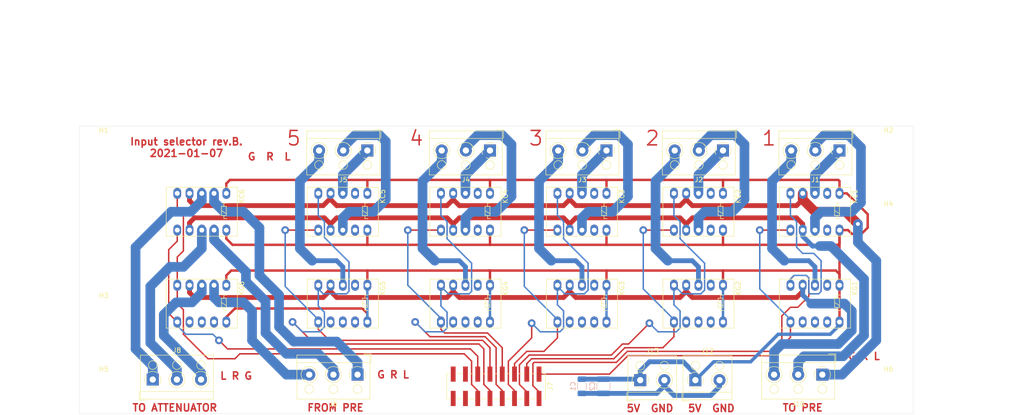
<source format=kicad_pcb>
(kicad_pcb (version 20171130) (host pcbnew "(5.1.7)-1")

  (general
    (thickness 1.6)
    (drawings 24)
    (tracks 520)
    (zones 0)
    (modules 31)
    (nets 39)
  )

  (page A4)
  (layers
    (0 F.Cu signal)
    (31 B.Cu signal)
    (32 B.Adhes user)
    (33 F.Adhes user)
    (34 B.Paste user)
    (35 F.Paste user)
    (36 B.SilkS user)
    (37 F.SilkS user)
    (38 B.Mask user)
    (39 F.Mask user)
    (40 Dwgs.User user)
    (41 Cmts.User user)
    (42 Eco1.User user)
    (43 Eco2.User user)
    (44 Edge.Cuts user)
    (45 Margin user)
    (46 B.CrtYd user)
    (47 F.CrtYd user)
    (48 B.Fab user)
    (49 F.Fab user)
  )

  (setup
    (last_trace_width 0.5)
    (user_trace_width 0.3)
    (user_trace_width 0.5)
    (user_trace_width 0.7)
    (user_trace_width 1)
    (user_trace_width 2)
    (trace_clearance 0.2)
    (zone_clearance 0.508)
    (zone_45_only no)
    (trace_min 0.2)
    (via_size 0.8)
    (via_drill 0.4)
    (via_min_size 0.4)
    (via_min_drill 0.3)
    (user_via 1.6 0.8)
    (uvia_size 0.3)
    (uvia_drill 0.1)
    (uvias_allowed no)
    (uvia_min_size 0.2)
    (uvia_min_drill 0.1)
    (edge_width 0.05)
    (segment_width 0.2)
    (pcb_text_width 0.3)
    (pcb_text_size 1.5 1.5)
    (mod_edge_width 0.12)
    (mod_text_size 1 1)
    (mod_text_width 0.15)
    (pad_size 1.524 1.524)
    (pad_drill 0.762)
    (pad_to_mask_clearance 0)
    (aux_axis_origin 0 0)
    (visible_elements 7FFFFFFF)
    (pcbplotparams
      (layerselection 0x010fc_ffffffff)
      (usegerberextensions false)
      (usegerberattributes true)
      (usegerberadvancedattributes true)
      (creategerberjobfile true)
      (excludeedgelayer true)
      (linewidth 0.100000)
      (plotframeref false)
      (viasonmask false)
      (mode 1)
      (useauxorigin false)
      (hpglpennumber 1)
      (hpglpenspeed 20)
      (hpglpendiameter 15.000000)
      (psnegative false)
      (psa4output false)
      (plotreference true)
      (plotvalue true)
      (plotinvisibletext false)
      (padsonsilk false)
      (subtractmaskfromsilk false)
      (outputformat 1)
      (mirror false)
      (drillshape 1)
      (scaleselection 1)
      (outputdirectory ""))
  )

  (net 0 "")
  (net 1 GND)
  (net 2 +5V)
  (net 3 "Net-(J1-Pad3)")
  (net 4 "Net-(J1-Pad2)")
  (net 5 "Net-(J1-Pad1)")
  (net 6 "Net-(J2-Pad1)")
  (net 7 "Net-(J2-Pad2)")
  (net 8 "Net-(J2-Pad3)")
  (net 9 "Net-(J3-Pad1)")
  (net 10 "Net-(J3-Pad2)")
  (net 11 "Net-(J3-Pad3)")
  (net 12 "Net-(J4-Pad1)")
  (net 13 "Net-(J4-Pad2)")
  (net 14 "Net-(J4-Pad3)")
  (net 15 "Net-(J5-Pad3)")
  (net 16 "Net-(J5-Pad2)")
  (net 17 "Net-(J5-Pad1)")
  (net 18 "Net-(J6-Pad3)")
  (net 19 "Net-(J6-Pad2)")
  (net 20 "Net-(J6-Pad1)")
  (net 21 "Net-(J8-Pad1)")
  (net 22 "Net-(J8-Pad2)")
  (net 23 "Net-(J8-Pad3)")
  (net 24 "Net-(J10-Pad1)")
  (net 25 "Net-(J10-Pad2)")
  (net 26 "Net-(J10-Pad3)")
  (net 27 /R1_S)
  (net 28 /R1_R)
  (net 29 /R2_S)
  (net 30 /R2_R)
  (net 31 /R3_R)
  (net 32 /R3_S)
  (net 33 /R4_R)
  (net 34 /R4_S)
  (net 35 /R5_S)
  (net 36 /R5_R)
  (net 37 /R6_S)
  (net 38 /R6_R)

  (net_class Default "This is the default net class."
    (clearance 0.2)
    (trace_width 0.25)
    (via_dia 0.8)
    (via_drill 0.4)
    (uvia_dia 0.3)
    (uvia_drill 0.1)
    (add_net +5V)
    (add_net /R1_R)
    (add_net /R1_S)
    (add_net /R2_R)
    (add_net /R2_S)
    (add_net /R3_R)
    (add_net /R3_S)
    (add_net /R4_R)
    (add_net /R4_S)
    (add_net /R5_R)
    (add_net /R5_S)
    (add_net /R6_R)
    (add_net /R6_S)
    (add_net GND)
    (add_net "Net-(J1-Pad1)")
    (add_net "Net-(J1-Pad2)")
    (add_net "Net-(J1-Pad3)")
    (add_net "Net-(J10-Pad1)")
    (add_net "Net-(J10-Pad2)")
    (add_net "Net-(J10-Pad3)")
    (add_net "Net-(J2-Pad1)")
    (add_net "Net-(J2-Pad2)")
    (add_net "Net-(J2-Pad3)")
    (add_net "Net-(J3-Pad1)")
    (add_net "Net-(J3-Pad2)")
    (add_net "Net-(J3-Pad3)")
    (add_net "Net-(J4-Pad1)")
    (add_net "Net-(J4-Pad2)")
    (add_net "Net-(J4-Pad3)")
    (add_net "Net-(J5-Pad1)")
    (add_net "Net-(J5-Pad2)")
    (add_net "Net-(J5-Pad3)")
    (add_net "Net-(J6-Pad1)")
    (add_net "Net-(J6-Pad2)")
    (add_net "Net-(J6-Pad3)")
    (add_net "Net-(J8-Pad1)")
    (add_net "Net-(J8-Pad2)")
    (add_net "Net-(J8-Pad3)")
  )

  (module TerminalBlock_RND:TerminalBlock_RND_205-00001_1x02_P5.00mm_Horizontal (layer F.Cu) (tedit 5B294F8C) (tstamp 5FF6B6AE)
    (at 172.085 103.505)
    (descr "terminal block RND 205-00001, 2 pins, pitch 5mm, size 10x9mm^2, drill diamater 1.3mm, pad diameter 2.5mm, see http://cdn-reichelt.de/documents/datenblatt/C151/RND_205-00001_DB_EN.pdf, script-generated using https://github.com/pointhi/kicad-footprint-generator/scripts/TerminalBlock_RND")
    (tags "THT terminal block RND 205-00001 pitch 5mm size 10x9mm^2 drill 1.3mm pad 2.5mm")
    (path /60199B35)
    (fp_text reference J13 (at 2.5 -6.06) (layer F.SilkS)
      (effects (font (size 1 1) (thickness 0.15)))
    )
    (fp_text value POWER2 (at 2.5 5.06) (layer F.Fab)
      (effects (font (size 1 1) (thickness 0.15)))
    )
    (fp_line (start 8 -5.5) (end -3 -5.5) (layer F.CrtYd) (width 0.05))
    (fp_line (start 8 4.5) (end 8 -5.5) (layer F.CrtYd) (width 0.05))
    (fp_line (start -3 4.5) (end 8 4.5) (layer F.CrtYd) (width 0.05))
    (fp_line (start -3 -5.5) (end -3 4.5) (layer F.CrtYd) (width 0.05))
    (fp_line (start -2.8 4.3) (end -1.3 4.3) (layer F.SilkS) (width 0.12))
    (fp_line (start -2.8 2.56) (end -2.8 4.3) (layer F.SilkS) (width 0.12))
    (fp_line (start 3.82 0.976) (end 3.726 1.069) (layer F.SilkS) (width 0.12))
    (fp_line (start 6.07 -1.275) (end 6.011 -1.216) (layer F.SilkS) (width 0.12))
    (fp_line (start 3.99 1.216) (end 3.931 1.274) (layer F.SilkS) (width 0.12))
    (fp_line (start 6.275 -1.069) (end 6.181 -0.976) (layer F.SilkS) (width 0.12))
    (fp_line (start 5.955 -1.138) (end 3.863 0.955) (layer F.Fab) (width 0.1))
    (fp_line (start 6.138 -0.955) (end 4.046 1.138) (layer F.Fab) (width 0.1))
    (fp_line (start 0.955 -1.138) (end -1.138 0.955) (layer F.Fab) (width 0.1))
    (fp_line (start 1.138 -0.955) (end -0.955 1.138) (layer F.Fab) (width 0.1))
    (fp_line (start 7.56 -5.06) (end 7.56 4.06) (layer F.SilkS) (width 0.12))
    (fp_line (start -2.56 -5.06) (end -2.56 4.06) (layer F.SilkS) (width 0.12))
    (fp_line (start -2.56 4.06) (end 7.56 4.06) (layer F.SilkS) (width 0.12))
    (fp_line (start -2.56 -5.06) (end 7.56 -5.06) (layer F.SilkS) (width 0.12))
    (fp_line (start -2.56 2.5) (end 7.56 2.5) (layer F.SilkS) (width 0.12))
    (fp_line (start -2.5 2.5) (end 7.5 2.5) (layer F.Fab) (width 0.1))
    (fp_line (start -2.5 2.5) (end -2.5 -5) (layer F.Fab) (width 0.1))
    (fp_line (start -1 4) (end -2.5 2.5) (layer F.Fab) (width 0.1))
    (fp_line (start 7.5 4) (end -1 4) (layer F.Fab) (width 0.1))
    (fp_line (start 7.5 -5) (end 7.5 4) (layer F.Fab) (width 0.1))
    (fp_line (start -2.5 -5) (end 7.5 -5) (layer F.Fab) (width 0.1))
    (fp_circle (center 5 -3) (end 5.9 -3) (layer F.SilkS) (width 0.12))
    (fp_circle (center 5 -3) (end 5.9 -3) (layer F.Fab) (width 0.1))
    (fp_circle (center 5 0) (end 6.68 0) (layer F.SilkS) (width 0.12))
    (fp_circle (center 5 0) (end 6.5 0) (layer F.Fab) (width 0.1))
    (fp_circle (center 0 -3) (end 0.9 -3) (layer F.SilkS) (width 0.12))
    (fp_circle (center 0 -3) (end 0.9 -3) (layer F.Fab) (width 0.1))
    (fp_circle (center 0 0) (end 1.5 0) (layer F.Fab) (width 0.1))
    (fp_arc (start 0 0) (end 0 1.68) (angle -28) (layer F.SilkS) (width 0.12))
    (fp_arc (start 0 0) (end 1.484 0.789) (angle -56) (layer F.SilkS) (width 0.12))
    (fp_arc (start 0 0) (end 0.789 -1.484) (angle -56) (layer F.SilkS) (width 0.12))
    (fp_arc (start 0 0) (end -1.484 -0.789) (angle -56) (layer F.SilkS) (width 0.12))
    (fp_arc (start 0 0) (end -0.789 1.484) (angle -29) (layer F.SilkS) (width 0.12))
    (fp_text user %R (at 2.5 -6.06) (layer F.Fab)
      (effects (font (size 1 1) (thickness 0.15)))
    )
    (pad 1 thru_hole rect (at 0 0) (size 2.5 2.5) (drill 1.3) (layers *.Cu *.Mask)
      (net 2 +5V))
    (pad 2 thru_hole circle (at 5 0) (size 2.5 2.5) (drill 1.3) (layers *.Cu *.Mask)
      (net 1 GND))
    (model ${KISYS3DMOD}/TerminalBlock_RND.3dshapes/TerminalBlock_RND_205-00001_1x02_P5.00mm_Horizontal.wrl
      (at (xyz 0 0 0))
      (scale (xyz 1 1 1))
      (rotate (xyz 0 0 0))
    )
  )

  (module Capacitor_SMD:C_1206_3216Metric (layer B.Cu) (tedit 5F68FEEE) (tstamp 5FD2B18E)
    (at 160.02 104.775 270)
    (descr "Capacitor SMD 1206 (3216 Metric), square (rectangular) end terminal, IPC_7351 nominal, (Body size source: IPC-SM-782 page 76, https://www.pcb-3d.com/wordpress/wp-content/uploads/ipc-sm-782a_amendment_1_and_2.pdf), generated with kicad-footprint-generator")
    (tags capacitor)
    (path /5FD0754C)
    (attr smd)
    (fp_text reference C1 (at 0 1.85 270) (layer B.SilkS)
      (effects (font (size 1 1) (thickness 0.15)) (justify mirror))
    )
    (fp_text value 100n (at 0 -1.85 270) (layer B.Fab)
      (effects (font (size 1 1) (thickness 0.15)) (justify mirror))
    )
    (fp_line (start -1.6 -0.8) (end -1.6 0.8) (layer B.Fab) (width 0.1))
    (fp_line (start -1.6 0.8) (end 1.6 0.8) (layer B.Fab) (width 0.1))
    (fp_line (start 1.6 0.8) (end 1.6 -0.8) (layer B.Fab) (width 0.1))
    (fp_line (start 1.6 -0.8) (end -1.6 -0.8) (layer B.Fab) (width 0.1))
    (fp_line (start -0.711252 0.91) (end 0.711252 0.91) (layer B.SilkS) (width 0.12))
    (fp_line (start -0.711252 -0.91) (end 0.711252 -0.91) (layer B.SilkS) (width 0.12))
    (fp_line (start -2.3 -1.15) (end -2.3 1.15) (layer B.CrtYd) (width 0.05))
    (fp_line (start -2.3 1.15) (end 2.3 1.15) (layer B.CrtYd) (width 0.05))
    (fp_line (start 2.3 1.15) (end 2.3 -1.15) (layer B.CrtYd) (width 0.05))
    (fp_line (start 2.3 -1.15) (end -2.3 -1.15) (layer B.CrtYd) (width 0.05))
    (fp_text user %R (at 0 0 270) (layer B.Fab)
      (effects (font (size 0.8 0.8) (thickness 0.12)) (justify mirror))
    )
    (pad 2 smd roundrect (at 1.475 0 270) (size 1.15 1.8) (layers B.Cu B.Paste B.Mask) (roundrect_rratio 0.217391)
      (net 1 GND))
    (pad 1 smd roundrect (at -1.475 0 270) (size 1.15 1.8) (layers B.Cu B.Paste B.Mask) (roundrect_rratio 0.217391)
      (net 2 +5V))
    (model ${KISYS3DMOD}/Capacitor_SMD.3dshapes/C_1206_3216Metric.wrl
      (at (xyz 0 0 0))
      (scale (xyz 1 1 1))
      (rotate (xyz 0 0 0))
    )
  )

  (module Capacitor_SMD:C_1210_3225Metric (layer B.Cu) (tedit 5F68FEEE) (tstamp 5FD2B19F)
    (at 164.465 104.775 270)
    (descr "Capacitor SMD 1210 (3225 Metric), square (rectangular) end terminal, IPC_7351 nominal, (Body size source: IPC-SM-782 page 76, https://www.pcb-3d.com/wordpress/wp-content/uploads/ipc-sm-782a_amendment_1_and_2.pdf), generated with kicad-footprint-generator")
    (tags capacitor)
    (path /5FD0805C)
    (attr smd)
    (fp_text reference C2 (at 0 2.3 270) (layer B.SilkS)
      (effects (font (size 1 1) (thickness 0.15)) (justify mirror))
    )
    (fp_text value 10u (at 0 -2.3 270) (layer B.Fab)
      (effects (font (size 1 1) (thickness 0.15)) (justify mirror))
    )
    (fp_line (start 2.3 -1.6) (end -2.3 -1.6) (layer B.CrtYd) (width 0.05))
    (fp_line (start 2.3 1.6) (end 2.3 -1.6) (layer B.CrtYd) (width 0.05))
    (fp_line (start -2.3 1.6) (end 2.3 1.6) (layer B.CrtYd) (width 0.05))
    (fp_line (start -2.3 -1.6) (end -2.3 1.6) (layer B.CrtYd) (width 0.05))
    (fp_line (start -0.711252 -1.36) (end 0.711252 -1.36) (layer B.SilkS) (width 0.12))
    (fp_line (start -0.711252 1.36) (end 0.711252 1.36) (layer B.SilkS) (width 0.12))
    (fp_line (start 1.6 -1.25) (end -1.6 -1.25) (layer B.Fab) (width 0.1))
    (fp_line (start 1.6 1.25) (end 1.6 -1.25) (layer B.Fab) (width 0.1))
    (fp_line (start -1.6 1.25) (end 1.6 1.25) (layer B.Fab) (width 0.1))
    (fp_line (start -1.6 -1.25) (end -1.6 1.25) (layer B.Fab) (width 0.1))
    (fp_text user %R (at 0 0 270) (layer B.Fab)
      (effects (font (size 0.8 0.8) (thickness 0.12)) (justify mirror))
    )
    (pad 1 smd roundrect (at -1.475 0 270) (size 1.15 2.7) (layers B.Cu B.Paste B.Mask) (roundrect_rratio 0.217391)
      (net 2 +5V))
    (pad 2 smd roundrect (at 1.475 0 270) (size 1.15 2.7) (layers B.Cu B.Paste B.Mask) (roundrect_rratio 0.217391)
      (net 1 GND))
    (model ${KISYS3DMOD}/Capacitor_SMD.3dshapes/C_1210_3225Metric.wrl
      (at (xyz 0 0 0))
      (scale (xyz 1 1 1))
      (rotate (xyz 0 0 0))
    )
  )

  (module TerminalBlock_RND:TerminalBlock_RND_205-00002_1x03_P5.00mm_Horizontal (layer F.Cu) (tedit 5B294F8C) (tstamp 5FD2B317)
    (at 213.36 55.88 180)
    (descr "terminal block RND 205-00002, 3 pins, pitch 5mm, size 15x9mm^2, drill diamater 1.3mm, pad diameter 2.5mm, see http://cdn-reichelt.de/documents/datenblatt/C151/RND_205-00001_DB_EN.pdf, script-generated using https://github.com/pointhi/kicad-footprint-generator/scripts/TerminalBlock_RND")
    (tags "THT terminal block RND 205-00002 pitch 5mm size 15x9mm^2 drill 1.3mm pad 2.5mm")
    (path /5F86139D)
    (fp_text reference J1 (at 5 -6.06 180) (layer F.SilkS)
      (effects (font (size 1 1) (thickness 0.15)))
    )
    (fp_text value INPUT1 (at 5 5.06 180) (layer F.Fab)
      (effects (font (size 1 1) (thickness 0.15)))
    )
    (fp_circle (center 0 0) (end 1.5 0) (layer F.Fab) (width 0.1))
    (fp_circle (center 0 -3) (end 0.9 -3) (layer F.Fab) (width 0.1))
    (fp_circle (center 0 -3) (end 0.9 -3) (layer F.SilkS) (width 0.12))
    (fp_circle (center 5 0) (end 6.5 0) (layer F.Fab) (width 0.1))
    (fp_circle (center 5 0) (end 6.68 0) (layer F.SilkS) (width 0.12))
    (fp_circle (center 5 -3) (end 5.9 -3) (layer F.Fab) (width 0.1))
    (fp_circle (center 5 -3) (end 5.9 -3) (layer F.SilkS) (width 0.12))
    (fp_circle (center 10 0) (end 11.5 0) (layer F.Fab) (width 0.1))
    (fp_circle (center 10 0) (end 11.68 0) (layer F.SilkS) (width 0.12))
    (fp_circle (center 10 -3) (end 10.9 -3) (layer F.Fab) (width 0.1))
    (fp_circle (center 10 -3) (end 10.9 -3) (layer F.SilkS) (width 0.12))
    (fp_line (start -2.5 -5) (end 12.5 -5) (layer F.Fab) (width 0.1))
    (fp_line (start 12.5 -5) (end 12.5 4) (layer F.Fab) (width 0.1))
    (fp_line (start 12.5 4) (end -1 4) (layer F.Fab) (width 0.1))
    (fp_line (start -1 4) (end -2.5 2.5) (layer F.Fab) (width 0.1))
    (fp_line (start -2.5 2.5) (end -2.5 -5) (layer F.Fab) (width 0.1))
    (fp_line (start -2.5 2.5) (end 12.5 2.5) (layer F.Fab) (width 0.1))
    (fp_line (start -2.56 2.5) (end 12.56 2.5) (layer F.SilkS) (width 0.12))
    (fp_line (start -2.56 -5.06) (end 12.56 -5.06) (layer F.SilkS) (width 0.12))
    (fp_line (start -2.56 4.06) (end 12.56 4.06) (layer F.SilkS) (width 0.12))
    (fp_line (start -2.56 -5.06) (end -2.56 4.06) (layer F.SilkS) (width 0.12))
    (fp_line (start 12.56 -5.06) (end 12.56 4.06) (layer F.SilkS) (width 0.12))
    (fp_line (start 1.138 -0.955) (end -0.955 1.138) (layer F.Fab) (width 0.1))
    (fp_line (start 0.955 -1.138) (end -1.138 0.955) (layer F.Fab) (width 0.1))
    (fp_line (start 6.138 -0.955) (end 4.046 1.138) (layer F.Fab) (width 0.1))
    (fp_line (start 5.955 -1.138) (end 3.863 0.955) (layer F.Fab) (width 0.1))
    (fp_line (start 6.275 -1.069) (end 6.181 -0.976) (layer F.SilkS) (width 0.12))
    (fp_line (start 3.99 1.216) (end 3.931 1.274) (layer F.SilkS) (width 0.12))
    (fp_line (start 6.07 -1.275) (end 6.011 -1.216) (layer F.SilkS) (width 0.12))
    (fp_line (start 3.82 0.976) (end 3.726 1.069) (layer F.SilkS) (width 0.12))
    (fp_line (start 11.138 -0.955) (end 9.046 1.138) (layer F.Fab) (width 0.1))
    (fp_line (start 10.955 -1.138) (end 8.863 0.955) (layer F.Fab) (width 0.1))
    (fp_line (start 11.275 -1.069) (end 11.181 -0.976) (layer F.SilkS) (width 0.12))
    (fp_line (start 8.99 1.216) (end 8.931 1.274) (layer F.SilkS) (width 0.12))
    (fp_line (start 11.07 -1.275) (end 11.011 -1.216) (layer F.SilkS) (width 0.12))
    (fp_line (start 8.82 0.976) (end 8.726 1.069) (layer F.SilkS) (width 0.12))
    (fp_line (start -2.8 2.56) (end -2.8 4.3) (layer F.SilkS) (width 0.12))
    (fp_line (start -2.8 4.3) (end -1.3 4.3) (layer F.SilkS) (width 0.12))
    (fp_line (start -3 -5.5) (end -3 4.5) (layer F.CrtYd) (width 0.05))
    (fp_line (start -3 4.5) (end 13 4.5) (layer F.CrtYd) (width 0.05))
    (fp_line (start 13 4.5) (end 13 -5.5) (layer F.CrtYd) (width 0.05))
    (fp_line (start 13 -5.5) (end -3 -5.5) (layer F.CrtYd) (width 0.05))
    (fp_text user %R (at 5 -6.06 180) (layer F.Fab)
      (effects (font (size 1 1) (thickness 0.15)))
    )
    (fp_arc (start 0 0) (end -0.789 1.484) (angle -29) (layer F.SilkS) (width 0.12))
    (fp_arc (start 0 0) (end -1.484 -0.789) (angle -56) (layer F.SilkS) (width 0.12))
    (fp_arc (start 0 0) (end 0.789 -1.484) (angle -56) (layer F.SilkS) (width 0.12))
    (fp_arc (start 0 0) (end 1.484 0.789) (angle -56) (layer F.SilkS) (width 0.12))
    (fp_arc (start 0 0) (end 0 1.68) (angle -28) (layer F.SilkS) (width 0.12))
    (pad 3 thru_hole circle (at 10 0 180) (size 2.5 2.5) (drill 1.3) (layers *.Cu *.Mask)
      (net 3 "Net-(J1-Pad3)"))
    (pad 2 thru_hole circle (at 5 0 180) (size 2.5 2.5) (drill 1.3) (layers *.Cu *.Mask)
      (net 4 "Net-(J1-Pad2)"))
    (pad 1 thru_hole rect (at 0 0 180) (size 2.5 2.5) (drill 1.3) (layers *.Cu *.Mask)
      (net 5 "Net-(J1-Pad1)"))
    (model ${KISYS3DMOD}/TerminalBlock_RND.3dshapes/TerminalBlock_RND_205-00002_1x03_P5.00mm_Horizontal.wrl
      (at (xyz 0 0 0))
      (scale (xyz 1 1 1))
      (rotate (xyz 0 0 0))
    )
  )

  (module TerminalBlock_RND:TerminalBlock_RND_205-00002_1x03_P5.00mm_Horizontal (layer F.Cu) (tedit 5B294F8C) (tstamp 5FD2B34E)
    (at 189.23 55.88 180)
    (descr "terminal block RND 205-00002, 3 pins, pitch 5mm, size 15x9mm^2, drill diamater 1.3mm, pad diameter 2.5mm, see http://cdn-reichelt.de/documents/datenblatt/C151/RND_205-00001_DB_EN.pdf, script-generated using https://github.com/pointhi/kicad-footprint-generator/scripts/TerminalBlock_RND")
    (tags "THT terminal block RND 205-00002 pitch 5mm size 15x9mm^2 drill 1.3mm pad 2.5mm")
    (path /63BF0DBA)
    (fp_text reference J2 (at 5 -6.06 180) (layer F.SilkS)
      (effects (font (size 1 1) (thickness 0.15)))
    )
    (fp_text value INPUT2 (at 5 5.06 180) (layer F.Fab)
      (effects (font (size 1 1) (thickness 0.15)))
    )
    (fp_line (start 13 -5.5) (end -3 -5.5) (layer F.CrtYd) (width 0.05))
    (fp_line (start 13 4.5) (end 13 -5.5) (layer F.CrtYd) (width 0.05))
    (fp_line (start -3 4.5) (end 13 4.5) (layer F.CrtYd) (width 0.05))
    (fp_line (start -3 -5.5) (end -3 4.5) (layer F.CrtYd) (width 0.05))
    (fp_line (start -2.8 4.3) (end -1.3 4.3) (layer F.SilkS) (width 0.12))
    (fp_line (start -2.8 2.56) (end -2.8 4.3) (layer F.SilkS) (width 0.12))
    (fp_line (start 8.82 0.976) (end 8.726 1.069) (layer F.SilkS) (width 0.12))
    (fp_line (start 11.07 -1.275) (end 11.011 -1.216) (layer F.SilkS) (width 0.12))
    (fp_line (start 8.99 1.216) (end 8.931 1.274) (layer F.SilkS) (width 0.12))
    (fp_line (start 11.275 -1.069) (end 11.181 -0.976) (layer F.SilkS) (width 0.12))
    (fp_line (start 10.955 -1.138) (end 8.863 0.955) (layer F.Fab) (width 0.1))
    (fp_line (start 11.138 -0.955) (end 9.046 1.138) (layer F.Fab) (width 0.1))
    (fp_line (start 3.82 0.976) (end 3.726 1.069) (layer F.SilkS) (width 0.12))
    (fp_line (start 6.07 -1.275) (end 6.011 -1.216) (layer F.SilkS) (width 0.12))
    (fp_line (start 3.99 1.216) (end 3.931 1.274) (layer F.SilkS) (width 0.12))
    (fp_line (start 6.275 -1.069) (end 6.181 -0.976) (layer F.SilkS) (width 0.12))
    (fp_line (start 5.955 -1.138) (end 3.863 0.955) (layer F.Fab) (width 0.1))
    (fp_line (start 6.138 -0.955) (end 4.046 1.138) (layer F.Fab) (width 0.1))
    (fp_line (start 0.955 -1.138) (end -1.138 0.955) (layer F.Fab) (width 0.1))
    (fp_line (start 1.138 -0.955) (end -0.955 1.138) (layer F.Fab) (width 0.1))
    (fp_line (start 12.56 -5.06) (end 12.56 4.06) (layer F.SilkS) (width 0.12))
    (fp_line (start -2.56 -5.06) (end -2.56 4.06) (layer F.SilkS) (width 0.12))
    (fp_line (start -2.56 4.06) (end 12.56 4.06) (layer F.SilkS) (width 0.12))
    (fp_line (start -2.56 -5.06) (end 12.56 -5.06) (layer F.SilkS) (width 0.12))
    (fp_line (start -2.56 2.5) (end 12.56 2.5) (layer F.SilkS) (width 0.12))
    (fp_line (start -2.5 2.5) (end 12.5 2.5) (layer F.Fab) (width 0.1))
    (fp_line (start -2.5 2.5) (end -2.5 -5) (layer F.Fab) (width 0.1))
    (fp_line (start -1 4) (end -2.5 2.5) (layer F.Fab) (width 0.1))
    (fp_line (start 12.5 4) (end -1 4) (layer F.Fab) (width 0.1))
    (fp_line (start 12.5 -5) (end 12.5 4) (layer F.Fab) (width 0.1))
    (fp_line (start -2.5 -5) (end 12.5 -5) (layer F.Fab) (width 0.1))
    (fp_circle (center 10 -3) (end 10.9 -3) (layer F.SilkS) (width 0.12))
    (fp_circle (center 10 -3) (end 10.9 -3) (layer F.Fab) (width 0.1))
    (fp_circle (center 10 0) (end 11.68 0) (layer F.SilkS) (width 0.12))
    (fp_circle (center 10 0) (end 11.5 0) (layer F.Fab) (width 0.1))
    (fp_circle (center 5 -3) (end 5.9 -3) (layer F.SilkS) (width 0.12))
    (fp_circle (center 5 -3) (end 5.9 -3) (layer F.Fab) (width 0.1))
    (fp_circle (center 5 0) (end 6.68 0) (layer F.SilkS) (width 0.12))
    (fp_circle (center 5 0) (end 6.5 0) (layer F.Fab) (width 0.1))
    (fp_circle (center 0 -3) (end 0.9 -3) (layer F.SilkS) (width 0.12))
    (fp_circle (center 0 -3) (end 0.9 -3) (layer F.Fab) (width 0.1))
    (fp_circle (center 0 0) (end 1.5 0) (layer F.Fab) (width 0.1))
    (fp_arc (start 0 0) (end 0 1.68) (angle -28) (layer F.SilkS) (width 0.12))
    (fp_arc (start 0 0) (end 1.484 0.789) (angle -56) (layer F.SilkS) (width 0.12))
    (fp_arc (start 0 0) (end 0.789 -1.484) (angle -56) (layer F.SilkS) (width 0.12))
    (fp_arc (start 0 0) (end -1.484 -0.789) (angle -56) (layer F.SilkS) (width 0.12))
    (fp_arc (start 0 0) (end -0.789 1.484) (angle -29) (layer F.SilkS) (width 0.12))
    (fp_text user %R (at 5 -6.06 180) (layer F.Fab)
      (effects (font (size 1 1) (thickness 0.15)))
    )
    (pad 1 thru_hole rect (at 0 0 180) (size 2.5 2.5) (drill 1.3) (layers *.Cu *.Mask)
      (net 6 "Net-(J2-Pad1)"))
    (pad 2 thru_hole circle (at 5 0 180) (size 2.5 2.5) (drill 1.3) (layers *.Cu *.Mask)
      (net 7 "Net-(J2-Pad2)"))
    (pad 3 thru_hole circle (at 10 0 180) (size 2.5 2.5) (drill 1.3) (layers *.Cu *.Mask)
      (net 8 "Net-(J2-Pad3)"))
    (model ${KISYS3DMOD}/TerminalBlock_RND.3dshapes/TerminalBlock_RND_205-00002_1x03_P5.00mm_Horizontal.wrl
      (at (xyz 0 0 0))
      (scale (xyz 1 1 1))
      (rotate (xyz 0 0 0))
    )
  )

  (module TerminalBlock_RND:TerminalBlock_RND_205-00002_1x03_P5.00mm_Horizontal (layer F.Cu) (tedit 5B294F8C) (tstamp 5FD2B385)
    (at 165.1 55.88 180)
    (descr "terminal block RND 205-00002, 3 pins, pitch 5mm, size 15x9mm^2, drill diamater 1.3mm, pad diameter 2.5mm, see http://cdn-reichelt.de/documents/datenblatt/C151/RND_205-00001_DB_EN.pdf, script-generated using https://github.com/pointhi/kicad-footprint-generator/scripts/TerminalBlock_RND")
    (tags "THT terminal block RND 205-00002 pitch 5mm size 15x9mm^2 drill 1.3mm pad 2.5mm")
    (path /63C9B070)
    (fp_text reference J3 (at 5 -6.06 180) (layer F.SilkS)
      (effects (font (size 1 1) (thickness 0.15)))
    )
    (fp_text value INPUT3 (at 5 5.06 180) (layer F.Fab)
      (effects (font (size 1 1) (thickness 0.15)))
    )
    (fp_line (start 13 -5.5) (end -3 -5.5) (layer F.CrtYd) (width 0.05))
    (fp_line (start 13 4.5) (end 13 -5.5) (layer F.CrtYd) (width 0.05))
    (fp_line (start -3 4.5) (end 13 4.5) (layer F.CrtYd) (width 0.05))
    (fp_line (start -3 -5.5) (end -3 4.5) (layer F.CrtYd) (width 0.05))
    (fp_line (start -2.8 4.3) (end -1.3 4.3) (layer F.SilkS) (width 0.12))
    (fp_line (start -2.8 2.56) (end -2.8 4.3) (layer F.SilkS) (width 0.12))
    (fp_line (start 8.82 0.976) (end 8.726 1.069) (layer F.SilkS) (width 0.12))
    (fp_line (start 11.07 -1.275) (end 11.011 -1.216) (layer F.SilkS) (width 0.12))
    (fp_line (start 8.99 1.216) (end 8.931 1.274) (layer F.SilkS) (width 0.12))
    (fp_line (start 11.275 -1.069) (end 11.181 -0.976) (layer F.SilkS) (width 0.12))
    (fp_line (start 10.955 -1.138) (end 8.863 0.955) (layer F.Fab) (width 0.1))
    (fp_line (start 11.138 -0.955) (end 9.046 1.138) (layer F.Fab) (width 0.1))
    (fp_line (start 3.82 0.976) (end 3.726 1.069) (layer F.SilkS) (width 0.12))
    (fp_line (start 6.07 -1.275) (end 6.011 -1.216) (layer F.SilkS) (width 0.12))
    (fp_line (start 3.99 1.216) (end 3.931 1.274) (layer F.SilkS) (width 0.12))
    (fp_line (start 6.275 -1.069) (end 6.181 -0.976) (layer F.SilkS) (width 0.12))
    (fp_line (start 5.955 -1.138) (end 3.863 0.955) (layer F.Fab) (width 0.1))
    (fp_line (start 6.138 -0.955) (end 4.046 1.138) (layer F.Fab) (width 0.1))
    (fp_line (start 0.955 -1.138) (end -1.138 0.955) (layer F.Fab) (width 0.1))
    (fp_line (start 1.138 -0.955) (end -0.955 1.138) (layer F.Fab) (width 0.1))
    (fp_line (start 12.56 -5.06) (end 12.56 4.06) (layer F.SilkS) (width 0.12))
    (fp_line (start -2.56 -5.06) (end -2.56 4.06) (layer F.SilkS) (width 0.12))
    (fp_line (start -2.56 4.06) (end 12.56 4.06) (layer F.SilkS) (width 0.12))
    (fp_line (start -2.56 -5.06) (end 12.56 -5.06) (layer F.SilkS) (width 0.12))
    (fp_line (start -2.56 2.5) (end 12.56 2.5) (layer F.SilkS) (width 0.12))
    (fp_line (start -2.5 2.5) (end 12.5 2.5) (layer F.Fab) (width 0.1))
    (fp_line (start -2.5 2.5) (end -2.5 -5) (layer F.Fab) (width 0.1))
    (fp_line (start -1 4) (end -2.5 2.5) (layer F.Fab) (width 0.1))
    (fp_line (start 12.5 4) (end -1 4) (layer F.Fab) (width 0.1))
    (fp_line (start 12.5 -5) (end 12.5 4) (layer F.Fab) (width 0.1))
    (fp_line (start -2.5 -5) (end 12.5 -5) (layer F.Fab) (width 0.1))
    (fp_circle (center 10 -3) (end 10.9 -3) (layer F.SilkS) (width 0.12))
    (fp_circle (center 10 -3) (end 10.9 -3) (layer F.Fab) (width 0.1))
    (fp_circle (center 10 0) (end 11.68 0) (layer F.SilkS) (width 0.12))
    (fp_circle (center 10 0) (end 11.5 0) (layer F.Fab) (width 0.1))
    (fp_circle (center 5 -3) (end 5.9 -3) (layer F.SilkS) (width 0.12))
    (fp_circle (center 5 -3) (end 5.9 -3) (layer F.Fab) (width 0.1))
    (fp_circle (center 5 0) (end 6.68 0) (layer F.SilkS) (width 0.12))
    (fp_circle (center 5 0) (end 6.5 0) (layer F.Fab) (width 0.1))
    (fp_circle (center 0 -3) (end 0.9 -3) (layer F.SilkS) (width 0.12))
    (fp_circle (center 0 -3) (end 0.9 -3) (layer F.Fab) (width 0.1))
    (fp_circle (center 0 0) (end 1.5 0) (layer F.Fab) (width 0.1))
    (fp_arc (start 0 0) (end 0 1.68) (angle -28) (layer F.SilkS) (width 0.12))
    (fp_arc (start 0 0) (end 1.484 0.789) (angle -56) (layer F.SilkS) (width 0.12))
    (fp_arc (start 0 0) (end 0.789 -1.484) (angle -56) (layer F.SilkS) (width 0.12))
    (fp_arc (start 0 0) (end -1.484 -0.789) (angle -56) (layer F.SilkS) (width 0.12))
    (fp_arc (start 0 0) (end -0.789 1.484) (angle -29) (layer F.SilkS) (width 0.12))
    (fp_text user %R (at 5 -6.06 180) (layer F.Fab)
      (effects (font (size 1 1) (thickness 0.15)))
    )
    (pad 1 thru_hole rect (at 0 0 180) (size 2.5 2.5) (drill 1.3) (layers *.Cu *.Mask)
      (net 9 "Net-(J3-Pad1)"))
    (pad 2 thru_hole circle (at 5 0 180) (size 2.5 2.5) (drill 1.3) (layers *.Cu *.Mask)
      (net 10 "Net-(J3-Pad2)"))
    (pad 3 thru_hole circle (at 10 0 180) (size 2.5 2.5) (drill 1.3) (layers *.Cu *.Mask)
      (net 11 "Net-(J3-Pad3)"))
    (model ${KISYS3DMOD}/TerminalBlock_RND.3dshapes/TerminalBlock_RND_205-00002_1x03_P5.00mm_Horizontal.wrl
      (at (xyz 0 0 0))
      (scale (xyz 1 1 1))
      (rotate (xyz 0 0 0))
    )
  )

  (module TerminalBlock_RND:TerminalBlock_RND_205-00002_1x03_P5.00mm_Horizontal (layer F.Cu) (tedit 5B294F8C) (tstamp 5FD2B3BC)
    (at 140.97 55.88 180)
    (descr "terminal block RND 205-00002, 3 pins, pitch 5mm, size 15x9mm^2, drill diamater 1.3mm, pad diameter 2.5mm, see http://cdn-reichelt.de/documents/datenblatt/C151/RND_205-00001_DB_EN.pdf, script-generated using https://github.com/pointhi/kicad-footprint-generator/scripts/TerminalBlock_RND")
    (tags "THT terminal block RND 205-00002 pitch 5mm size 15x9mm^2 drill 1.3mm pad 2.5mm")
    (path /63CFD7D4)
    (fp_text reference J4 (at 5 -6.06 180) (layer F.SilkS)
      (effects (font (size 1 1) (thickness 0.15)))
    )
    (fp_text value INPUT4 (at 5 5.06 180) (layer F.Fab)
      (effects (font (size 1 1) (thickness 0.15)))
    )
    (fp_line (start 13 -5.5) (end -3 -5.5) (layer F.CrtYd) (width 0.05))
    (fp_line (start 13 4.5) (end 13 -5.5) (layer F.CrtYd) (width 0.05))
    (fp_line (start -3 4.5) (end 13 4.5) (layer F.CrtYd) (width 0.05))
    (fp_line (start -3 -5.5) (end -3 4.5) (layer F.CrtYd) (width 0.05))
    (fp_line (start -2.8 4.3) (end -1.3 4.3) (layer F.SilkS) (width 0.12))
    (fp_line (start -2.8 2.56) (end -2.8 4.3) (layer F.SilkS) (width 0.12))
    (fp_line (start 8.82 0.976) (end 8.726 1.069) (layer F.SilkS) (width 0.12))
    (fp_line (start 11.07 -1.275) (end 11.011 -1.216) (layer F.SilkS) (width 0.12))
    (fp_line (start 8.99 1.216) (end 8.931 1.274) (layer F.SilkS) (width 0.12))
    (fp_line (start 11.275 -1.069) (end 11.181 -0.976) (layer F.SilkS) (width 0.12))
    (fp_line (start 10.955 -1.138) (end 8.863 0.955) (layer F.Fab) (width 0.1))
    (fp_line (start 11.138 -0.955) (end 9.046 1.138) (layer F.Fab) (width 0.1))
    (fp_line (start 3.82 0.976) (end 3.726 1.069) (layer F.SilkS) (width 0.12))
    (fp_line (start 6.07 -1.275) (end 6.011 -1.216) (layer F.SilkS) (width 0.12))
    (fp_line (start 3.99 1.216) (end 3.931 1.274) (layer F.SilkS) (width 0.12))
    (fp_line (start 6.275 -1.069) (end 6.181 -0.976) (layer F.SilkS) (width 0.12))
    (fp_line (start 5.955 -1.138) (end 3.863 0.955) (layer F.Fab) (width 0.1))
    (fp_line (start 6.138 -0.955) (end 4.046 1.138) (layer F.Fab) (width 0.1))
    (fp_line (start 0.955 -1.138) (end -1.138 0.955) (layer F.Fab) (width 0.1))
    (fp_line (start 1.138 -0.955) (end -0.955 1.138) (layer F.Fab) (width 0.1))
    (fp_line (start 12.56 -5.06) (end 12.56 4.06) (layer F.SilkS) (width 0.12))
    (fp_line (start -2.56 -5.06) (end -2.56 4.06) (layer F.SilkS) (width 0.12))
    (fp_line (start -2.56 4.06) (end 12.56 4.06) (layer F.SilkS) (width 0.12))
    (fp_line (start -2.56 -5.06) (end 12.56 -5.06) (layer F.SilkS) (width 0.12))
    (fp_line (start -2.56 2.5) (end 12.56 2.5) (layer F.SilkS) (width 0.12))
    (fp_line (start -2.5 2.5) (end 12.5 2.5) (layer F.Fab) (width 0.1))
    (fp_line (start -2.5 2.5) (end -2.5 -5) (layer F.Fab) (width 0.1))
    (fp_line (start -1 4) (end -2.5 2.5) (layer F.Fab) (width 0.1))
    (fp_line (start 12.5 4) (end -1 4) (layer F.Fab) (width 0.1))
    (fp_line (start 12.5 -5) (end 12.5 4) (layer F.Fab) (width 0.1))
    (fp_line (start -2.5 -5) (end 12.5 -5) (layer F.Fab) (width 0.1))
    (fp_circle (center 10 -3) (end 10.9 -3) (layer F.SilkS) (width 0.12))
    (fp_circle (center 10 -3) (end 10.9 -3) (layer F.Fab) (width 0.1))
    (fp_circle (center 10 0) (end 11.68 0) (layer F.SilkS) (width 0.12))
    (fp_circle (center 10 0) (end 11.5 0) (layer F.Fab) (width 0.1))
    (fp_circle (center 5 -3) (end 5.9 -3) (layer F.SilkS) (width 0.12))
    (fp_circle (center 5 -3) (end 5.9 -3) (layer F.Fab) (width 0.1))
    (fp_circle (center 5 0) (end 6.68 0) (layer F.SilkS) (width 0.12))
    (fp_circle (center 5 0) (end 6.5 0) (layer F.Fab) (width 0.1))
    (fp_circle (center 0 -3) (end 0.9 -3) (layer F.SilkS) (width 0.12))
    (fp_circle (center 0 -3) (end 0.9 -3) (layer F.Fab) (width 0.1))
    (fp_circle (center 0 0) (end 1.5 0) (layer F.Fab) (width 0.1))
    (fp_arc (start 0 0) (end 0 1.68) (angle -28) (layer F.SilkS) (width 0.12))
    (fp_arc (start 0 0) (end 1.484 0.789) (angle -56) (layer F.SilkS) (width 0.12))
    (fp_arc (start 0 0) (end 0.789 -1.484) (angle -56) (layer F.SilkS) (width 0.12))
    (fp_arc (start 0 0) (end -1.484 -0.789) (angle -56) (layer F.SilkS) (width 0.12))
    (fp_arc (start 0 0) (end -0.789 1.484) (angle -29) (layer F.SilkS) (width 0.12))
    (fp_text user %R (at 5 -6.06 180) (layer F.Fab)
      (effects (font (size 1 1) (thickness 0.15)))
    )
    (pad 1 thru_hole rect (at 0 0 180) (size 2.5 2.5) (drill 1.3) (layers *.Cu *.Mask)
      (net 12 "Net-(J4-Pad1)"))
    (pad 2 thru_hole circle (at 5 0 180) (size 2.5 2.5) (drill 1.3) (layers *.Cu *.Mask)
      (net 13 "Net-(J4-Pad2)"))
    (pad 3 thru_hole circle (at 10 0 180) (size 2.5 2.5) (drill 1.3) (layers *.Cu *.Mask)
      (net 14 "Net-(J4-Pad3)"))
    (model ${KISYS3DMOD}/TerminalBlock_RND.3dshapes/TerminalBlock_RND_205-00002_1x03_P5.00mm_Horizontal.wrl
      (at (xyz 0 0 0))
      (scale (xyz 1 1 1))
      (rotate (xyz 0 0 0))
    )
  )

  (module TerminalBlock_RND:TerminalBlock_RND_205-00002_1x03_P5.00mm_Horizontal (layer F.Cu) (tedit 5B294F8C) (tstamp 5FD2B3F3)
    (at 115.57 55.88 180)
    (descr "terminal block RND 205-00002, 3 pins, pitch 5mm, size 15x9mm^2, drill diamater 1.3mm, pad diameter 2.5mm, see http://cdn-reichelt.de/documents/datenblatt/C151/RND_205-00001_DB_EN.pdf, script-generated using https://github.com/pointhi/kicad-footprint-generator/scripts/TerminalBlock_RND")
    (tags "THT terminal block RND 205-00002 pitch 5mm size 15x9mm^2 drill 1.3mm pad 2.5mm")
    (path /63D69704)
    (fp_text reference J5 (at 5 -6.06 180) (layer F.SilkS)
      (effects (font (size 1 1) (thickness 0.15)))
    )
    (fp_text value INPUT5 (at 5 5.06 180) (layer F.Fab)
      (effects (font (size 1 1) (thickness 0.15)))
    )
    (fp_circle (center 0 0) (end 1.5 0) (layer F.Fab) (width 0.1))
    (fp_circle (center 0 -3) (end 0.9 -3) (layer F.Fab) (width 0.1))
    (fp_circle (center 0 -3) (end 0.9 -3) (layer F.SilkS) (width 0.12))
    (fp_circle (center 5 0) (end 6.5 0) (layer F.Fab) (width 0.1))
    (fp_circle (center 5 0) (end 6.68 0) (layer F.SilkS) (width 0.12))
    (fp_circle (center 5 -3) (end 5.9 -3) (layer F.Fab) (width 0.1))
    (fp_circle (center 5 -3) (end 5.9 -3) (layer F.SilkS) (width 0.12))
    (fp_circle (center 10 0) (end 11.5 0) (layer F.Fab) (width 0.1))
    (fp_circle (center 10 0) (end 11.68 0) (layer F.SilkS) (width 0.12))
    (fp_circle (center 10 -3) (end 10.9 -3) (layer F.Fab) (width 0.1))
    (fp_circle (center 10 -3) (end 10.9 -3) (layer F.SilkS) (width 0.12))
    (fp_line (start -2.5 -5) (end 12.5 -5) (layer F.Fab) (width 0.1))
    (fp_line (start 12.5 -5) (end 12.5 4) (layer F.Fab) (width 0.1))
    (fp_line (start 12.5 4) (end -1 4) (layer F.Fab) (width 0.1))
    (fp_line (start -1 4) (end -2.5 2.5) (layer F.Fab) (width 0.1))
    (fp_line (start -2.5 2.5) (end -2.5 -5) (layer F.Fab) (width 0.1))
    (fp_line (start -2.5 2.5) (end 12.5 2.5) (layer F.Fab) (width 0.1))
    (fp_line (start -2.56 2.5) (end 12.56 2.5) (layer F.SilkS) (width 0.12))
    (fp_line (start -2.56 -5.06) (end 12.56 -5.06) (layer F.SilkS) (width 0.12))
    (fp_line (start -2.56 4.06) (end 12.56 4.06) (layer F.SilkS) (width 0.12))
    (fp_line (start -2.56 -5.06) (end -2.56 4.06) (layer F.SilkS) (width 0.12))
    (fp_line (start 12.56 -5.06) (end 12.56 4.06) (layer F.SilkS) (width 0.12))
    (fp_line (start 1.138 -0.955) (end -0.955 1.138) (layer F.Fab) (width 0.1))
    (fp_line (start 0.955 -1.138) (end -1.138 0.955) (layer F.Fab) (width 0.1))
    (fp_line (start 6.138 -0.955) (end 4.046 1.138) (layer F.Fab) (width 0.1))
    (fp_line (start 5.955 -1.138) (end 3.863 0.955) (layer F.Fab) (width 0.1))
    (fp_line (start 6.275 -1.069) (end 6.181 -0.976) (layer F.SilkS) (width 0.12))
    (fp_line (start 3.99 1.216) (end 3.931 1.274) (layer F.SilkS) (width 0.12))
    (fp_line (start 6.07 -1.275) (end 6.011 -1.216) (layer F.SilkS) (width 0.12))
    (fp_line (start 3.82 0.976) (end 3.726 1.069) (layer F.SilkS) (width 0.12))
    (fp_line (start 11.138 -0.955) (end 9.046 1.138) (layer F.Fab) (width 0.1))
    (fp_line (start 10.955 -1.138) (end 8.863 0.955) (layer F.Fab) (width 0.1))
    (fp_line (start 11.275 -1.069) (end 11.181 -0.976) (layer F.SilkS) (width 0.12))
    (fp_line (start 8.99 1.216) (end 8.931 1.274) (layer F.SilkS) (width 0.12))
    (fp_line (start 11.07 -1.275) (end 11.011 -1.216) (layer F.SilkS) (width 0.12))
    (fp_line (start 8.82 0.976) (end 8.726 1.069) (layer F.SilkS) (width 0.12))
    (fp_line (start -2.8 2.56) (end -2.8 4.3) (layer F.SilkS) (width 0.12))
    (fp_line (start -2.8 4.3) (end -1.3 4.3) (layer F.SilkS) (width 0.12))
    (fp_line (start -3 -5.5) (end -3 4.5) (layer F.CrtYd) (width 0.05))
    (fp_line (start -3 4.5) (end 13 4.5) (layer F.CrtYd) (width 0.05))
    (fp_line (start 13 4.5) (end 13 -5.5) (layer F.CrtYd) (width 0.05))
    (fp_line (start 13 -5.5) (end -3 -5.5) (layer F.CrtYd) (width 0.05))
    (fp_text user %R (at 5 -6.06 180) (layer F.Fab)
      (effects (font (size 1 1) (thickness 0.15)))
    )
    (fp_arc (start 0 0) (end -0.789 1.484) (angle -29) (layer F.SilkS) (width 0.12))
    (fp_arc (start 0 0) (end -1.484 -0.789) (angle -56) (layer F.SilkS) (width 0.12))
    (fp_arc (start 0 0) (end 0.789 -1.484) (angle -56) (layer F.SilkS) (width 0.12))
    (fp_arc (start 0 0) (end 1.484 0.789) (angle -56) (layer F.SilkS) (width 0.12))
    (fp_arc (start 0 0) (end 0 1.68) (angle -28) (layer F.SilkS) (width 0.12))
    (pad 3 thru_hole circle (at 10 0 180) (size 2.5 2.5) (drill 1.3) (layers *.Cu *.Mask)
      (net 15 "Net-(J5-Pad3)"))
    (pad 2 thru_hole circle (at 5 0 180) (size 2.5 2.5) (drill 1.3) (layers *.Cu *.Mask)
      (net 16 "Net-(J5-Pad2)"))
    (pad 1 thru_hole rect (at 0 0 180) (size 2.5 2.5) (drill 1.3) (layers *.Cu *.Mask)
      (net 17 "Net-(J5-Pad1)"))
    (model ${KISYS3DMOD}/TerminalBlock_RND.3dshapes/TerminalBlock_RND_205-00002_1x03_P5.00mm_Horizontal.wrl
      (at (xyz 0 0 0))
      (scale (xyz 1 1 1))
      (rotate (xyz 0 0 0))
    )
  )

  (module TerminalBlock_RND:TerminalBlock_RND_205-00002_1x03_P5.00mm_Horizontal (layer F.Cu) (tedit 5B294F8C) (tstamp 5FD2B42A)
    (at 113.538 102.362 180)
    (descr "terminal block RND 205-00002, 3 pins, pitch 5mm, size 15x9mm^2, drill diamater 1.3mm, pad diameter 2.5mm, see http://cdn-reichelt.de/documents/datenblatt/C151/RND_205-00001_DB_EN.pdf, script-generated using https://github.com/pointhi/kicad-footprint-generator/scripts/TerminalBlock_RND")
    (tags "THT terminal block RND 205-00002 pitch 5mm size 15x9mm^2 drill 1.3mm pad 2.5mm")
    (path /5F9C313F)
    (fp_text reference J6 (at 5 -6.06 180) (layer F.SilkS)
      (effects (font (size 1 1) (thickness 0.15)))
    )
    (fp_text value OUTPUT_PRE (at 5 5.06 180) (layer F.Fab)
      (effects (font (size 1 1) (thickness 0.15)))
    )
    (fp_circle (center 0 0) (end 1.5 0) (layer F.Fab) (width 0.1))
    (fp_circle (center 0 -3) (end 0.9 -3) (layer F.Fab) (width 0.1))
    (fp_circle (center 0 -3) (end 0.9 -3) (layer F.SilkS) (width 0.12))
    (fp_circle (center 5 0) (end 6.5 0) (layer F.Fab) (width 0.1))
    (fp_circle (center 5 0) (end 6.68 0) (layer F.SilkS) (width 0.12))
    (fp_circle (center 5 -3) (end 5.9 -3) (layer F.Fab) (width 0.1))
    (fp_circle (center 5 -3) (end 5.9 -3) (layer F.SilkS) (width 0.12))
    (fp_circle (center 10 0) (end 11.5 0) (layer F.Fab) (width 0.1))
    (fp_circle (center 10 0) (end 11.68 0) (layer F.SilkS) (width 0.12))
    (fp_circle (center 10 -3) (end 10.9 -3) (layer F.Fab) (width 0.1))
    (fp_circle (center 10 -3) (end 10.9 -3) (layer F.SilkS) (width 0.12))
    (fp_line (start -2.5 -5) (end 12.5 -5) (layer F.Fab) (width 0.1))
    (fp_line (start 12.5 -5) (end 12.5 4) (layer F.Fab) (width 0.1))
    (fp_line (start 12.5 4) (end -1 4) (layer F.Fab) (width 0.1))
    (fp_line (start -1 4) (end -2.5 2.5) (layer F.Fab) (width 0.1))
    (fp_line (start -2.5 2.5) (end -2.5 -5) (layer F.Fab) (width 0.1))
    (fp_line (start -2.5 2.5) (end 12.5 2.5) (layer F.Fab) (width 0.1))
    (fp_line (start -2.56 2.5) (end 12.56 2.5) (layer F.SilkS) (width 0.12))
    (fp_line (start -2.56 -5.06) (end 12.56 -5.06) (layer F.SilkS) (width 0.12))
    (fp_line (start -2.56 4.06) (end 12.56 4.06) (layer F.SilkS) (width 0.12))
    (fp_line (start -2.56 -5.06) (end -2.56 4.06) (layer F.SilkS) (width 0.12))
    (fp_line (start 12.56 -5.06) (end 12.56 4.06) (layer F.SilkS) (width 0.12))
    (fp_line (start 1.138 -0.955) (end -0.955 1.138) (layer F.Fab) (width 0.1))
    (fp_line (start 0.955 -1.138) (end -1.138 0.955) (layer F.Fab) (width 0.1))
    (fp_line (start 6.138 -0.955) (end 4.046 1.138) (layer F.Fab) (width 0.1))
    (fp_line (start 5.955 -1.138) (end 3.863 0.955) (layer F.Fab) (width 0.1))
    (fp_line (start 6.275 -1.069) (end 6.181 -0.976) (layer F.SilkS) (width 0.12))
    (fp_line (start 3.99 1.216) (end 3.931 1.274) (layer F.SilkS) (width 0.12))
    (fp_line (start 6.07 -1.275) (end 6.011 -1.216) (layer F.SilkS) (width 0.12))
    (fp_line (start 3.82 0.976) (end 3.726 1.069) (layer F.SilkS) (width 0.12))
    (fp_line (start 11.138 -0.955) (end 9.046 1.138) (layer F.Fab) (width 0.1))
    (fp_line (start 10.955 -1.138) (end 8.863 0.955) (layer F.Fab) (width 0.1))
    (fp_line (start 11.275 -1.069) (end 11.181 -0.976) (layer F.SilkS) (width 0.12))
    (fp_line (start 8.99 1.216) (end 8.931 1.274) (layer F.SilkS) (width 0.12))
    (fp_line (start 11.07 -1.275) (end 11.011 -1.216) (layer F.SilkS) (width 0.12))
    (fp_line (start 8.82 0.976) (end 8.726 1.069) (layer F.SilkS) (width 0.12))
    (fp_line (start -2.8 2.56) (end -2.8 4.3) (layer F.SilkS) (width 0.12))
    (fp_line (start -2.8 4.3) (end -1.3 4.3) (layer F.SilkS) (width 0.12))
    (fp_line (start -3 -5.5) (end -3 4.5) (layer F.CrtYd) (width 0.05))
    (fp_line (start -3 4.5) (end 13 4.5) (layer F.CrtYd) (width 0.05))
    (fp_line (start 13 4.5) (end 13 -5.5) (layer F.CrtYd) (width 0.05))
    (fp_line (start 13 -5.5) (end -3 -5.5) (layer F.CrtYd) (width 0.05))
    (fp_text user %R (at 5 -6.06 180) (layer F.Fab)
      (effects (font (size 1 1) (thickness 0.15)))
    )
    (fp_arc (start 0 0) (end -0.789 1.484) (angle -29) (layer F.SilkS) (width 0.12))
    (fp_arc (start 0 0) (end -1.484 -0.789) (angle -56) (layer F.SilkS) (width 0.12))
    (fp_arc (start 0 0) (end 0.789 -1.484) (angle -56) (layer F.SilkS) (width 0.12))
    (fp_arc (start 0 0) (end 1.484 0.789) (angle -56) (layer F.SilkS) (width 0.12))
    (fp_arc (start 0 0) (end 0 1.68) (angle -28) (layer F.SilkS) (width 0.12))
    (pad 3 thru_hole circle (at 10 0 180) (size 2.5 2.5) (drill 1.3) (layers *.Cu *.Mask)
      (net 18 "Net-(J6-Pad3)"))
    (pad 2 thru_hole circle (at 5 0 180) (size 2.5 2.5) (drill 1.3) (layers *.Cu *.Mask)
      (net 19 "Net-(J6-Pad2)"))
    (pad 1 thru_hole rect (at 0 0 180) (size 2.5 2.5) (drill 1.3) (layers *.Cu *.Mask)
      (net 20 "Net-(J6-Pad1)"))
    (model ${KISYS3DMOD}/TerminalBlock_RND.3dshapes/TerminalBlock_RND_205-00002_1x03_P5.00mm_Horizontal.wrl
      (at (xyz 0 0 0))
      (scale (xyz 1 1 1))
      (rotate (xyz 0 0 0))
    )
  )

  (module TerminalBlock_RND:TerminalBlock_RND_205-00002_1x03_P5.00mm_Horizontal (layer F.Cu) (tedit 5B294F8C) (tstamp 5FD2B498)
    (at 71.12 103.378)
    (descr "terminal block RND 205-00002, 3 pins, pitch 5mm, size 15x9mm^2, drill diamater 1.3mm, pad diameter 2.5mm, see http://cdn-reichelt.de/documents/datenblatt/C151/RND_205-00001_DB_EN.pdf, script-generated using https://github.com/pointhi/kicad-footprint-generator/scripts/TerminalBlock_RND")
    (tags "THT terminal block RND 205-00002 pitch 5mm size 15x9mm^2 drill 1.3mm pad 2.5mm")
    (path /5FAD8F41)
    (fp_text reference J8 (at 5 -6.06) (layer F.SilkS)
      (effects (font (size 1 1) (thickness 0.15)))
    )
    (fp_text value OUTPUT (at 5 5.06) (layer F.Fab)
      (effects (font (size 1 1) (thickness 0.15)))
    )
    (fp_line (start 13 -5.5) (end -3 -5.5) (layer F.CrtYd) (width 0.05))
    (fp_line (start 13 4.5) (end 13 -5.5) (layer F.CrtYd) (width 0.05))
    (fp_line (start -3 4.5) (end 13 4.5) (layer F.CrtYd) (width 0.05))
    (fp_line (start -3 -5.5) (end -3 4.5) (layer F.CrtYd) (width 0.05))
    (fp_line (start -2.8 4.3) (end -1.3 4.3) (layer F.SilkS) (width 0.12))
    (fp_line (start -2.8 2.56) (end -2.8 4.3) (layer F.SilkS) (width 0.12))
    (fp_line (start 8.82 0.976) (end 8.726 1.069) (layer F.SilkS) (width 0.12))
    (fp_line (start 11.07 -1.275) (end 11.011 -1.216) (layer F.SilkS) (width 0.12))
    (fp_line (start 8.99 1.216) (end 8.931 1.274) (layer F.SilkS) (width 0.12))
    (fp_line (start 11.275 -1.069) (end 11.181 -0.976) (layer F.SilkS) (width 0.12))
    (fp_line (start 10.955 -1.138) (end 8.863 0.955) (layer F.Fab) (width 0.1))
    (fp_line (start 11.138 -0.955) (end 9.046 1.138) (layer F.Fab) (width 0.1))
    (fp_line (start 3.82 0.976) (end 3.726 1.069) (layer F.SilkS) (width 0.12))
    (fp_line (start 6.07 -1.275) (end 6.011 -1.216) (layer F.SilkS) (width 0.12))
    (fp_line (start 3.99 1.216) (end 3.931 1.274) (layer F.SilkS) (width 0.12))
    (fp_line (start 6.275 -1.069) (end 6.181 -0.976) (layer F.SilkS) (width 0.12))
    (fp_line (start 5.955 -1.138) (end 3.863 0.955) (layer F.Fab) (width 0.1))
    (fp_line (start 6.138 -0.955) (end 4.046 1.138) (layer F.Fab) (width 0.1))
    (fp_line (start 0.955 -1.138) (end -1.138 0.955) (layer F.Fab) (width 0.1))
    (fp_line (start 1.138 -0.955) (end -0.955 1.138) (layer F.Fab) (width 0.1))
    (fp_line (start 12.56 -5.06) (end 12.56 4.06) (layer F.SilkS) (width 0.12))
    (fp_line (start -2.56 -5.06) (end -2.56 4.06) (layer F.SilkS) (width 0.12))
    (fp_line (start -2.56 4.06) (end 12.56 4.06) (layer F.SilkS) (width 0.12))
    (fp_line (start -2.56 -5.06) (end 12.56 -5.06) (layer F.SilkS) (width 0.12))
    (fp_line (start -2.56 2.5) (end 12.56 2.5) (layer F.SilkS) (width 0.12))
    (fp_line (start -2.5 2.5) (end 12.5 2.5) (layer F.Fab) (width 0.1))
    (fp_line (start -2.5 2.5) (end -2.5 -5) (layer F.Fab) (width 0.1))
    (fp_line (start -1 4) (end -2.5 2.5) (layer F.Fab) (width 0.1))
    (fp_line (start 12.5 4) (end -1 4) (layer F.Fab) (width 0.1))
    (fp_line (start 12.5 -5) (end 12.5 4) (layer F.Fab) (width 0.1))
    (fp_line (start -2.5 -5) (end 12.5 -5) (layer F.Fab) (width 0.1))
    (fp_circle (center 10 -3) (end 10.9 -3) (layer F.SilkS) (width 0.12))
    (fp_circle (center 10 -3) (end 10.9 -3) (layer F.Fab) (width 0.1))
    (fp_circle (center 10 0) (end 11.68 0) (layer F.SilkS) (width 0.12))
    (fp_circle (center 10 0) (end 11.5 0) (layer F.Fab) (width 0.1))
    (fp_circle (center 5 -3) (end 5.9 -3) (layer F.SilkS) (width 0.12))
    (fp_circle (center 5 -3) (end 5.9 -3) (layer F.Fab) (width 0.1))
    (fp_circle (center 5 0) (end 6.68 0) (layer F.SilkS) (width 0.12))
    (fp_circle (center 5 0) (end 6.5 0) (layer F.Fab) (width 0.1))
    (fp_circle (center 0 -3) (end 0.9 -3) (layer F.SilkS) (width 0.12))
    (fp_circle (center 0 -3) (end 0.9 -3) (layer F.Fab) (width 0.1))
    (fp_circle (center 0 0) (end 1.5 0) (layer F.Fab) (width 0.1))
    (fp_arc (start 0 0) (end 0 1.68) (angle -28) (layer F.SilkS) (width 0.12))
    (fp_arc (start 0 0) (end 1.484 0.789) (angle -56) (layer F.SilkS) (width 0.12))
    (fp_arc (start 0 0) (end 0.789 -1.484) (angle -56) (layer F.SilkS) (width 0.12))
    (fp_arc (start 0 0) (end -1.484 -0.789) (angle -56) (layer F.SilkS) (width 0.12))
    (fp_arc (start 0 0) (end -0.789 1.484) (angle -29) (layer F.SilkS) (width 0.12))
    (fp_text user %R (at 5 -6.06) (layer F.Fab)
      (effects (font (size 1 1) (thickness 0.15)))
    )
    (pad 1 thru_hole rect (at 0 0) (size 2.5 2.5) (drill 1.3) (layers *.Cu *.Mask)
      (net 21 "Net-(J8-Pad1)"))
    (pad 2 thru_hole circle (at 5 0) (size 2.5 2.5) (drill 1.3) (layers *.Cu *.Mask)
      (net 22 "Net-(J8-Pad2)"))
    (pad 3 thru_hole circle (at 10 0) (size 2.5 2.5) (drill 1.3) (layers *.Cu *.Mask)
      (net 23 "Net-(J8-Pad3)"))
    (model ${KISYS3DMOD}/TerminalBlock_RND.3dshapes/TerminalBlock_RND_205-00002_1x03_P5.00mm_Horizontal.wrl
      (at (xyz 0 0 0))
      (scale (xyz 1 1 1))
      (rotate (xyz 0 0 0))
    )
  )

  (module TerminalBlock_RND:TerminalBlock_RND_205-00002_1x03_P5.00mm_Horizontal (layer F.Cu) (tedit 5B294F8C) (tstamp 5FD2B4EC)
    (at 209.804 102.362 180)
    (descr "terminal block RND 205-00002, 3 pins, pitch 5mm, size 15x9mm^2, drill diamater 1.3mm, pad diameter 2.5mm, see http://cdn-reichelt.de/documents/datenblatt/C151/RND_205-00001_DB_EN.pdf, script-generated using https://github.com/pointhi/kicad-footprint-generator/scripts/TerminalBlock_RND")
    (tags "THT terminal block RND 205-00002 pitch 5mm size 15x9mm^2 drill 1.3mm pad 2.5mm")
    (path /5F89F82D)
    (fp_text reference J10 (at 5 -6.06 180) (layer F.SilkS)
      (effects (font (size 1 1) (thickness 0.15)))
    )
    (fp_text value INPUT (at 5 5.06 180) (layer F.Fab)
      (effects (font (size 1 1) (thickness 0.15)))
    )
    (fp_line (start 13 -5.5) (end -3 -5.5) (layer F.CrtYd) (width 0.05))
    (fp_line (start 13 4.5) (end 13 -5.5) (layer F.CrtYd) (width 0.05))
    (fp_line (start -3 4.5) (end 13 4.5) (layer F.CrtYd) (width 0.05))
    (fp_line (start -3 -5.5) (end -3 4.5) (layer F.CrtYd) (width 0.05))
    (fp_line (start -2.8 4.3) (end -1.3 4.3) (layer F.SilkS) (width 0.12))
    (fp_line (start -2.8 2.56) (end -2.8 4.3) (layer F.SilkS) (width 0.12))
    (fp_line (start 8.82 0.976) (end 8.726 1.069) (layer F.SilkS) (width 0.12))
    (fp_line (start 11.07 -1.275) (end 11.011 -1.216) (layer F.SilkS) (width 0.12))
    (fp_line (start 8.99 1.216) (end 8.931 1.274) (layer F.SilkS) (width 0.12))
    (fp_line (start 11.275 -1.069) (end 11.181 -0.976) (layer F.SilkS) (width 0.12))
    (fp_line (start 10.955 -1.138) (end 8.863 0.955) (layer F.Fab) (width 0.1))
    (fp_line (start 11.138 -0.955) (end 9.046 1.138) (layer F.Fab) (width 0.1))
    (fp_line (start 3.82 0.976) (end 3.726 1.069) (layer F.SilkS) (width 0.12))
    (fp_line (start 6.07 -1.275) (end 6.011 -1.216) (layer F.SilkS) (width 0.12))
    (fp_line (start 3.99 1.216) (end 3.931 1.274) (layer F.SilkS) (width 0.12))
    (fp_line (start 6.275 -1.069) (end 6.181 -0.976) (layer F.SilkS) (width 0.12))
    (fp_line (start 5.955 -1.138) (end 3.863 0.955) (layer F.Fab) (width 0.1))
    (fp_line (start 6.138 -0.955) (end 4.046 1.138) (layer F.Fab) (width 0.1))
    (fp_line (start 0.955 -1.138) (end -1.138 0.955) (layer F.Fab) (width 0.1))
    (fp_line (start 1.138 -0.955) (end -0.955 1.138) (layer F.Fab) (width 0.1))
    (fp_line (start 12.56 -5.06) (end 12.56 4.06) (layer F.SilkS) (width 0.12))
    (fp_line (start -2.56 -5.06) (end -2.56 4.06) (layer F.SilkS) (width 0.12))
    (fp_line (start -2.56 4.06) (end 12.56 4.06) (layer F.SilkS) (width 0.12))
    (fp_line (start -2.56 -5.06) (end 12.56 -5.06) (layer F.SilkS) (width 0.12))
    (fp_line (start -2.56 2.5) (end 12.56 2.5) (layer F.SilkS) (width 0.12))
    (fp_line (start -2.5 2.5) (end 12.5 2.5) (layer F.Fab) (width 0.1))
    (fp_line (start -2.5 2.5) (end -2.5 -5) (layer F.Fab) (width 0.1))
    (fp_line (start -1 4) (end -2.5 2.5) (layer F.Fab) (width 0.1))
    (fp_line (start 12.5 4) (end -1 4) (layer F.Fab) (width 0.1))
    (fp_line (start 12.5 -5) (end 12.5 4) (layer F.Fab) (width 0.1))
    (fp_line (start -2.5 -5) (end 12.5 -5) (layer F.Fab) (width 0.1))
    (fp_circle (center 10 -3) (end 10.9 -3) (layer F.SilkS) (width 0.12))
    (fp_circle (center 10 -3) (end 10.9 -3) (layer F.Fab) (width 0.1))
    (fp_circle (center 10 0) (end 11.68 0) (layer F.SilkS) (width 0.12))
    (fp_circle (center 10 0) (end 11.5 0) (layer F.Fab) (width 0.1))
    (fp_circle (center 5 -3) (end 5.9 -3) (layer F.SilkS) (width 0.12))
    (fp_circle (center 5 -3) (end 5.9 -3) (layer F.Fab) (width 0.1))
    (fp_circle (center 5 0) (end 6.68 0) (layer F.SilkS) (width 0.12))
    (fp_circle (center 5 0) (end 6.5 0) (layer F.Fab) (width 0.1))
    (fp_circle (center 0 -3) (end 0.9 -3) (layer F.SilkS) (width 0.12))
    (fp_circle (center 0 -3) (end 0.9 -3) (layer F.Fab) (width 0.1))
    (fp_circle (center 0 0) (end 1.5 0) (layer F.Fab) (width 0.1))
    (fp_arc (start 0 0) (end 0 1.68) (angle -28) (layer F.SilkS) (width 0.12))
    (fp_arc (start 0 0) (end 1.484 0.789) (angle -56) (layer F.SilkS) (width 0.12))
    (fp_arc (start 0 0) (end 0.789 -1.484) (angle -56) (layer F.SilkS) (width 0.12))
    (fp_arc (start 0 0) (end -1.484 -0.789) (angle -56) (layer F.SilkS) (width 0.12))
    (fp_arc (start 0 0) (end -0.789 1.484) (angle -29) (layer F.SilkS) (width 0.12))
    (fp_text user %R (at 5 -6.06 180) (layer F.Fab)
      (effects (font (size 1 1) (thickness 0.15)))
    )
    (pad 1 thru_hole rect (at 0 0 180) (size 2.5 2.5) (drill 1.3) (layers *.Cu *.Mask)
      (net 24 "Net-(J10-Pad1)"))
    (pad 2 thru_hole circle (at 5 0 180) (size 2.5 2.5) (drill 1.3) (layers *.Cu *.Mask)
      (net 25 "Net-(J10-Pad2)"))
    (pad 3 thru_hole circle (at 10 0 180) (size 2.5 2.5) (drill 1.3) (layers *.Cu *.Mask)
      (net 26 "Net-(J10-Pad3)"))
    (model ${KISYS3DMOD}/TerminalBlock_RND.3dshapes/TerminalBlock_RND_205-00002_1x03_P5.00mm_Horizontal.wrl
      (at (xyz 0 0 0))
      (scale (xyz 1 1 1))
      (rotate (xyz 0 0 0))
    )
  )

  (module TerminalBlock_RND:TerminalBlock_RND_205-00001_1x02_P5.00mm_Horizontal (layer F.Cu) (tedit 5B294F8C) (tstamp 5FD2B534)
    (at 183.515 103.505)
    (descr "terminal block RND 205-00001, 2 pins, pitch 5mm, size 10x9mm^2, drill diamater 1.3mm, pad diameter 2.5mm, see http://cdn-reichelt.de/documents/datenblatt/C151/RND_205-00001_DB_EN.pdf, script-generated using https://github.com/pointhi/kicad-footprint-generator/scripts/TerminalBlock_RND")
    (tags "THT terminal block RND 205-00001 pitch 5mm size 10x9mm^2 drill 1.3mm pad 2.5mm")
    (path /5FFAE2C4)
    (fp_text reference J12 (at 2.5 -6.06) (layer F.SilkS)
      (effects (font (size 1 1) (thickness 0.15)))
    )
    (fp_text value POWER (at 2.5 5.06) (layer F.Fab)
      (effects (font (size 1 1) (thickness 0.15)))
    )
    (fp_line (start 8 -5.5) (end -3 -5.5) (layer F.CrtYd) (width 0.05))
    (fp_line (start 8 4.5) (end 8 -5.5) (layer F.CrtYd) (width 0.05))
    (fp_line (start -3 4.5) (end 8 4.5) (layer F.CrtYd) (width 0.05))
    (fp_line (start -3 -5.5) (end -3 4.5) (layer F.CrtYd) (width 0.05))
    (fp_line (start -2.8 4.3) (end -1.3 4.3) (layer F.SilkS) (width 0.12))
    (fp_line (start -2.8 2.56) (end -2.8 4.3) (layer F.SilkS) (width 0.12))
    (fp_line (start 3.82 0.976) (end 3.726 1.069) (layer F.SilkS) (width 0.12))
    (fp_line (start 6.07 -1.275) (end 6.011 -1.216) (layer F.SilkS) (width 0.12))
    (fp_line (start 3.99 1.216) (end 3.931 1.274) (layer F.SilkS) (width 0.12))
    (fp_line (start 6.275 -1.069) (end 6.181 -0.976) (layer F.SilkS) (width 0.12))
    (fp_line (start 5.955 -1.138) (end 3.863 0.955) (layer F.Fab) (width 0.1))
    (fp_line (start 6.138 -0.955) (end 4.046 1.138) (layer F.Fab) (width 0.1))
    (fp_line (start 0.955 -1.138) (end -1.138 0.955) (layer F.Fab) (width 0.1))
    (fp_line (start 1.138 -0.955) (end -0.955 1.138) (layer F.Fab) (width 0.1))
    (fp_line (start 7.56 -5.06) (end 7.56 4.06) (layer F.SilkS) (width 0.12))
    (fp_line (start -2.56 -5.06) (end -2.56 4.06) (layer F.SilkS) (width 0.12))
    (fp_line (start -2.56 4.06) (end 7.56 4.06) (layer F.SilkS) (width 0.12))
    (fp_line (start -2.56 -5.06) (end 7.56 -5.06) (layer F.SilkS) (width 0.12))
    (fp_line (start -2.56 2.5) (end 7.56 2.5) (layer F.SilkS) (width 0.12))
    (fp_line (start -2.5 2.5) (end 7.5 2.5) (layer F.Fab) (width 0.1))
    (fp_line (start -2.5 2.5) (end -2.5 -5) (layer F.Fab) (width 0.1))
    (fp_line (start -1 4) (end -2.5 2.5) (layer F.Fab) (width 0.1))
    (fp_line (start 7.5 4) (end -1 4) (layer F.Fab) (width 0.1))
    (fp_line (start 7.5 -5) (end 7.5 4) (layer F.Fab) (width 0.1))
    (fp_line (start -2.5 -5) (end 7.5 -5) (layer F.Fab) (width 0.1))
    (fp_circle (center 5 -3) (end 5.9 -3) (layer F.SilkS) (width 0.12))
    (fp_circle (center 5 -3) (end 5.9 -3) (layer F.Fab) (width 0.1))
    (fp_circle (center 5 0) (end 6.68 0) (layer F.SilkS) (width 0.12))
    (fp_circle (center 5 0) (end 6.5 0) (layer F.Fab) (width 0.1))
    (fp_circle (center 0 -3) (end 0.9 -3) (layer F.SilkS) (width 0.12))
    (fp_circle (center 0 -3) (end 0.9 -3) (layer F.Fab) (width 0.1))
    (fp_circle (center 0 0) (end 1.5 0) (layer F.Fab) (width 0.1))
    (fp_arc (start 0 0) (end 0 1.68) (angle -28) (layer F.SilkS) (width 0.12))
    (fp_arc (start 0 0) (end 1.484 0.789) (angle -56) (layer F.SilkS) (width 0.12))
    (fp_arc (start 0 0) (end 0.789 -1.484) (angle -56) (layer F.SilkS) (width 0.12))
    (fp_arc (start 0 0) (end -1.484 -0.789) (angle -56) (layer F.SilkS) (width 0.12))
    (fp_arc (start 0 0) (end -0.789 1.484) (angle -29) (layer F.SilkS) (width 0.12))
    (fp_text user %R (at 2.5 -6.06) (layer F.Fab)
      (effects (font (size 1 1) (thickness 0.15)))
    )
    (pad 1 thru_hole rect (at 0 0) (size 2.5 2.5) (drill 1.3) (layers *.Cu *.Mask)
      (net 2 +5V))
    (pad 2 thru_hole circle (at 5 0) (size 2.5 2.5) (drill 1.3) (layers *.Cu *.Mask)
      (net 1 GND))
    (model ${KISYS3DMOD}/TerminalBlock_RND.3dshapes/TerminalBlock_RND_205-00001_1x02_P5.00mm_Horizontal.wrl
      (at (xyz 0 0 0))
      (scale (xyz 1 1 1))
      (rotate (xyz 0 0 0))
    )
  )

  (module Relay_THT:Relay_DPDT_FRT5 (layer F.Cu) (tedit 58FA2D90) (tstamp 5FD2B585)
    (at 213.36 64.77 270)
    (descr "IM Signal Relay DPDT FRT5 narrow footprint")
    (tags "Relay DPDT IM-relay FRT5")
    (path /6264AD8F)
    (fp_text reference KC1 (at 0.635 -3.175 270) (layer F.SilkS)
      (effects (font (size 1 1) (thickness 0.15)))
    )
    (fp_text value AZ850P2-x (at 4.064 13.462 270) (layer F.Fab)
      (effects (font (size 1 1) (thickness 0.15)))
    )
    (fp_line (start 4.597 0) (end 4.597 1.016) (layer F.SilkS) (width 0.12))
    (fp_line (start 2.692 1.016) (end 4.597 1.016) (layer F.SilkS) (width 0.12))
    (fp_line (start 2.692 0) (end 2.692 1.016) (layer F.SilkS) (width 0.12))
    (fp_line (start 4.597 0) (end 2.692 0) (layer F.SilkS) (width 0.12))
    (fp_line (start 5.232 0.508) (end 4.597 0.508) (layer F.SilkS) (width 0.12))
    (fp_line (start 5.232 -0.127) (end 5.232 0.508) (layer F.SilkS) (width 0.12))
    (fp_line (start 2.032 0.508) (end 2.692 0.508) (layer F.SilkS) (width 0.12))
    (fp_line (start 2.032 -0.127) (end 2.032 0.508) (layer F.SilkS) (width 0.12))
    (fp_line (start 4.216 0) (end 3.581 1.016) (layer F.SilkS) (width 0.12))
    (fp_line (start -0.762 12.192) (end -0.762 -2.032) (layer F.Fab) (width 0.1))
    (fp_line (start 8.382 12.192) (end -0.762 12.192) (layer F.Fab) (width 0.1))
    (fp_line (start 8.382 -2.032) (end 8.382 12.192) (layer F.Fab) (width 0.1))
    (fp_line (start -0.762 -2.032) (end 8.382 -2.032) (layer F.Fab) (width 0.1))
    (fp_line (start 0 -1.397) (end 7.62 -1.397) (layer F.Fab) (width 0.1))
    (fp_line (start 8.89 12.446) (end -1.27 12.446) (layer F.SilkS) (width 0.12))
    (fp_line (start 8.89 -2.286) (end 8.89 12.446) (layer F.SilkS) (width 0.12))
    (fp_line (start -1.27 -2.286) (end 8.89 -2.286) (layer F.SilkS) (width 0.12))
    (fp_line (start -1.27 12.446) (end -1.27 -2.286) (layer F.SilkS) (width 0.12))
    (fp_line (start -1.5 12.7) (end -1.5 -2.55) (layer F.CrtYd) (width 0.05))
    (fp_line (start 9.15 12.7) (end -1.5 12.7) (layer F.CrtYd) (width 0.05))
    (fp_line (start 9.15 -2.55) (end 9.15 12.7) (layer F.CrtYd) (width 0.05))
    (fp_line (start -1.5 -2.55) (end 9.15 -2.55) (layer F.CrtYd) (width 0.05))
    (fp_text user %R (at 3.81 5.08 270) (layer F.Fab)
      (effects (font (size 1 1) (thickness 0.15)))
    )
    (pad 1 thru_hole oval (at 0 0 270) (size 2.3 1.6) (drill 1) (layers *.Cu *.Mask)
      (net 2 +5V))
    (pad 2 thru_hole oval (at 0 2.54 270) (size 2.3 1.6) (drill 1) (layers *.Cu *.Mask))
    (pad 3 thru_hole oval (at 0 5.08 270) (size 2.3 1.6) (drill 1) (layers *.Cu *.Mask)
      (net 5 "Net-(J1-Pad1)"))
    (pad 4 thru_hole oval (at 0 7.62 270) (size 2.3 1.6) (drill 1) (layers *.Cu *.Mask)
      (net 24 "Net-(J10-Pad1)"))
    (pad 5 thru_hole oval (at 0 10.16 270) (size 2.3 1.6) (drill 1) (layers *.Cu *.Mask)
      (net 27 /R1_S))
    (pad 6 thru_hole oval (at 7.62 10.16 270) (size 2.3 1.6) (drill 1) (layers *.Cu *.Mask)
      (net 28 /R1_R))
    (pad 7 thru_hole oval (at 7.62 7.62 270) (size 2.3 1.6) (drill 1) (layers *.Cu *.Mask)
      (net 25 "Net-(J10-Pad2)"))
    (pad 8 thru_hole oval (at 7.62 5.08 270) (size 2.3 1.6) (drill 1) (layers *.Cu *.Mask)
      (net 4 "Net-(J1-Pad2)"))
    (pad 9 thru_hole oval (at 7.62 2.54 270) (size 2.3 1.6) (drill 1) (layers *.Cu *.Mask))
    (pad 10 thru_hole oval (at 7.62 0 270) (size 2.3 1.6) (drill 1) (layers *.Cu *.Mask)
      (net 2 +5V))
    (model ${KISYS3DMOD}/Relay_THT.3dshapes/Relay_DPDT_FRT5.wrl
      (at (xyz 0 0 0))
      (scale (xyz 1 1 1))
      (rotate (xyz 0 0 0))
    )
  )

  (module Relay_THT:Relay_DPDT_FRT5 (layer F.Cu) (tedit 58FA2D90) (tstamp 5FD2B5AA)
    (at 189.23 64.77 270)
    (descr "IM Signal Relay DPDT FRT5 narrow footprint")
    (tags "Relay DPDT IM-relay FRT5")
    (path /63BF1CFB)
    (fp_text reference KC2 (at 0.635 -3.175 270) (layer F.SilkS)
      (effects (font (size 1 1) (thickness 0.15)))
    )
    (fp_text value AZ850P2-x (at 4.064 13.462 270) (layer F.Fab)
      (effects (font (size 1 1) (thickness 0.15)))
    )
    (fp_line (start 4.597 0) (end 4.597 1.016) (layer F.SilkS) (width 0.12))
    (fp_line (start 2.692 1.016) (end 4.597 1.016) (layer F.SilkS) (width 0.12))
    (fp_line (start 2.692 0) (end 2.692 1.016) (layer F.SilkS) (width 0.12))
    (fp_line (start 4.597 0) (end 2.692 0) (layer F.SilkS) (width 0.12))
    (fp_line (start 5.232 0.508) (end 4.597 0.508) (layer F.SilkS) (width 0.12))
    (fp_line (start 5.232 -0.127) (end 5.232 0.508) (layer F.SilkS) (width 0.12))
    (fp_line (start 2.032 0.508) (end 2.692 0.508) (layer F.SilkS) (width 0.12))
    (fp_line (start 2.032 -0.127) (end 2.032 0.508) (layer F.SilkS) (width 0.12))
    (fp_line (start 4.216 0) (end 3.581 1.016) (layer F.SilkS) (width 0.12))
    (fp_line (start -0.762 12.192) (end -0.762 -2.032) (layer F.Fab) (width 0.1))
    (fp_line (start 8.382 12.192) (end -0.762 12.192) (layer F.Fab) (width 0.1))
    (fp_line (start 8.382 -2.032) (end 8.382 12.192) (layer F.Fab) (width 0.1))
    (fp_line (start -0.762 -2.032) (end 8.382 -2.032) (layer F.Fab) (width 0.1))
    (fp_line (start 0 -1.397) (end 7.62 -1.397) (layer F.Fab) (width 0.1))
    (fp_line (start 8.89 12.446) (end -1.27 12.446) (layer F.SilkS) (width 0.12))
    (fp_line (start 8.89 -2.286) (end 8.89 12.446) (layer F.SilkS) (width 0.12))
    (fp_line (start -1.27 -2.286) (end 8.89 -2.286) (layer F.SilkS) (width 0.12))
    (fp_line (start -1.27 12.446) (end -1.27 -2.286) (layer F.SilkS) (width 0.12))
    (fp_line (start -1.5 12.7) (end -1.5 -2.55) (layer F.CrtYd) (width 0.05))
    (fp_line (start 9.15 12.7) (end -1.5 12.7) (layer F.CrtYd) (width 0.05))
    (fp_line (start 9.15 -2.55) (end 9.15 12.7) (layer F.CrtYd) (width 0.05))
    (fp_line (start -1.5 -2.55) (end 9.15 -2.55) (layer F.CrtYd) (width 0.05))
    (fp_text user %R (at 3.81 5.08 270) (layer F.Fab)
      (effects (font (size 1 1) (thickness 0.15)))
    )
    (pad 1 thru_hole oval (at 0 0 270) (size 2.3 1.6) (drill 1) (layers *.Cu *.Mask)
      (net 2 +5V))
    (pad 2 thru_hole oval (at 0 2.54 270) (size 2.3 1.6) (drill 1) (layers *.Cu *.Mask))
    (pad 3 thru_hole oval (at 0 5.08 270) (size 2.3 1.6) (drill 1) (layers *.Cu *.Mask)
      (net 6 "Net-(J2-Pad1)"))
    (pad 4 thru_hole oval (at 0 7.62 270) (size 2.3 1.6) (drill 1) (layers *.Cu *.Mask)
      (net 24 "Net-(J10-Pad1)"))
    (pad 5 thru_hole oval (at 0 10.16 270) (size 2.3 1.6) (drill 1) (layers *.Cu *.Mask)
      (net 29 /R2_S))
    (pad 6 thru_hole oval (at 7.62 10.16 270) (size 2.3 1.6) (drill 1) (layers *.Cu *.Mask)
      (net 30 /R2_R))
    (pad 7 thru_hole oval (at 7.62 7.62 270) (size 2.3 1.6) (drill 1) (layers *.Cu *.Mask)
      (net 25 "Net-(J10-Pad2)"))
    (pad 8 thru_hole oval (at 7.62 5.08 270) (size 2.3 1.6) (drill 1) (layers *.Cu *.Mask)
      (net 7 "Net-(J2-Pad2)"))
    (pad 9 thru_hole oval (at 7.62 2.54 270) (size 2.3 1.6) (drill 1) (layers *.Cu *.Mask))
    (pad 10 thru_hole oval (at 7.62 0 270) (size 2.3 1.6) (drill 1) (layers *.Cu *.Mask)
      (net 2 +5V))
    (model ${KISYS3DMOD}/Relay_THT.3dshapes/Relay_DPDT_FRT5.wrl
      (at (xyz 0 0 0))
      (scale (xyz 1 1 1))
      (rotate (xyz 0 0 0))
    )
  )

  (module Relay_THT:Relay_DPDT_FRT5 (layer F.Cu) (tedit 58FA2D90) (tstamp 5FD2B5CF)
    (at 165.1 64.77 270)
    (descr "IM Signal Relay DPDT FRT5 narrow footprint")
    (tags "Relay DPDT IM-relay FRT5")
    (path /63C9C0A5)
    (fp_text reference KC3 (at 0.635 -3.175 270) (layer F.SilkS)
      (effects (font (size 1 1) (thickness 0.15)))
    )
    (fp_text value AZ850P2-x (at 4.064 13.462 270) (layer F.Fab)
      (effects (font (size 1 1) (thickness 0.15)))
    )
    (fp_line (start -1.5 -2.55) (end 9.15 -2.55) (layer F.CrtYd) (width 0.05))
    (fp_line (start 9.15 -2.55) (end 9.15 12.7) (layer F.CrtYd) (width 0.05))
    (fp_line (start 9.15 12.7) (end -1.5 12.7) (layer F.CrtYd) (width 0.05))
    (fp_line (start -1.5 12.7) (end -1.5 -2.55) (layer F.CrtYd) (width 0.05))
    (fp_line (start -1.27 12.446) (end -1.27 -2.286) (layer F.SilkS) (width 0.12))
    (fp_line (start -1.27 -2.286) (end 8.89 -2.286) (layer F.SilkS) (width 0.12))
    (fp_line (start 8.89 -2.286) (end 8.89 12.446) (layer F.SilkS) (width 0.12))
    (fp_line (start 8.89 12.446) (end -1.27 12.446) (layer F.SilkS) (width 0.12))
    (fp_line (start 0 -1.397) (end 7.62 -1.397) (layer F.Fab) (width 0.1))
    (fp_line (start -0.762 -2.032) (end 8.382 -2.032) (layer F.Fab) (width 0.1))
    (fp_line (start 8.382 -2.032) (end 8.382 12.192) (layer F.Fab) (width 0.1))
    (fp_line (start 8.382 12.192) (end -0.762 12.192) (layer F.Fab) (width 0.1))
    (fp_line (start -0.762 12.192) (end -0.762 -2.032) (layer F.Fab) (width 0.1))
    (fp_line (start 4.216 0) (end 3.581 1.016) (layer F.SilkS) (width 0.12))
    (fp_line (start 2.032 -0.127) (end 2.032 0.508) (layer F.SilkS) (width 0.12))
    (fp_line (start 2.032 0.508) (end 2.692 0.508) (layer F.SilkS) (width 0.12))
    (fp_line (start 5.232 -0.127) (end 5.232 0.508) (layer F.SilkS) (width 0.12))
    (fp_line (start 5.232 0.508) (end 4.597 0.508) (layer F.SilkS) (width 0.12))
    (fp_line (start 4.597 0) (end 2.692 0) (layer F.SilkS) (width 0.12))
    (fp_line (start 2.692 0) (end 2.692 1.016) (layer F.SilkS) (width 0.12))
    (fp_line (start 2.692 1.016) (end 4.597 1.016) (layer F.SilkS) (width 0.12))
    (fp_line (start 4.597 0) (end 4.597 1.016) (layer F.SilkS) (width 0.12))
    (fp_text user %R (at 3.81 5.08 270) (layer F.Fab)
      (effects (font (size 1 1) (thickness 0.15)))
    )
    (pad 10 thru_hole oval (at 7.62 0 270) (size 2.3 1.6) (drill 1) (layers *.Cu *.Mask)
      (net 2 +5V))
    (pad 9 thru_hole oval (at 7.62 2.54 270) (size 2.3 1.6) (drill 1) (layers *.Cu *.Mask))
    (pad 8 thru_hole oval (at 7.62 5.08 270) (size 2.3 1.6) (drill 1) (layers *.Cu *.Mask)
      (net 10 "Net-(J3-Pad2)"))
    (pad 7 thru_hole oval (at 7.62 7.62 270) (size 2.3 1.6) (drill 1) (layers *.Cu *.Mask)
      (net 25 "Net-(J10-Pad2)"))
    (pad 6 thru_hole oval (at 7.62 10.16 270) (size 2.3 1.6) (drill 1) (layers *.Cu *.Mask)
      (net 31 /R3_R))
    (pad 5 thru_hole oval (at 0 10.16 270) (size 2.3 1.6) (drill 1) (layers *.Cu *.Mask)
      (net 32 /R3_S))
    (pad 4 thru_hole oval (at 0 7.62 270) (size 2.3 1.6) (drill 1) (layers *.Cu *.Mask)
      (net 24 "Net-(J10-Pad1)"))
    (pad 3 thru_hole oval (at 0 5.08 270) (size 2.3 1.6) (drill 1) (layers *.Cu *.Mask)
      (net 9 "Net-(J3-Pad1)"))
    (pad 2 thru_hole oval (at 0 2.54 270) (size 2.3 1.6) (drill 1) (layers *.Cu *.Mask))
    (pad 1 thru_hole oval (at 0 0 270) (size 2.3 1.6) (drill 1) (layers *.Cu *.Mask)
      (net 2 +5V))
    (model ${KISYS3DMOD}/Relay_THT.3dshapes/Relay_DPDT_FRT5.wrl
      (at (xyz 0 0 0))
      (scale (xyz 1 1 1))
      (rotate (xyz 0 0 0))
    )
  )

  (module Relay_THT:Relay_DPDT_FRT5 (layer F.Cu) (tedit 58FA2D90) (tstamp 5FD2B5F4)
    (at 140.97 64.77 270)
    (descr "IM Signal Relay DPDT FRT5 narrow footprint")
    (tags "Relay DPDT IM-relay FRT5")
    (path /63CFE8FD)
    (fp_text reference KC4 (at 0.635 -3.175 270) (layer F.SilkS)
      (effects (font (size 1 1) (thickness 0.15)))
    )
    (fp_text value AZ850P2-x (at 4.064 13.462 270) (layer F.Fab)
      (effects (font (size 1 1) (thickness 0.15)))
    )
    (fp_line (start -1.5 -2.55) (end 9.15 -2.55) (layer F.CrtYd) (width 0.05))
    (fp_line (start 9.15 -2.55) (end 9.15 12.7) (layer F.CrtYd) (width 0.05))
    (fp_line (start 9.15 12.7) (end -1.5 12.7) (layer F.CrtYd) (width 0.05))
    (fp_line (start -1.5 12.7) (end -1.5 -2.55) (layer F.CrtYd) (width 0.05))
    (fp_line (start -1.27 12.446) (end -1.27 -2.286) (layer F.SilkS) (width 0.12))
    (fp_line (start -1.27 -2.286) (end 8.89 -2.286) (layer F.SilkS) (width 0.12))
    (fp_line (start 8.89 -2.286) (end 8.89 12.446) (layer F.SilkS) (width 0.12))
    (fp_line (start 8.89 12.446) (end -1.27 12.446) (layer F.SilkS) (width 0.12))
    (fp_line (start 0 -1.397) (end 7.62 -1.397) (layer F.Fab) (width 0.1))
    (fp_line (start -0.762 -2.032) (end 8.382 -2.032) (layer F.Fab) (width 0.1))
    (fp_line (start 8.382 -2.032) (end 8.382 12.192) (layer F.Fab) (width 0.1))
    (fp_line (start 8.382 12.192) (end -0.762 12.192) (layer F.Fab) (width 0.1))
    (fp_line (start -0.762 12.192) (end -0.762 -2.032) (layer F.Fab) (width 0.1))
    (fp_line (start 4.216 0) (end 3.581 1.016) (layer F.SilkS) (width 0.12))
    (fp_line (start 2.032 -0.127) (end 2.032 0.508) (layer F.SilkS) (width 0.12))
    (fp_line (start 2.032 0.508) (end 2.692 0.508) (layer F.SilkS) (width 0.12))
    (fp_line (start 5.232 -0.127) (end 5.232 0.508) (layer F.SilkS) (width 0.12))
    (fp_line (start 5.232 0.508) (end 4.597 0.508) (layer F.SilkS) (width 0.12))
    (fp_line (start 4.597 0) (end 2.692 0) (layer F.SilkS) (width 0.12))
    (fp_line (start 2.692 0) (end 2.692 1.016) (layer F.SilkS) (width 0.12))
    (fp_line (start 2.692 1.016) (end 4.597 1.016) (layer F.SilkS) (width 0.12))
    (fp_line (start 4.597 0) (end 4.597 1.016) (layer F.SilkS) (width 0.12))
    (fp_text user %R (at 3.81 5.08 270) (layer F.Fab)
      (effects (font (size 1 1) (thickness 0.15)))
    )
    (pad 10 thru_hole oval (at 7.62 0 270) (size 2.3 1.6) (drill 1) (layers *.Cu *.Mask)
      (net 2 +5V))
    (pad 9 thru_hole oval (at 7.62 2.54 270) (size 2.3 1.6) (drill 1) (layers *.Cu *.Mask))
    (pad 8 thru_hole oval (at 7.62 5.08 270) (size 2.3 1.6) (drill 1) (layers *.Cu *.Mask)
      (net 13 "Net-(J4-Pad2)"))
    (pad 7 thru_hole oval (at 7.62 7.62 270) (size 2.3 1.6) (drill 1) (layers *.Cu *.Mask)
      (net 25 "Net-(J10-Pad2)"))
    (pad 6 thru_hole oval (at 7.62 10.16 270) (size 2.3 1.6) (drill 1) (layers *.Cu *.Mask)
      (net 33 /R4_R))
    (pad 5 thru_hole oval (at 0 10.16 270) (size 2.3 1.6) (drill 1) (layers *.Cu *.Mask)
      (net 34 /R4_S))
    (pad 4 thru_hole oval (at 0 7.62 270) (size 2.3 1.6) (drill 1) (layers *.Cu *.Mask)
      (net 24 "Net-(J10-Pad1)"))
    (pad 3 thru_hole oval (at 0 5.08 270) (size 2.3 1.6) (drill 1) (layers *.Cu *.Mask)
      (net 12 "Net-(J4-Pad1)"))
    (pad 2 thru_hole oval (at 0 2.54 270) (size 2.3 1.6) (drill 1) (layers *.Cu *.Mask))
    (pad 1 thru_hole oval (at 0 0 270) (size 2.3 1.6) (drill 1) (layers *.Cu *.Mask)
      (net 2 +5V))
    (model ${KISYS3DMOD}/Relay_THT.3dshapes/Relay_DPDT_FRT5.wrl
      (at (xyz 0 0 0))
      (scale (xyz 1 1 1))
      (rotate (xyz 0 0 0))
    )
  )

  (module Relay_THT:Relay_DPDT_FRT5 (layer F.Cu) (tedit 58FA2D90) (tstamp 5FD2B619)
    (at 115.57 64.77 270)
    (descr "IM Signal Relay DPDT FRT5 narrow footprint")
    (tags "Relay DPDT IM-relay FRT5")
    (path /63D6A921)
    (fp_text reference KC5 (at 0.635 -3.175 270) (layer F.SilkS)
      (effects (font (size 1 1) (thickness 0.15)))
    )
    (fp_text value AZ850P2-x (at 4.064 13.462 270) (layer F.Fab)
      (effects (font (size 1 1) (thickness 0.15)))
    )
    (fp_line (start 4.597 0) (end 4.597 1.016) (layer F.SilkS) (width 0.12))
    (fp_line (start 2.692 1.016) (end 4.597 1.016) (layer F.SilkS) (width 0.12))
    (fp_line (start 2.692 0) (end 2.692 1.016) (layer F.SilkS) (width 0.12))
    (fp_line (start 4.597 0) (end 2.692 0) (layer F.SilkS) (width 0.12))
    (fp_line (start 5.232 0.508) (end 4.597 0.508) (layer F.SilkS) (width 0.12))
    (fp_line (start 5.232 -0.127) (end 5.232 0.508) (layer F.SilkS) (width 0.12))
    (fp_line (start 2.032 0.508) (end 2.692 0.508) (layer F.SilkS) (width 0.12))
    (fp_line (start 2.032 -0.127) (end 2.032 0.508) (layer F.SilkS) (width 0.12))
    (fp_line (start 4.216 0) (end 3.581 1.016) (layer F.SilkS) (width 0.12))
    (fp_line (start -0.762 12.192) (end -0.762 -2.032) (layer F.Fab) (width 0.1))
    (fp_line (start 8.382 12.192) (end -0.762 12.192) (layer F.Fab) (width 0.1))
    (fp_line (start 8.382 -2.032) (end 8.382 12.192) (layer F.Fab) (width 0.1))
    (fp_line (start -0.762 -2.032) (end 8.382 -2.032) (layer F.Fab) (width 0.1))
    (fp_line (start 0 -1.397) (end 7.62 -1.397) (layer F.Fab) (width 0.1))
    (fp_line (start 8.89 12.446) (end -1.27 12.446) (layer F.SilkS) (width 0.12))
    (fp_line (start 8.89 -2.286) (end 8.89 12.446) (layer F.SilkS) (width 0.12))
    (fp_line (start -1.27 -2.286) (end 8.89 -2.286) (layer F.SilkS) (width 0.12))
    (fp_line (start -1.27 12.446) (end -1.27 -2.286) (layer F.SilkS) (width 0.12))
    (fp_line (start -1.5 12.7) (end -1.5 -2.55) (layer F.CrtYd) (width 0.05))
    (fp_line (start 9.15 12.7) (end -1.5 12.7) (layer F.CrtYd) (width 0.05))
    (fp_line (start 9.15 -2.55) (end 9.15 12.7) (layer F.CrtYd) (width 0.05))
    (fp_line (start -1.5 -2.55) (end 9.15 -2.55) (layer F.CrtYd) (width 0.05))
    (fp_text user %R (at 3.81 5.08 270) (layer F.Fab)
      (effects (font (size 1 1) (thickness 0.15)))
    )
    (pad 1 thru_hole oval (at 0 0 270) (size 2.3 1.6) (drill 1) (layers *.Cu *.Mask)
      (net 2 +5V))
    (pad 2 thru_hole oval (at 0 2.54 270) (size 2.3 1.6) (drill 1) (layers *.Cu *.Mask))
    (pad 3 thru_hole oval (at 0 5.08 270) (size 2.3 1.6) (drill 1) (layers *.Cu *.Mask)
      (net 17 "Net-(J5-Pad1)"))
    (pad 4 thru_hole oval (at 0 7.62 270) (size 2.3 1.6) (drill 1) (layers *.Cu *.Mask)
      (net 24 "Net-(J10-Pad1)"))
    (pad 5 thru_hole oval (at 0 10.16 270) (size 2.3 1.6) (drill 1) (layers *.Cu *.Mask)
      (net 35 /R5_S))
    (pad 6 thru_hole oval (at 7.62 10.16 270) (size 2.3 1.6) (drill 1) (layers *.Cu *.Mask)
      (net 36 /R5_R))
    (pad 7 thru_hole oval (at 7.62 7.62 270) (size 2.3 1.6) (drill 1) (layers *.Cu *.Mask)
      (net 25 "Net-(J10-Pad2)"))
    (pad 8 thru_hole oval (at 7.62 5.08 270) (size 2.3 1.6) (drill 1) (layers *.Cu *.Mask)
      (net 16 "Net-(J5-Pad2)"))
    (pad 9 thru_hole oval (at 7.62 2.54 270) (size 2.3 1.6) (drill 1) (layers *.Cu *.Mask))
    (pad 10 thru_hole oval (at 7.62 0 270) (size 2.3 1.6) (drill 1) (layers *.Cu *.Mask)
      (net 2 +5V))
    (model ${KISYS3DMOD}/Relay_THT.3dshapes/Relay_DPDT_FRT5.wrl
      (at (xyz 0 0 0))
      (scale (xyz 1 1 1))
      (rotate (xyz 0 0 0))
    )
  )

  (module Relay_THT:Relay_DPDT_FRT5 (layer F.Cu) (tedit 58FA2D90) (tstamp 5FD2B63E)
    (at 86.36 64.77 270)
    (descr "IM Signal Relay DPDT FRT5 narrow footprint")
    (tags "Relay DPDT IM-relay FRT5")
    (path /63F575E1)
    (fp_text reference KC6 (at 0.635 -3.175 270) (layer F.SilkS)
      (effects (font (size 1 1) (thickness 0.15)))
    )
    (fp_text value AZ850P2-x (at 4.064 13.462 270) (layer F.Fab)
      (effects (font (size 1 1) (thickness 0.15)))
    )
    (fp_line (start 4.597 0) (end 4.597 1.016) (layer F.SilkS) (width 0.12))
    (fp_line (start 2.692 1.016) (end 4.597 1.016) (layer F.SilkS) (width 0.12))
    (fp_line (start 2.692 0) (end 2.692 1.016) (layer F.SilkS) (width 0.12))
    (fp_line (start 4.597 0) (end 2.692 0) (layer F.SilkS) (width 0.12))
    (fp_line (start 5.232 0.508) (end 4.597 0.508) (layer F.SilkS) (width 0.12))
    (fp_line (start 5.232 -0.127) (end 5.232 0.508) (layer F.SilkS) (width 0.12))
    (fp_line (start 2.032 0.508) (end 2.692 0.508) (layer F.SilkS) (width 0.12))
    (fp_line (start 2.032 -0.127) (end 2.032 0.508) (layer F.SilkS) (width 0.12))
    (fp_line (start 4.216 0) (end 3.581 1.016) (layer F.SilkS) (width 0.12))
    (fp_line (start -0.762 12.192) (end -0.762 -2.032) (layer F.Fab) (width 0.1))
    (fp_line (start 8.382 12.192) (end -0.762 12.192) (layer F.Fab) (width 0.1))
    (fp_line (start 8.382 -2.032) (end 8.382 12.192) (layer F.Fab) (width 0.1))
    (fp_line (start -0.762 -2.032) (end 8.382 -2.032) (layer F.Fab) (width 0.1))
    (fp_line (start 0 -1.397) (end 7.62 -1.397) (layer F.Fab) (width 0.1))
    (fp_line (start 8.89 12.446) (end -1.27 12.446) (layer F.SilkS) (width 0.12))
    (fp_line (start 8.89 -2.286) (end 8.89 12.446) (layer F.SilkS) (width 0.12))
    (fp_line (start -1.27 -2.286) (end 8.89 -2.286) (layer F.SilkS) (width 0.12))
    (fp_line (start -1.27 12.446) (end -1.27 -2.286) (layer F.SilkS) (width 0.12))
    (fp_line (start -1.5 12.7) (end -1.5 -2.55) (layer F.CrtYd) (width 0.05))
    (fp_line (start 9.15 12.7) (end -1.5 12.7) (layer F.CrtYd) (width 0.05))
    (fp_line (start 9.15 -2.55) (end 9.15 12.7) (layer F.CrtYd) (width 0.05))
    (fp_line (start -1.5 -2.55) (end 9.15 -2.55) (layer F.CrtYd) (width 0.05))
    (fp_text user %R (at 3.81 5.08 270) (layer F.Fab)
      (effects (font (size 1 1) (thickness 0.15)))
    )
    (pad 1 thru_hole oval (at 0 0 270) (size 2.3 1.6) (drill 1) (layers *.Cu *.Mask)
      (net 2 +5V))
    (pad 2 thru_hole oval (at 0 2.54 270) (size 2.3 1.6) (drill 1) (layers *.Cu *.Mask)
      (net 20 "Net-(J6-Pad1)"))
    (pad 3 thru_hole oval (at 0 5.08 270) (size 2.3 1.6) (drill 1) (layers *.Cu *.Mask)
      (net 21 "Net-(J8-Pad1)"))
    (pad 4 thru_hole oval (at 0 7.62 270) (size 2.3 1.6) (drill 1) (layers *.Cu *.Mask)
      (net 24 "Net-(J10-Pad1)"))
    (pad 5 thru_hole oval (at 0 10.16 270) (size 2.3 1.6) (drill 1) (layers *.Cu *.Mask)
      (net 37 /R6_S))
    (pad 6 thru_hole oval (at 7.62 10.16 270) (size 2.3 1.6) (drill 1) (layers *.Cu *.Mask)
      (net 38 /R6_R))
    (pad 7 thru_hole oval (at 7.62 7.62 270) (size 2.3 1.6) (drill 1) (layers *.Cu *.Mask)
      (net 25 "Net-(J10-Pad2)"))
    (pad 8 thru_hole oval (at 7.62 5.08 270) (size 2.3 1.6) (drill 1) (layers *.Cu *.Mask)
      (net 22 "Net-(J8-Pad2)"))
    (pad 9 thru_hole oval (at 7.62 2.54 270) (size 2.3 1.6) (drill 1) (layers *.Cu *.Mask)
      (net 19 "Net-(J6-Pad2)"))
    (pad 10 thru_hole oval (at 7.62 0 270) (size 2.3 1.6) (drill 1) (layers *.Cu *.Mask)
      (net 2 +5V))
    (model ${KISYS3DMOD}/Relay_THT.3dshapes/Relay_DPDT_FRT5.wrl
      (at (xyz 0 0 0))
      (scale (xyz 1 1 1))
      (rotate (xyz 0 0 0))
    )
  )

  (module Relay_THT:Relay_DPDT_FRT5 (layer F.Cu) (tedit 58FA2D90) (tstamp 5FD2B688)
    (at 213.36 83.82 270)
    (descr "IM Signal Relay DPDT FRT5 narrow footprint")
    (tags "Relay DPDT IM-relay FRT5")
    (path /628ADABE)
    (fp_text reference KG1 (at 0.635 -3.175 270) (layer F.SilkS)
      (effects (font (size 1 1) (thickness 0.15)))
    )
    (fp_text value AZ850P2-x (at 4.064 13.462 270) (layer F.Fab)
      (effects (font (size 1 1) (thickness 0.15)))
    )
    (fp_line (start -1.5 -2.55) (end 9.15 -2.55) (layer F.CrtYd) (width 0.05))
    (fp_line (start 9.15 -2.55) (end 9.15 12.7) (layer F.CrtYd) (width 0.05))
    (fp_line (start 9.15 12.7) (end -1.5 12.7) (layer F.CrtYd) (width 0.05))
    (fp_line (start -1.5 12.7) (end -1.5 -2.55) (layer F.CrtYd) (width 0.05))
    (fp_line (start -1.27 12.446) (end -1.27 -2.286) (layer F.SilkS) (width 0.12))
    (fp_line (start -1.27 -2.286) (end 8.89 -2.286) (layer F.SilkS) (width 0.12))
    (fp_line (start 8.89 -2.286) (end 8.89 12.446) (layer F.SilkS) (width 0.12))
    (fp_line (start 8.89 12.446) (end -1.27 12.446) (layer F.SilkS) (width 0.12))
    (fp_line (start 0 -1.397) (end 7.62 -1.397) (layer F.Fab) (width 0.1))
    (fp_line (start -0.762 -2.032) (end 8.382 -2.032) (layer F.Fab) (width 0.1))
    (fp_line (start 8.382 -2.032) (end 8.382 12.192) (layer F.Fab) (width 0.1))
    (fp_line (start 8.382 12.192) (end -0.762 12.192) (layer F.Fab) (width 0.1))
    (fp_line (start -0.762 12.192) (end -0.762 -2.032) (layer F.Fab) (width 0.1))
    (fp_line (start 4.216 0) (end 3.581 1.016) (layer F.SilkS) (width 0.12))
    (fp_line (start 2.032 -0.127) (end 2.032 0.508) (layer F.SilkS) (width 0.12))
    (fp_line (start 2.032 0.508) (end 2.692 0.508) (layer F.SilkS) (width 0.12))
    (fp_line (start 5.232 -0.127) (end 5.232 0.508) (layer F.SilkS) (width 0.12))
    (fp_line (start 5.232 0.508) (end 4.597 0.508) (layer F.SilkS) (width 0.12))
    (fp_line (start 4.597 0) (end 2.692 0) (layer F.SilkS) (width 0.12))
    (fp_line (start 2.692 0) (end 2.692 1.016) (layer F.SilkS) (width 0.12))
    (fp_line (start 2.692 1.016) (end 4.597 1.016) (layer F.SilkS) (width 0.12))
    (fp_line (start 4.597 0) (end 4.597 1.016) (layer F.SilkS) (width 0.12))
    (fp_text user %R (at 3.81 5.08 270) (layer F.Fab)
      (effects (font (size 1 1) (thickness 0.15)))
    )
    (pad 10 thru_hole oval (at 7.62 0 270) (size 2.3 1.6) (drill 1) (layers *.Cu *.Mask)
      (net 2 +5V))
    (pad 9 thru_hole oval (at 7.62 2.54 270) (size 2.3 1.6) (drill 1) (layers *.Cu *.Mask))
    (pad 8 thru_hole oval (at 7.62 5.08 270) (size 2.3 1.6) (drill 1) (layers *.Cu *.Mask))
    (pad 7 thru_hole oval (at 7.62 7.62 270) (size 2.3 1.6) (drill 1) (layers *.Cu *.Mask))
    (pad 6 thru_hole oval (at 7.62 10.16 270) (size 2.3 1.6) (drill 1) (layers *.Cu *.Mask)
      (net 28 /R1_R))
    (pad 5 thru_hole oval (at 0 10.16 270) (size 2.3 1.6) (drill 1) (layers *.Cu *.Mask)
      (net 27 /R1_S))
    (pad 4 thru_hole oval (at 0 7.62 270) (size 2.3 1.6) (drill 1) (layers *.Cu *.Mask)
      (net 26 "Net-(J10-Pad3)"))
    (pad 3 thru_hole oval (at 0 5.08 270) (size 2.3 1.6) (drill 1) (layers *.Cu *.Mask)
      (net 3 "Net-(J1-Pad3)"))
    (pad 2 thru_hole oval (at 0 2.54 270) (size 2.3 1.6) (drill 1) (layers *.Cu *.Mask))
    (pad 1 thru_hole oval (at 0 0 270) (size 2.3 1.6) (drill 1) (layers *.Cu *.Mask)
      (net 2 +5V))
    (model ${KISYS3DMOD}/Relay_THT.3dshapes/Relay_DPDT_FRT5.wrl
      (at (xyz 0 0 0))
      (scale (xyz 1 1 1))
      (rotate (xyz 0 0 0))
    )
  )

  (module Relay_THT:Relay_DPDT_FRT5 (layer F.Cu) (tedit 58FA2D90) (tstamp 5FD2B6AD)
    (at 189.23 83.82 270)
    (descr "IM Signal Relay DPDT FRT5 narrow footprint")
    (tags "Relay DPDT IM-relay FRT5")
    (path /63BF1D05)
    (fp_text reference KG2 (at 0.635 -3.175 270) (layer F.SilkS)
      (effects (font (size 1 1) (thickness 0.15)))
    )
    (fp_text value AZ850P2-x (at 4.064 13.462 270) (layer F.Fab)
      (effects (font (size 1 1) (thickness 0.15)))
    )
    (fp_line (start 4.597 0) (end 4.597 1.016) (layer F.SilkS) (width 0.12))
    (fp_line (start 2.692 1.016) (end 4.597 1.016) (layer F.SilkS) (width 0.12))
    (fp_line (start 2.692 0) (end 2.692 1.016) (layer F.SilkS) (width 0.12))
    (fp_line (start 4.597 0) (end 2.692 0) (layer F.SilkS) (width 0.12))
    (fp_line (start 5.232 0.508) (end 4.597 0.508) (layer F.SilkS) (width 0.12))
    (fp_line (start 5.232 -0.127) (end 5.232 0.508) (layer F.SilkS) (width 0.12))
    (fp_line (start 2.032 0.508) (end 2.692 0.508) (layer F.SilkS) (width 0.12))
    (fp_line (start 2.032 -0.127) (end 2.032 0.508) (layer F.SilkS) (width 0.12))
    (fp_line (start 4.216 0) (end 3.581 1.016) (layer F.SilkS) (width 0.12))
    (fp_line (start -0.762 12.192) (end -0.762 -2.032) (layer F.Fab) (width 0.1))
    (fp_line (start 8.382 12.192) (end -0.762 12.192) (layer F.Fab) (width 0.1))
    (fp_line (start 8.382 -2.032) (end 8.382 12.192) (layer F.Fab) (width 0.1))
    (fp_line (start -0.762 -2.032) (end 8.382 -2.032) (layer F.Fab) (width 0.1))
    (fp_line (start 0 -1.397) (end 7.62 -1.397) (layer F.Fab) (width 0.1))
    (fp_line (start 8.89 12.446) (end -1.27 12.446) (layer F.SilkS) (width 0.12))
    (fp_line (start 8.89 -2.286) (end 8.89 12.446) (layer F.SilkS) (width 0.12))
    (fp_line (start -1.27 -2.286) (end 8.89 -2.286) (layer F.SilkS) (width 0.12))
    (fp_line (start -1.27 12.446) (end -1.27 -2.286) (layer F.SilkS) (width 0.12))
    (fp_line (start -1.5 12.7) (end -1.5 -2.55) (layer F.CrtYd) (width 0.05))
    (fp_line (start 9.15 12.7) (end -1.5 12.7) (layer F.CrtYd) (width 0.05))
    (fp_line (start 9.15 -2.55) (end 9.15 12.7) (layer F.CrtYd) (width 0.05))
    (fp_line (start -1.5 -2.55) (end 9.15 -2.55) (layer F.CrtYd) (width 0.05))
    (fp_text user %R (at 3.81 5.08 270) (layer F.Fab)
      (effects (font (size 1 1) (thickness 0.15)))
    )
    (pad 1 thru_hole oval (at 0 0 270) (size 2.3 1.6) (drill 1) (layers *.Cu *.Mask)
      (net 2 +5V))
    (pad 2 thru_hole oval (at 0 2.54 270) (size 2.3 1.6) (drill 1) (layers *.Cu *.Mask))
    (pad 3 thru_hole oval (at 0 5.08 270) (size 2.3 1.6) (drill 1) (layers *.Cu *.Mask)
      (net 8 "Net-(J2-Pad3)"))
    (pad 4 thru_hole oval (at 0 7.62 270) (size 2.3 1.6) (drill 1) (layers *.Cu *.Mask)
      (net 26 "Net-(J10-Pad3)"))
    (pad 5 thru_hole oval (at 0 10.16 270) (size 2.3 1.6) (drill 1) (layers *.Cu *.Mask)
      (net 29 /R2_S))
    (pad 6 thru_hole oval (at 7.62 10.16 270) (size 2.3 1.6) (drill 1) (layers *.Cu *.Mask)
      (net 30 /R2_R))
    (pad 7 thru_hole oval (at 7.62 7.62 270) (size 2.3 1.6) (drill 1) (layers *.Cu *.Mask))
    (pad 8 thru_hole oval (at 7.62 5.08 270) (size 2.3 1.6) (drill 1) (layers *.Cu *.Mask))
    (pad 9 thru_hole oval (at 7.62 2.54 270) (size 2.3 1.6) (drill 1) (layers *.Cu *.Mask))
    (pad 10 thru_hole oval (at 7.62 0 270) (size 2.3 1.6) (drill 1) (layers *.Cu *.Mask)
      (net 2 +5V))
    (model ${KISYS3DMOD}/Relay_THT.3dshapes/Relay_DPDT_FRT5.wrl
      (at (xyz 0 0 0))
      (scale (xyz 1 1 1))
      (rotate (xyz 0 0 0))
    )
  )

  (module Relay_THT:Relay_DPDT_FRT5 (layer F.Cu) (tedit 58FA2D90) (tstamp 5FD2B6D2)
    (at 165.1 83.82 270)
    (descr "IM Signal Relay DPDT FRT5 narrow footprint")
    (tags "Relay DPDT IM-relay FRT5")
    (path /63C9C0AF)
    (fp_text reference KG3 (at 0.635 -3.175 270) (layer F.SilkS)
      (effects (font (size 1 1) (thickness 0.15)))
    )
    (fp_text value AZ850P2-x (at 4.064 13.462 270) (layer F.Fab)
      (effects (font (size 1 1) (thickness 0.15)))
    )
    (fp_line (start 4.597 0) (end 4.597 1.016) (layer F.SilkS) (width 0.12))
    (fp_line (start 2.692 1.016) (end 4.597 1.016) (layer F.SilkS) (width 0.12))
    (fp_line (start 2.692 0) (end 2.692 1.016) (layer F.SilkS) (width 0.12))
    (fp_line (start 4.597 0) (end 2.692 0) (layer F.SilkS) (width 0.12))
    (fp_line (start 5.232 0.508) (end 4.597 0.508) (layer F.SilkS) (width 0.12))
    (fp_line (start 5.232 -0.127) (end 5.232 0.508) (layer F.SilkS) (width 0.12))
    (fp_line (start 2.032 0.508) (end 2.692 0.508) (layer F.SilkS) (width 0.12))
    (fp_line (start 2.032 -0.127) (end 2.032 0.508) (layer F.SilkS) (width 0.12))
    (fp_line (start 4.216 0) (end 3.581 1.016) (layer F.SilkS) (width 0.12))
    (fp_line (start -0.762 12.192) (end -0.762 -2.032) (layer F.Fab) (width 0.1))
    (fp_line (start 8.382 12.192) (end -0.762 12.192) (layer F.Fab) (width 0.1))
    (fp_line (start 8.382 -2.032) (end 8.382 12.192) (layer F.Fab) (width 0.1))
    (fp_line (start -0.762 -2.032) (end 8.382 -2.032) (layer F.Fab) (width 0.1))
    (fp_line (start 0 -1.397) (end 7.62 -1.397) (layer F.Fab) (width 0.1))
    (fp_line (start 8.89 12.446) (end -1.27 12.446) (layer F.SilkS) (width 0.12))
    (fp_line (start 8.89 -2.286) (end 8.89 12.446) (layer F.SilkS) (width 0.12))
    (fp_line (start -1.27 -2.286) (end 8.89 -2.286) (layer F.SilkS) (width 0.12))
    (fp_line (start -1.27 12.446) (end -1.27 -2.286) (layer F.SilkS) (width 0.12))
    (fp_line (start -1.5 12.7) (end -1.5 -2.55) (layer F.CrtYd) (width 0.05))
    (fp_line (start 9.15 12.7) (end -1.5 12.7) (layer F.CrtYd) (width 0.05))
    (fp_line (start 9.15 -2.55) (end 9.15 12.7) (layer F.CrtYd) (width 0.05))
    (fp_line (start -1.5 -2.55) (end 9.15 -2.55) (layer F.CrtYd) (width 0.05))
    (fp_text user %R (at 3.81 5.08 270) (layer F.Fab)
      (effects (font (size 1 1) (thickness 0.15)))
    )
    (pad 1 thru_hole oval (at 0 0 270) (size 2.3 1.6) (drill 1) (layers *.Cu *.Mask)
      (net 2 +5V))
    (pad 2 thru_hole oval (at 0 2.54 270) (size 2.3 1.6) (drill 1) (layers *.Cu *.Mask))
    (pad 3 thru_hole oval (at 0 5.08 270) (size 2.3 1.6) (drill 1) (layers *.Cu *.Mask)
      (net 11 "Net-(J3-Pad3)"))
    (pad 4 thru_hole oval (at 0 7.62 270) (size 2.3 1.6) (drill 1) (layers *.Cu *.Mask)
      (net 26 "Net-(J10-Pad3)"))
    (pad 5 thru_hole oval (at 0 10.16 270) (size 2.3 1.6) (drill 1) (layers *.Cu *.Mask)
      (net 32 /R3_S))
    (pad 6 thru_hole oval (at 7.62 10.16 270) (size 2.3 1.6) (drill 1) (layers *.Cu *.Mask)
      (net 31 /R3_R))
    (pad 7 thru_hole oval (at 7.62 7.62 270) (size 2.3 1.6) (drill 1) (layers *.Cu *.Mask))
    (pad 8 thru_hole oval (at 7.62 5.08 270) (size 2.3 1.6) (drill 1) (layers *.Cu *.Mask))
    (pad 9 thru_hole oval (at 7.62 2.54 270) (size 2.3 1.6) (drill 1) (layers *.Cu *.Mask))
    (pad 10 thru_hole oval (at 7.62 0 270) (size 2.3 1.6) (drill 1) (layers *.Cu *.Mask)
      (net 2 +5V))
    (model ${KISYS3DMOD}/Relay_THT.3dshapes/Relay_DPDT_FRT5.wrl
      (at (xyz 0 0 0))
      (scale (xyz 1 1 1))
      (rotate (xyz 0 0 0))
    )
  )

  (module Relay_THT:Relay_DPDT_FRT5 (layer F.Cu) (tedit 58FA2D90) (tstamp 5FD2B6F7)
    (at 140.97 83.82 270)
    (descr "IM Signal Relay DPDT FRT5 narrow footprint")
    (tags "Relay DPDT IM-relay FRT5")
    (path /63CFE907)
    (fp_text reference KG4 (at 0.635 -3.175 270) (layer F.SilkS)
      (effects (font (size 1 1) (thickness 0.15)))
    )
    (fp_text value AZ850P2-x (at 4.064 13.462 270) (layer F.Fab)
      (effects (font (size 1 1) (thickness 0.15)))
    )
    (fp_line (start -1.5 -2.55) (end 9.15 -2.55) (layer F.CrtYd) (width 0.05))
    (fp_line (start 9.15 -2.55) (end 9.15 12.7) (layer F.CrtYd) (width 0.05))
    (fp_line (start 9.15 12.7) (end -1.5 12.7) (layer F.CrtYd) (width 0.05))
    (fp_line (start -1.5 12.7) (end -1.5 -2.55) (layer F.CrtYd) (width 0.05))
    (fp_line (start -1.27 12.446) (end -1.27 -2.286) (layer F.SilkS) (width 0.12))
    (fp_line (start -1.27 -2.286) (end 8.89 -2.286) (layer F.SilkS) (width 0.12))
    (fp_line (start 8.89 -2.286) (end 8.89 12.446) (layer F.SilkS) (width 0.12))
    (fp_line (start 8.89 12.446) (end -1.27 12.446) (layer F.SilkS) (width 0.12))
    (fp_line (start 0 -1.397) (end 7.62 -1.397) (layer F.Fab) (width 0.1))
    (fp_line (start -0.762 -2.032) (end 8.382 -2.032) (layer F.Fab) (width 0.1))
    (fp_line (start 8.382 -2.032) (end 8.382 12.192) (layer F.Fab) (width 0.1))
    (fp_line (start 8.382 12.192) (end -0.762 12.192) (layer F.Fab) (width 0.1))
    (fp_line (start -0.762 12.192) (end -0.762 -2.032) (layer F.Fab) (width 0.1))
    (fp_line (start 4.216 0) (end 3.581 1.016) (layer F.SilkS) (width 0.12))
    (fp_line (start 2.032 -0.127) (end 2.032 0.508) (layer F.SilkS) (width 0.12))
    (fp_line (start 2.032 0.508) (end 2.692 0.508) (layer F.SilkS) (width 0.12))
    (fp_line (start 5.232 -0.127) (end 5.232 0.508) (layer F.SilkS) (width 0.12))
    (fp_line (start 5.232 0.508) (end 4.597 0.508) (layer F.SilkS) (width 0.12))
    (fp_line (start 4.597 0) (end 2.692 0) (layer F.SilkS) (width 0.12))
    (fp_line (start 2.692 0) (end 2.692 1.016) (layer F.SilkS) (width 0.12))
    (fp_line (start 2.692 1.016) (end 4.597 1.016) (layer F.SilkS) (width 0.12))
    (fp_line (start 4.597 0) (end 4.597 1.016) (layer F.SilkS) (width 0.12))
    (fp_text user %R (at 3.81 5.08 270) (layer F.Fab)
      (effects (font (size 1 1) (thickness 0.15)))
    )
    (pad 10 thru_hole oval (at 7.62 0 270) (size 2.3 1.6) (drill 1) (layers *.Cu *.Mask)
      (net 2 +5V))
    (pad 9 thru_hole oval (at 7.62 2.54 270) (size 2.3 1.6) (drill 1) (layers *.Cu *.Mask))
    (pad 8 thru_hole oval (at 7.62 5.08 270) (size 2.3 1.6) (drill 1) (layers *.Cu *.Mask))
    (pad 7 thru_hole oval (at 7.62 7.62 270) (size 2.3 1.6) (drill 1) (layers *.Cu *.Mask))
    (pad 6 thru_hole oval (at 7.62 10.16 270) (size 2.3 1.6) (drill 1) (layers *.Cu *.Mask)
      (net 33 /R4_R))
    (pad 5 thru_hole oval (at 0 10.16 270) (size 2.3 1.6) (drill 1) (layers *.Cu *.Mask)
      (net 34 /R4_S))
    (pad 4 thru_hole oval (at 0 7.62 270) (size 2.3 1.6) (drill 1) (layers *.Cu *.Mask)
      (net 26 "Net-(J10-Pad3)"))
    (pad 3 thru_hole oval (at 0 5.08 270) (size 2.3 1.6) (drill 1) (layers *.Cu *.Mask)
      (net 14 "Net-(J4-Pad3)"))
    (pad 2 thru_hole oval (at 0 2.54 270) (size 2.3 1.6) (drill 1) (layers *.Cu *.Mask))
    (pad 1 thru_hole oval (at 0 0 270) (size 2.3 1.6) (drill 1) (layers *.Cu *.Mask)
      (net 2 +5V))
    (model ${KISYS3DMOD}/Relay_THT.3dshapes/Relay_DPDT_FRT5.wrl
      (at (xyz 0 0 0))
      (scale (xyz 1 1 1))
      (rotate (xyz 0 0 0))
    )
  )

  (module Relay_THT:Relay_DPDT_FRT5 (layer F.Cu) (tedit 58FA2D90) (tstamp 5FD2B71C)
    (at 115.57 83.82 270)
    (descr "IM Signal Relay DPDT FRT5 narrow footprint")
    (tags "Relay DPDT IM-relay FRT5")
    (path /63D6A92B)
    (fp_text reference KG5 (at 0.635 -3.175 270) (layer F.SilkS)
      (effects (font (size 1 1) (thickness 0.15)))
    )
    (fp_text value AZ850P2-x (at 4.064 13.462 270) (layer F.Fab)
      (effects (font (size 1 1) (thickness 0.15)))
    )
    (fp_line (start -1.5 -2.55) (end 9.15 -2.55) (layer F.CrtYd) (width 0.05))
    (fp_line (start 9.15 -2.55) (end 9.15 12.7) (layer F.CrtYd) (width 0.05))
    (fp_line (start 9.15 12.7) (end -1.5 12.7) (layer F.CrtYd) (width 0.05))
    (fp_line (start -1.5 12.7) (end -1.5 -2.55) (layer F.CrtYd) (width 0.05))
    (fp_line (start -1.27 12.446) (end -1.27 -2.286) (layer F.SilkS) (width 0.12))
    (fp_line (start -1.27 -2.286) (end 8.89 -2.286) (layer F.SilkS) (width 0.12))
    (fp_line (start 8.89 -2.286) (end 8.89 12.446) (layer F.SilkS) (width 0.12))
    (fp_line (start 8.89 12.446) (end -1.27 12.446) (layer F.SilkS) (width 0.12))
    (fp_line (start 0 -1.397) (end 7.62 -1.397) (layer F.Fab) (width 0.1))
    (fp_line (start -0.762 -2.032) (end 8.382 -2.032) (layer F.Fab) (width 0.1))
    (fp_line (start 8.382 -2.032) (end 8.382 12.192) (layer F.Fab) (width 0.1))
    (fp_line (start 8.382 12.192) (end -0.762 12.192) (layer F.Fab) (width 0.1))
    (fp_line (start -0.762 12.192) (end -0.762 -2.032) (layer F.Fab) (width 0.1))
    (fp_line (start 4.216 0) (end 3.581 1.016) (layer F.SilkS) (width 0.12))
    (fp_line (start 2.032 -0.127) (end 2.032 0.508) (layer F.SilkS) (width 0.12))
    (fp_line (start 2.032 0.508) (end 2.692 0.508) (layer F.SilkS) (width 0.12))
    (fp_line (start 5.232 -0.127) (end 5.232 0.508) (layer F.SilkS) (width 0.12))
    (fp_line (start 5.232 0.508) (end 4.597 0.508) (layer F.SilkS) (width 0.12))
    (fp_line (start 4.597 0) (end 2.692 0) (layer F.SilkS) (width 0.12))
    (fp_line (start 2.692 0) (end 2.692 1.016) (layer F.SilkS) (width 0.12))
    (fp_line (start 2.692 1.016) (end 4.597 1.016) (layer F.SilkS) (width 0.12))
    (fp_line (start 4.597 0) (end 4.597 1.016) (layer F.SilkS) (width 0.12))
    (fp_text user %R (at 3.81 5.08 270) (layer F.Fab)
      (effects (font (size 1 1) (thickness 0.15)))
    )
    (pad 10 thru_hole oval (at 7.62 0 270) (size 2.3 1.6) (drill 1) (layers *.Cu *.Mask)
      (net 2 +5V))
    (pad 9 thru_hole oval (at 7.62 2.54 270) (size 2.3 1.6) (drill 1) (layers *.Cu *.Mask))
    (pad 8 thru_hole oval (at 7.62 5.08 270) (size 2.3 1.6) (drill 1) (layers *.Cu *.Mask))
    (pad 7 thru_hole oval (at 7.62 7.62 270) (size 2.3 1.6) (drill 1) (layers *.Cu *.Mask))
    (pad 6 thru_hole oval (at 7.62 10.16 270) (size 2.3 1.6) (drill 1) (layers *.Cu *.Mask)
      (net 36 /R5_R))
    (pad 5 thru_hole oval (at 0 10.16 270) (size 2.3 1.6) (drill 1) (layers *.Cu *.Mask)
      (net 35 /R5_S))
    (pad 4 thru_hole oval (at 0 7.62 270) (size 2.3 1.6) (drill 1) (layers *.Cu *.Mask)
      (net 26 "Net-(J10-Pad3)"))
    (pad 3 thru_hole oval (at 0 5.08 270) (size 2.3 1.6) (drill 1) (layers *.Cu *.Mask)
      (net 15 "Net-(J5-Pad3)"))
    (pad 2 thru_hole oval (at 0 2.54 270) (size 2.3 1.6) (drill 1) (layers *.Cu *.Mask))
    (pad 1 thru_hole oval (at 0 0 270) (size 2.3 1.6) (drill 1) (layers *.Cu *.Mask)
      (net 2 +5V))
    (model ${KISYS3DMOD}/Relay_THT.3dshapes/Relay_DPDT_FRT5.wrl
      (at (xyz 0 0 0))
      (scale (xyz 1 1 1))
      (rotate (xyz 0 0 0))
    )
  )

  (module Relay_THT:Relay_DPDT_FRT5 (layer F.Cu) (tedit 58FA2D90) (tstamp 5FD2B741)
    (at 86.36 83.82 270)
    (descr "IM Signal Relay DPDT FRT5 narrow footprint")
    (tags "Relay DPDT IM-relay FRT5")
    (path /63F58EE4)
    (fp_text reference KG6 (at 0.635 -3.175 270) (layer F.SilkS)
      (effects (font (size 1 1) (thickness 0.15)))
    )
    (fp_text value AZ850P2-x (at 4.064 13.462 270) (layer F.Fab)
      (effects (font (size 1 1) (thickness 0.15)))
    )
    (fp_line (start -1.5 -2.55) (end 9.15 -2.55) (layer F.CrtYd) (width 0.05))
    (fp_line (start 9.15 -2.55) (end 9.15 12.7) (layer F.CrtYd) (width 0.05))
    (fp_line (start 9.15 12.7) (end -1.5 12.7) (layer F.CrtYd) (width 0.05))
    (fp_line (start -1.5 12.7) (end -1.5 -2.55) (layer F.CrtYd) (width 0.05))
    (fp_line (start -1.27 12.446) (end -1.27 -2.286) (layer F.SilkS) (width 0.12))
    (fp_line (start -1.27 -2.286) (end 8.89 -2.286) (layer F.SilkS) (width 0.12))
    (fp_line (start 8.89 -2.286) (end 8.89 12.446) (layer F.SilkS) (width 0.12))
    (fp_line (start 8.89 12.446) (end -1.27 12.446) (layer F.SilkS) (width 0.12))
    (fp_line (start 0 -1.397) (end 7.62 -1.397) (layer F.Fab) (width 0.1))
    (fp_line (start -0.762 -2.032) (end 8.382 -2.032) (layer F.Fab) (width 0.1))
    (fp_line (start 8.382 -2.032) (end 8.382 12.192) (layer F.Fab) (width 0.1))
    (fp_line (start 8.382 12.192) (end -0.762 12.192) (layer F.Fab) (width 0.1))
    (fp_line (start -0.762 12.192) (end -0.762 -2.032) (layer F.Fab) (width 0.1))
    (fp_line (start 4.216 0) (end 3.581 1.016) (layer F.SilkS) (width 0.12))
    (fp_line (start 2.032 -0.127) (end 2.032 0.508) (layer F.SilkS) (width 0.12))
    (fp_line (start 2.032 0.508) (end 2.692 0.508) (layer F.SilkS) (width 0.12))
    (fp_line (start 5.232 -0.127) (end 5.232 0.508) (layer F.SilkS) (width 0.12))
    (fp_line (start 5.232 0.508) (end 4.597 0.508) (layer F.SilkS) (width 0.12))
    (fp_line (start 4.597 0) (end 2.692 0) (layer F.SilkS) (width 0.12))
    (fp_line (start 2.692 0) (end 2.692 1.016) (layer F.SilkS) (width 0.12))
    (fp_line (start 2.692 1.016) (end 4.597 1.016) (layer F.SilkS) (width 0.12))
    (fp_line (start 4.597 0) (end 4.597 1.016) (layer F.SilkS) (width 0.12))
    (fp_text user %R (at 3.81 5.08 270) (layer F.Fab)
      (effects (font (size 1 1) (thickness 0.15)))
    )
    (pad 10 thru_hole oval (at 7.62 0 270) (size 2.3 1.6) (drill 1) (layers *.Cu *.Mask)
      (net 2 +5V))
    (pad 9 thru_hole oval (at 7.62 2.54 270) (size 2.3 1.6) (drill 1) (layers *.Cu *.Mask))
    (pad 8 thru_hole oval (at 7.62 5.08 270) (size 2.3 1.6) (drill 1) (layers *.Cu *.Mask))
    (pad 7 thru_hole oval (at 7.62 7.62 270) (size 2.3 1.6) (drill 1) (layers *.Cu *.Mask))
    (pad 6 thru_hole oval (at 7.62 10.16 270) (size 2.3 1.6) (drill 1) (layers *.Cu *.Mask)
      (net 38 /R6_R))
    (pad 5 thru_hole oval (at 0 10.16 270) (size 2.3 1.6) (drill 1) (layers *.Cu *.Mask)
      (net 37 /R6_S))
    (pad 4 thru_hole oval (at 0 7.62 270) (size 2.3 1.6) (drill 1) (layers *.Cu *.Mask)
      (net 26 "Net-(J10-Pad3)"))
    (pad 3 thru_hole oval (at 0 5.08 270) (size 2.3 1.6) (drill 1) (layers *.Cu *.Mask)
      (net 23 "Net-(J8-Pad3)"))
    (pad 2 thru_hole oval (at 0 2.54 270) (size 2.3 1.6) (drill 1) (layers *.Cu *.Mask)
      (net 18 "Net-(J6-Pad3)"))
    (pad 1 thru_hole oval (at 0 0 270) (size 2.3 1.6) (drill 1) (layers *.Cu *.Mask)
      (net 2 +5V))
    (model ${KISYS3DMOD}/Relay_THT.3dshapes/Relay_DPDT_FRT5.wrl
      (at (xyz 0 0 0))
      (scale (xyz 1 1 1))
      (rotate (xyz 0 0 0))
    )
  )

  (module Connector_PinHeader_2.54mm:PinHeader_2x08_P2.54mm_Vertical_SMD (layer F.Cu) (tedit 59FED5CC) (tstamp 5FF8457F)
    (at 142.24 104.775 270)
    (descr "surface-mounted straight pin header, 2x08, 2.54mm pitch, double rows")
    (tags "Surface mounted pin header SMD 2x08 2.54mm double row")
    (path /5FFDDD48)
    (attr smd)
    (fp_text reference J7 (at 0 -11.22 270) (layer F.SilkS)
      (effects (font (size 1 1) (thickness 0.15)))
    )
    (fp_text value CONTROL (at 0 11.22 270) (layer F.Fab)
      (effects (font (size 1 1) (thickness 0.15)))
    )
    (fp_line (start 2.54 10.16) (end -2.54 10.16) (layer F.Fab) (width 0.1))
    (fp_line (start -1.59 -10.16) (end 2.54 -10.16) (layer F.Fab) (width 0.1))
    (fp_line (start -2.54 10.16) (end -2.54 -9.21) (layer F.Fab) (width 0.1))
    (fp_line (start -2.54 -9.21) (end -1.59 -10.16) (layer F.Fab) (width 0.1))
    (fp_line (start 2.54 -10.16) (end 2.54 10.16) (layer F.Fab) (width 0.1))
    (fp_line (start -2.54 -9.21) (end -3.6 -9.21) (layer F.Fab) (width 0.1))
    (fp_line (start -3.6 -9.21) (end -3.6 -8.57) (layer F.Fab) (width 0.1))
    (fp_line (start -3.6 -8.57) (end -2.54 -8.57) (layer F.Fab) (width 0.1))
    (fp_line (start 2.54 -9.21) (end 3.6 -9.21) (layer F.Fab) (width 0.1))
    (fp_line (start 3.6 -9.21) (end 3.6 -8.57) (layer F.Fab) (width 0.1))
    (fp_line (start 3.6 -8.57) (end 2.54 -8.57) (layer F.Fab) (width 0.1))
    (fp_line (start -2.54 -6.67) (end -3.6 -6.67) (layer F.Fab) (width 0.1))
    (fp_line (start -3.6 -6.67) (end -3.6 -6.03) (layer F.Fab) (width 0.1))
    (fp_line (start -3.6 -6.03) (end -2.54 -6.03) (layer F.Fab) (width 0.1))
    (fp_line (start 2.54 -6.67) (end 3.6 -6.67) (layer F.Fab) (width 0.1))
    (fp_line (start 3.6 -6.67) (end 3.6 -6.03) (layer F.Fab) (width 0.1))
    (fp_line (start 3.6 -6.03) (end 2.54 -6.03) (layer F.Fab) (width 0.1))
    (fp_line (start -2.54 -4.13) (end -3.6 -4.13) (layer F.Fab) (width 0.1))
    (fp_line (start -3.6 -4.13) (end -3.6 -3.49) (layer F.Fab) (width 0.1))
    (fp_line (start -3.6 -3.49) (end -2.54 -3.49) (layer F.Fab) (width 0.1))
    (fp_line (start 2.54 -4.13) (end 3.6 -4.13) (layer F.Fab) (width 0.1))
    (fp_line (start 3.6 -4.13) (end 3.6 -3.49) (layer F.Fab) (width 0.1))
    (fp_line (start 3.6 -3.49) (end 2.54 -3.49) (layer F.Fab) (width 0.1))
    (fp_line (start -2.54 -1.59) (end -3.6 -1.59) (layer F.Fab) (width 0.1))
    (fp_line (start -3.6 -1.59) (end -3.6 -0.95) (layer F.Fab) (width 0.1))
    (fp_line (start -3.6 -0.95) (end -2.54 -0.95) (layer F.Fab) (width 0.1))
    (fp_line (start 2.54 -1.59) (end 3.6 -1.59) (layer F.Fab) (width 0.1))
    (fp_line (start 3.6 -1.59) (end 3.6 -0.95) (layer F.Fab) (width 0.1))
    (fp_line (start 3.6 -0.95) (end 2.54 -0.95) (layer F.Fab) (width 0.1))
    (fp_line (start -2.54 0.95) (end -3.6 0.95) (layer F.Fab) (width 0.1))
    (fp_line (start -3.6 0.95) (end -3.6 1.59) (layer F.Fab) (width 0.1))
    (fp_line (start -3.6 1.59) (end -2.54 1.59) (layer F.Fab) (width 0.1))
    (fp_line (start 2.54 0.95) (end 3.6 0.95) (layer F.Fab) (width 0.1))
    (fp_line (start 3.6 0.95) (end 3.6 1.59) (layer F.Fab) (width 0.1))
    (fp_line (start 3.6 1.59) (end 2.54 1.59) (layer F.Fab) (width 0.1))
    (fp_line (start -2.54 3.49) (end -3.6 3.49) (layer F.Fab) (width 0.1))
    (fp_line (start -3.6 3.49) (end -3.6 4.13) (layer F.Fab) (width 0.1))
    (fp_line (start -3.6 4.13) (end -2.54 4.13) (layer F.Fab) (width 0.1))
    (fp_line (start 2.54 3.49) (end 3.6 3.49) (layer F.Fab) (width 0.1))
    (fp_line (start 3.6 3.49) (end 3.6 4.13) (layer F.Fab) (width 0.1))
    (fp_line (start 3.6 4.13) (end 2.54 4.13) (layer F.Fab) (width 0.1))
    (fp_line (start -2.54 6.03) (end -3.6 6.03) (layer F.Fab) (width 0.1))
    (fp_line (start -3.6 6.03) (end -3.6 6.67) (layer F.Fab) (width 0.1))
    (fp_line (start -3.6 6.67) (end -2.54 6.67) (layer F.Fab) (width 0.1))
    (fp_line (start 2.54 6.03) (end 3.6 6.03) (layer F.Fab) (width 0.1))
    (fp_line (start 3.6 6.03) (end 3.6 6.67) (layer F.Fab) (width 0.1))
    (fp_line (start 3.6 6.67) (end 2.54 6.67) (layer F.Fab) (width 0.1))
    (fp_line (start -2.54 8.57) (end -3.6 8.57) (layer F.Fab) (width 0.1))
    (fp_line (start -3.6 8.57) (end -3.6 9.21) (layer F.Fab) (width 0.1))
    (fp_line (start -3.6 9.21) (end -2.54 9.21) (layer F.Fab) (width 0.1))
    (fp_line (start 2.54 8.57) (end 3.6 8.57) (layer F.Fab) (width 0.1))
    (fp_line (start 3.6 8.57) (end 3.6 9.21) (layer F.Fab) (width 0.1))
    (fp_line (start 3.6 9.21) (end 2.54 9.21) (layer F.Fab) (width 0.1))
    (fp_line (start -2.6 -10.22) (end 2.6 -10.22) (layer F.SilkS) (width 0.12))
    (fp_line (start -2.6 10.22) (end 2.6 10.22) (layer F.SilkS) (width 0.12))
    (fp_line (start -4.04 -9.65) (end -2.6 -9.65) (layer F.SilkS) (width 0.12))
    (fp_line (start -2.6 -10.22) (end -2.6 -9.65) (layer F.SilkS) (width 0.12))
    (fp_line (start 2.6 -10.22) (end 2.6 -9.65) (layer F.SilkS) (width 0.12))
    (fp_line (start -2.6 9.65) (end -2.6 10.22) (layer F.SilkS) (width 0.12))
    (fp_line (start 2.6 9.65) (end 2.6 10.22) (layer F.SilkS) (width 0.12))
    (fp_line (start -2.6 -8.13) (end -2.6 -7.11) (layer F.SilkS) (width 0.12))
    (fp_line (start 2.6 -8.13) (end 2.6 -7.11) (layer F.SilkS) (width 0.12))
    (fp_line (start -2.6 -5.59) (end -2.6 -4.57) (layer F.SilkS) (width 0.12))
    (fp_line (start 2.6 -5.59) (end 2.6 -4.57) (layer F.SilkS) (width 0.12))
    (fp_line (start -2.6 -3.05) (end -2.6 -2.03) (layer F.SilkS) (width 0.12))
    (fp_line (start 2.6 -3.05) (end 2.6 -2.03) (layer F.SilkS) (width 0.12))
    (fp_line (start -2.6 -0.51) (end -2.6 0.51) (layer F.SilkS) (width 0.12))
    (fp_line (start 2.6 -0.51) (end 2.6 0.51) (layer F.SilkS) (width 0.12))
    (fp_line (start -2.6 2.03) (end -2.6 3.05) (layer F.SilkS) (width 0.12))
    (fp_line (start 2.6 2.03) (end 2.6 3.05) (layer F.SilkS) (width 0.12))
    (fp_line (start -2.6 4.57) (end -2.6 5.59) (layer F.SilkS) (width 0.12))
    (fp_line (start 2.6 4.57) (end 2.6 5.59) (layer F.SilkS) (width 0.12))
    (fp_line (start -2.6 7.11) (end -2.6 8.13) (layer F.SilkS) (width 0.12))
    (fp_line (start 2.6 7.11) (end 2.6 8.13) (layer F.SilkS) (width 0.12))
    (fp_line (start -5.9 -10.7) (end -5.9 10.7) (layer F.CrtYd) (width 0.05))
    (fp_line (start -5.9 10.7) (end 5.9 10.7) (layer F.CrtYd) (width 0.05))
    (fp_line (start 5.9 10.7) (end 5.9 -10.7) (layer F.CrtYd) (width 0.05))
    (fp_line (start 5.9 -10.7) (end -5.9 -10.7) (layer F.CrtYd) (width 0.05))
    (fp_text user %R (at 0 0) (layer F.Fab)
      (effects (font (size 1 1) (thickness 0.15)))
    )
    (pad 1 smd rect (at -2.525 -8.89 270) (size 3.15 1) (layers F.Cu F.Paste F.Mask)
      (net 28 /R1_R))
    (pad 2 smd rect (at 2.525 -8.89 270) (size 3.15 1) (layers F.Cu F.Paste F.Mask)
      (net 27 /R1_S))
    (pad 3 smd rect (at -2.525 -6.35 270) (size 3.15 1) (layers F.Cu F.Paste F.Mask)
      (net 30 /R2_R))
    (pad 4 smd rect (at 2.525 -6.35 270) (size 3.15 1) (layers F.Cu F.Paste F.Mask)
      (net 29 /R2_S))
    (pad 5 smd rect (at -2.525 -3.81 270) (size 3.15 1) (layers F.Cu F.Paste F.Mask)
      (net 31 /R3_R))
    (pad 6 smd rect (at 2.525 -3.81 270) (size 3.15 1) (layers F.Cu F.Paste F.Mask)
      (net 32 /R3_S))
    (pad 7 smd rect (at -2.525 -1.27 270) (size 3.15 1) (layers F.Cu F.Paste F.Mask)
      (net 33 /R4_R))
    (pad 8 smd rect (at 2.525 -1.27 270) (size 3.15 1) (layers F.Cu F.Paste F.Mask)
      (net 34 /R4_S))
    (pad 9 smd rect (at -2.525 1.27 270) (size 3.15 1) (layers F.Cu F.Paste F.Mask)
      (net 36 /R5_R))
    (pad 10 smd rect (at 2.525 1.27 270) (size 3.15 1) (layers F.Cu F.Paste F.Mask)
      (net 35 /R5_S))
    (pad 11 smd rect (at -2.525 3.81 270) (size 3.15 1) (layers F.Cu F.Paste F.Mask)
      (net 38 /R6_R))
    (pad 12 smd rect (at 2.525 3.81 270) (size 3.15 1) (layers F.Cu F.Paste F.Mask)
      (net 37 /R6_S))
    (pad 13 smd rect (at -2.525 6.35 270) (size 3.15 1) (layers F.Cu F.Paste F.Mask))
    (pad 14 smd rect (at 2.525 6.35 270) (size 3.15 1) (layers F.Cu F.Paste F.Mask))
    (pad 15 smd rect (at -2.525 8.89 270) (size 3.15 1) (layers F.Cu F.Paste F.Mask))
    (pad 16 smd rect (at 2.525 8.89 270) (size 3.15 1) (layers F.Cu F.Paste F.Mask))
    (model ${KISYS3DMOD}/Connector_PinHeader_2.54mm.3dshapes/PinHeader_2x08_P2.54mm_Vertical_SMD.wrl
      (at (xyz 0 0 0))
      (scale (xyz 1 1 1))
      (rotate (xyz 0 0 0))
    )
  )

  (module MountingHole:MountingHole_3.2mm_M3 locked (layer F.Cu) (tedit 56D1B4CB) (tstamp 5FF84831)
    (at 60.96 55.88)
    (descr "Mounting Hole 3.2mm, no annular, M3")
    (tags "mounting hole 3.2mm no annular m3")
    (path /602AD488)
    (attr virtual)
    (fp_text reference H1 (at 0 -4.2) (layer F.SilkS)
      (effects (font (size 1 1) (thickness 0.15)))
    )
    (fp_text value MountingHole (at 0 4.2) (layer F.Fab)
      (effects (font (size 1 1) (thickness 0.15)))
    )
    (fp_circle (center 0 0) (end 3.45 0) (layer F.CrtYd) (width 0.05))
    (fp_circle (center 0 0) (end 3.2 0) (layer Cmts.User) (width 0.15))
    (fp_text user %R (at 0.3 0) (layer F.Fab)
      (effects (font (size 1 1) (thickness 0.15)))
    )
    (pad 1 np_thru_hole circle (at 0 0) (size 3.2 3.2) (drill 3.2) (layers *.Cu *.Mask))
  )

  (module MountingHole:MountingHole_3.2mm_M3 locked (layer F.Cu) (tedit 56D1B4CB) (tstamp 5FF84839)
    (at 223.52 55.88)
    (descr "Mounting Hole 3.2mm, no annular, M3")
    (tags "mounting hole 3.2mm no annular m3")
    (path /602ADC79)
    (attr virtual)
    (fp_text reference H2 (at 0 -4.2) (layer F.SilkS)
      (effects (font (size 1 1) (thickness 0.15)))
    )
    (fp_text value MountingHole (at 0 4.2) (layer F.Fab)
      (effects (font (size 1 1) (thickness 0.15)))
    )
    (fp_text user %R (at 0.3 0) (layer F.Fab)
      (effects (font (size 1 1) (thickness 0.15)))
    )
    (fp_circle (center 0 0) (end 3.2 0) (layer Cmts.User) (width 0.15))
    (fp_circle (center 0 0) (end 3.45 0) (layer F.CrtYd) (width 0.05))
    (pad 1 np_thru_hole circle (at 0 0) (size 3.2 3.2) (drill 3.2) (layers *.Cu *.Mask))
  )

  (module MountingHole:MountingHole_3.2mm_M3 locked (layer F.Cu) (tedit 56D1B4CB) (tstamp 5FF84841)
    (at 60.96 90.17)
    (descr "Mounting Hole 3.2mm, no annular, M3")
    (tags "mounting hole 3.2mm no annular m3")
    (path /602ADE95)
    (attr virtual)
    (fp_text reference H3 (at 0 -4.2) (layer F.SilkS)
      (effects (font (size 1 1) (thickness 0.15)))
    )
    (fp_text value MountingHole (at 0 4.2) (layer F.Fab)
      (effects (font (size 1 1) (thickness 0.15)))
    )
    (fp_circle (center 0 0) (end 3.45 0) (layer F.CrtYd) (width 0.05))
    (fp_circle (center 0 0) (end 3.2 0) (layer Cmts.User) (width 0.15))
    (fp_text user %R (at 0.3 0) (layer F.Fab)
      (effects (font (size 1 1) (thickness 0.15)))
    )
    (pad 1 np_thru_hole circle (at 0 0) (size 3.2 3.2) (drill 3.2) (layers *.Cu *.Mask))
  )

  (module MountingHole:MountingHole_3.2mm_M3 (layer F.Cu) (tedit 56D1B4CB) (tstamp 5FF84849)
    (at 223.52 71.12)
    (descr "Mounting Hole 3.2mm, no annular, M3")
    (tags "mounting hole 3.2mm no annular m3")
    (path /602AE0D5)
    (attr virtual)
    (fp_text reference H4 (at 0 -4.2) (layer F.SilkS)
      (effects (font (size 1 1) (thickness 0.15)))
    )
    (fp_text value MountingHole (at 0 4.2) (layer F.Fab)
      (effects (font (size 1 1) (thickness 0.15)))
    )
    (fp_text user %R (at 0.3 0) (layer F.Fab)
      (effects (font (size 1 1) (thickness 0.15)))
    )
    (fp_circle (center 0 0) (end 3.2 0) (layer Cmts.User) (width 0.15))
    (fp_circle (center 0 0) (end 3.45 0) (layer F.CrtYd) (width 0.05))
    (pad 1 np_thru_hole circle (at 0 0) (size 3.2 3.2) (drill 3.2) (layers *.Cu *.Mask))
  )

  (module MountingHole:MountingHole_3.2mm_M3 locked (layer F.Cu) (tedit 56D1B4CB) (tstamp 5FF8628C)
    (at 60.96 105.41)
    (descr "Mounting Hole 3.2mm, no annular, M3")
    (tags "mounting hole 3.2mm no annular m3")
    (path /602B8B3D)
    (attr virtual)
    (fp_text reference H5 (at 0 -4.2) (layer F.SilkS)
      (effects (font (size 1 1) (thickness 0.15)))
    )
    (fp_text value MountingHole (at 0 4.2) (layer F.Fab)
      (effects (font (size 1 1) (thickness 0.15)))
    )
    (fp_circle (center 0 0) (end 3.45 0) (layer F.CrtYd) (width 0.05))
    (fp_circle (center 0 0) (end 3.2 0) (layer Cmts.User) (width 0.15))
    (fp_text user %R (at 0.3 0) (layer F.Fab)
      (effects (font (size 1 1) (thickness 0.15)))
    )
    (pad 1 np_thru_hole circle (at 0 0) (size 3.2 3.2) (drill 3.2) (layers *.Cu *.Mask))
  )

  (module MountingHole:MountingHole_3.2mm_M3 locked (layer F.Cu) (tedit 56D1B4CB) (tstamp 5FF86294)
    (at 223.52 105.41)
    (descr "Mounting Hole 3.2mm, no annular, M3")
    (tags "mounting hole 3.2mm no annular m3")
    (path /602B96F1)
    (attr virtual)
    (fp_text reference H6 (at 0 -4.2) (layer F.SilkS)
      (effects (font (size 1 1) (thickness 0.15)))
    )
    (fp_text value MountingHole (at 0 4.2) (layer F.Fab)
      (effects (font (size 1 1) (thickness 0.15)))
    )
    (fp_text user %R (at 0.3 0) (layer F.Fab)
      (effects (font (size 1 1) (thickness 0.15)))
    )
    (fp_circle (center 0 0) (end 3.2 0) (layer Cmts.User) (width 0.15))
    (fp_circle (center 0 0) (end 3.45 0) (layer F.CrtYd) (width 0.05))
    (pad 1 np_thru_hole circle (at 0 0) (size 3.2 3.2) (drill 3.2) (layers *.Cu *.Mask))
  )

  (dimension 34.29 (width 0.15) (layer Dwgs.User)
    (gr_text "34,29 mm" (at 243.87 88.265 90) (layer Dwgs.User)
      (effects (font (size 1 1) (thickness 0.15)))
    )
    (feature1 (pts (xy 223.52 71.12) (xy 243.156421 71.12)))
    (feature2 (pts (xy 223.52 105.41) (xy 243.156421 105.41)))
    (crossbar (pts (xy 242.57 105.41) (xy 242.57 71.12)))
    (arrow1a (pts (xy 242.57 71.12) (xy 243.156421 72.246504)))
    (arrow1b (pts (xy 242.57 71.12) (xy 241.983579 72.246504)))
    (arrow2a (pts (xy 242.57 105.41) (xy 243.156421 104.283496)))
    (arrow2b (pts (xy 242.57 105.41) (xy 241.983579 104.283496)))
  )
  (gr_text "G R L" (at 120.904 102.362) (layer F.Cu) (tstamp 5FF8F336)
    (effects (font (size 1.5 1.5) (thickness 0.3)))
  )
  (gr_text "L R G" (at 88.392 102.616) (layer F.Cu) (tstamp 5FF8E537)
    (effects (font (size 1.5 1.5) (thickness 0.3)))
  )
  (gr_line (start 55.88 110.49) (end 55.88 50.8) (angle 90) (layer Edge.Cuts) (width 0.05))
  (gr_line (start 228.6 110.49) (end 55.88 110.49) (angle 90) (layer Edge.Cuts) (width 0.05))
  (gr_line (start 228.6 50.8) (end 228.6 110.49) (angle 90) (layer Edge.Cuts) (width 0.05))
  (dimension 59.69 (width 0.15) (layer Dwgs.User)
    (gr_text "59,69 mm" (at 250.22 80.645 270) (layer Dwgs.User)
      (effects (font (size 1 1) (thickness 0.15)))
    )
    (feature1 (pts (xy 228.6 110.49) (xy 249.506421 110.49)))
    (feature2 (pts (xy 228.6 50.8) (xy 249.506421 50.8)))
    (crossbar (pts (xy 248.92 50.8) (xy 248.92 110.49)))
    (arrow1a (pts (xy 248.92 110.49) (xy 248.333579 109.363496)))
    (arrow1b (pts (xy 248.92 110.49) (xy 249.506421 109.363496)))
    (arrow2a (pts (xy 248.92 50.8) (xy 248.333579 51.926504)))
    (arrow2b (pts (xy 248.92 50.8) (xy 249.506421 51.926504)))
  )
  (dimension 34.29 (width 0.15) (layer Dwgs.User)
    (gr_text "34,29 mm" (at 43.15 73.025 270) (layer Dwgs.User)
      (effects (font (size 1 1) (thickness 0.15)))
    )
    (feature1 (pts (xy 60.96 90.17) (xy 43.863579 90.17)))
    (feature2 (pts (xy 60.96 55.88) (xy 43.863579 55.88)))
    (crossbar (pts (xy 44.45 55.88) (xy 44.45 90.17)))
    (arrow1a (pts (xy 44.45 90.17) (xy 43.863579 89.043496)))
    (arrow1b (pts (xy 44.45 90.17) (xy 45.036421 89.043496)))
    (arrow2a (pts (xy 44.45 55.88) (xy 43.863579 57.006504)))
    (arrow2b (pts (xy 44.45 55.88) (xy 45.036421 57.006504)))
  )
  (gr_text "5V  GND" (at 186.817 109.347) (layer F.Cu) (tstamp 5FF7AA0E)
    (effects (font (size 1.5 1.5) (thickness 0.3)))
  )
  (gr_text "5V  GND" (at 174.117 109.347) (layer F.Cu) (tstamp 5FF7AA08)
    (effects (font (size 1.5 1.5) (thickness 0.3)))
  )
  (gr_text 1 (at 198.755 53.34) (layer F.Cu) (tstamp 5FF7AA04)
    (effects (font (size 3 3) (thickness 0.3)))
  )
  (gr_text 2 (at 174.625 53.34) (layer F.Cu) (tstamp 5FF7AA00)
    (effects (font (size 3 3) (thickness 0.3)))
  )
  (gr_text 3 (at 150.495 53.34) (layer F.Cu) (tstamp 5FF7A9FC)
    (effects (font (size 3 3) (thickness 0.3)))
  )
  (gr_text 4 (at 125.73 53.34) (layer F.Cu) (tstamp 5FF7A9F8)
    (effects (font (size 3 3) (thickness 0.3)))
  )
  (gr_text "G  R  L" (at 95.25 57.15) (layer F.Cu) (tstamp 5FF7A9E5)
    (effects (font (size 1.5 1.5) (thickness 0.3)))
  )
  (gr_text 5 (at 100.33 53.34) (layer F.Cu) (tstamp 5FF7A9EB)
    (effects (font (size 3 3) (thickness 0.3)))
  )
  (gr_text "G R L" (at 218.44 98.552) (layer F.Cu) (tstamp 5FF7A9BC)
    (effects (font (size 1.5 1.5) (thickness 0.3)))
  )
  (gr_text "TO PRE" (at 205.74 109.22) (layer F.Cu) (tstamp 5FF7A9B8)
    (effects (font (size 1.5 1.5) (thickness 0.3)))
  )
  (gr_text "FROM PRE" (at 108.966 109.22) (layer F.Cu) (tstamp 5FF7A9B4)
    (effects (font (size 1.5 1.5) (thickness 0.3)))
  )
  (gr_text "TO ATTENUATOR" (at 75.692 109.22) (layer F.Cu)
    (effects (font (size 1.5 1.5) (thickness 0.3)))
  )
  (gr_text "Input selector rev.B.\n2021-01-07" (at 78.105 55.245) (layer F.Cu)
    (effects (font (size 1.5 1.5) (thickness 0.3)))
  )
  (dimension 172.72 (width 0.15) (layer Dwgs.User)
    (gr_text "172,72 mm" (at 142.24 25.37) (layer Dwgs.User)
      (effects (font (size 1 1) (thickness 0.15)))
    )
    (feature1 (pts (xy 228.6 50.8) (xy 228.6 26.083579)))
    (feature2 (pts (xy 55.88 50.8) (xy 55.88 26.083579)))
    (crossbar (pts (xy 55.88 26.67) (xy 228.6 26.67)))
    (arrow1a (pts (xy 228.6 26.67) (xy 227.473496 27.256421)))
    (arrow1b (pts (xy 228.6 26.67) (xy 227.473496 26.083579)))
    (arrow2a (pts (xy 55.88 26.67) (xy 57.006504 27.256421)))
    (arrow2b (pts (xy 55.88 26.67) (xy 57.006504 26.083579)))
  )
  (gr_line (start 228.6 50.8) (end 55.88 50.8) (angle 90) (layer Edge.Cuts) (width 0.05))
  (dimension 162.56 (width 0.15) (layer Dwgs.User)
    (gr_text "162,56 mm" (at 142.24 35.53) (layer Dwgs.User)
      (effects (font (size 1 1) (thickness 0.15)))
    )
    (feature1 (pts (xy 60.96 55.88) (xy 60.96 36.243579)))
    (feature2 (pts (xy 223.52 55.88) (xy 223.52 36.243579)))
    (crossbar (pts (xy 223.52 36.83) (xy 60.96 36.83)))
    (arrow1a (pts (xy 60.96 36.83) (xy 62.086504 36.243579)))
    (arrow1b (pts (xy 60.96 36.83) (xy 62.086504 37.416421)))
    (arrow2a (pts (xy 223.52 36.83) (xy 222.393496 36.243579)))
    (arrow2b (pts (xy 223.52 36.83) (xy 222.393496 37.416421)))
  )

  (segment (start 177.085 103.505) (end 177.085 104.695) (width 1) (layer B.Cu) (net 1) (status C00000))
  (segment (start 188.515 104.855) (end 188.515 103.505) (width 1) (layer B.Cu) (net 1) (tstamp 5FF89D02) (status 800000))
  (segment (start 177.085 104.695) (end 179.07 106.68) (width 1) (layer B.Cu) (net 1) (tstamp 5FF89CFF) (status 400000))
  (segment (start 179.07 106.68) (end 186.69 106.68) (width 1) (layer B.Cu) (net 1) (tstamp 5FF89D00))
  (segment (start 186.69 106.68) (end 188.515 104.855) (width 1) (layer B.Cu) (net 1) (tstamp 5FF89D01))
  (segment (start 160.02 106.25) (end 164.465 106.25) (width 1) (layer B.Cu) (net 1) (status C00000))
  (segment (start 164.465 106.25) (end 175.53 106.25) (width 1) (layer B.Cu) (net 1) (status 400000))
  (segment (start 175.53 106.25) (end 177.085 104.695) (width 1) (layer B.Cu) (net 1) (tstamp 5FF8A242) (status 800000))
  (segment (start 177.085 104.695) (end 177.085 103.505) (width 1) (layer B.Cu) (net 1) (tstamp 5FF8A243) (status C00000))
  (segment (start 213.36 64.77) (end 213.36 62.23) (width 0.5) (layer F.Cu) (net 2) (status 400010))
  (segment (start 213.106 61.976) (end 189.23 61.976) (width 0.5) (layer F.Cu) (net 2) (tstamp 5FF73968))
  (segment (start 213.36 62.23) (end 213.106 61.976) (width 0.5) (layer F.Cu) (net 2) (tstamp 5FF73967))
  (segment (start 86.36 62.738) (end 86.36 64.77) (width 0.5) (layer F.Cu) (net 2) (tstamp 5FF7396A) (status 800020))
  (segment (start 87.122 61.976) (end 86.36 62.738) (width 0.5) (layer F.Cu) (net 2) (tstamp 5FF73969))
  (segment (start 189.23 61.976) (end 165.1 61.976) (width 0.5) (layer F.Cu) (net 2) (tstamp 5FF7397B))
  (segment (start 165.1 61.976) (end 140.97 61.976) (width 0.5) (layer F.Cu) (net 2) (tstamp 5FF73977))
  (segment (start 140.97 61.976) (end 115.57 61.976) (width 0.5) (layer F.Cu) (net 2) (tstamp 5FF73973))
  (segment (start 115.57 61.976) (end 87.122 61.976) (width 0.5) (layer F.Cu) (net 2) (tstamp 5FF7396F))
  (segment (start 115.57 64.77) (end 115.57 61.976) (width 0.5) (layer F.Cu) (net 2) (status 400010))
  (segment (start 140.97 64.77) (end 140.97 61.976) (width 0.5) (layer F.Cu) (net 2) (status 400010))
  (segment (start 165.1 64.77) (end 165.1 61.976) (width 0.5) (layer F.Cu) (net 2) (status 400010))
  (segment (start 189.23 64.77) (end 189.23 61.976) (width 0.5) (layer F.Cu) (net 2) (status 400010))
  (segment (start 213.36 72.39) (end 213.36 75.184) (width 0.5) (layer F.Cu) (net 2) (status 400010))
  (segment (start 213.36 75.184) (end 213.106 75.438) (width 0.5) (layer F.Cu) (net 2) (tstamp 5FF7397D))
  (segment (start 213.106 75.438) (end 189.23 75.438) (width 0.5) (layer F.Cu) (net 2) (tstamp 5FF7397E))
  (segment (start 86.36 74.168) (end 86.36 72.39) (width 0.5) (layer F.Cu) (net 2) (tstamp 5FF73980) (status 800020))
  (segment (start 87.63 75.438) (end 86.36 74.168) (width 0.5) (layer F.Cu) (net 2) (tstamp 5FF7397F))
  (segment (start 189.23 75.438) (end 165.1 75.438) (width 0.5) (layer F.Cu) (net 2) (tstamp 5FF7398F))
  (segment (start 165.1 75.438) (end 140.97 75.438) (width 0.5) (layer F.Cu) (net 2) (tstamp 5FF7398B))
  (segment (start 140.97 75.438) (end 115.57 75.438) (width 0.5) (layer F.Cu) (net 2) (tstamp 5FF73987))
  (segment (start 115.57 75.438) (end 87.63 75.438) (width 0.5) (layer F.Cu) (net 2) (tstamp 5FF73983))
  (segment (start 115.57 75.438) (end 115.57 72.39) (width 0.5) (layer F.Cu) (net 2) (status 800020))
  (segment (start 140.97 75.438) (end 140.97 72.39) (width 0.5) (layer F.Cu) (net 2) (status 800020))
  (segment (start 165.1 75.438) (end 165.1 72.39) (width 0.5) (layer F.Cu) (net 2) (status 800020))
  (segment (start 189.23 75.438) (end 189.23 72.39) (width 0.5) (layer F.Cu) (net 2) (status 800020))
  (segment (start 213.36 83.82) (end 213.36 81.534) (width 0.5) (layer F.Cu) (net 2) (status 400010))
  (segment (start 86.36 81.788) (end 86.36 83.82) (width 0.5) (layer F.Cu) (net 2) (tstamp 5FF73999) (status 800020))
  (segment (start 87.376 80.772) (end 86.36 81.788) (width 0.5) (layer F.Cu) (net 2) (tstamp 5FF73998))
  (segment (start 212.598 80.772) (end 189.23 80.772) (width 0.5) (layer F.Cu) (net 2) (tstamp 5FF73997))
  (segment (start 189.23 80.772) (end 165.1 80.772) (width 0.5) (layer F.Cu) (net 2) (tstamp 5FF739AB))
  (segment (start 165.1 80.772) (end 140.716 80.772) (width 0.5) (layer F.Cu) (net 2) (tstamp 5FF739A7))
  (segment (start 140.716 80.772) (end 115.57 80.772) (width 0.5) (layer F.Cu) (net 2) (tstamp 5FF739A3))
  (segment (start 115.57 80.772) (end 87.376 80.772) (width 0.5) (layer F.Cu) (net 2) (tstamp 5FF7399E))
  (segment (start 213.36 81.534) (end 212.598 80.772) (width 0.5) (layer F.Cu) (net 2) (tstamp 5FF73996))
  (segment (start 115.57 83.82) (end 115.57 80.772) (width 0.5) (layer F.Cu) (net 2) (status 400010))
  (segment (start 140.97 83.82) (end 140.97 80.772) (width 0.5) (layer F.Cu) (net 2) (status 400010))
  (segment (start 140.97 80.772) (end 140.716 80.772) (width 0.5) (layer F.Cu) (net 2) (tstamp 5FF739A0))
  (segment (start 165.1 83.82) (end 165.1 80.772) (width 0.5) (layer F.Cu) (net 2) (status 400010))
  (segment (start 189.23 83.82) (end 189.23 80.772) (width 0.5) (layer F.Cu) (net 2) (status 400010))
  (segment (start 213.36 91.44) (end 213.36 83.82) (width 0.5) (layer F.Cu) (net 2) (status C00030))
  (segment (start 189.23 91.44) (end 189.23 83.82) (width 0.5) (layer B.Cu) (net 2) (status C00030))
  (segment (start 165.1 91.44) (end 165.1 83.82) (width 0.5) (layer B.Cu) (net 2) (status C00030))
  (segment (start 140.97 91.44) (end 140.97 83.82) (width 0.5) (layer B.Cu) (net 2) (status C00030))
  (segment (start 115.57 91.44) (end 115.57 83.82) (width 0.5) (layer B.Cu) (net 2) (status C00030))
  (segment (start 213.36 83.82) (end 213.36 72.39) (width 0.5) (layer F.Cu) (net 2) (status C00030))
  (segment (start 86.36 91.44) (end 86.36 90.424) (width 0.5) (layer F.Cu) (net 2) (status C00030))
  (segment (start 115.57 89.662) (end 115.57 91.44) (width 0.5) (layer F.Cu) (net 2) (tstamp 5FF7A41D) (status 800020))
  (segment (start 114.554 88.646) (end 115.57 89.662) (width 0.5) (layer F.Cu) (net 2) (tstamp 5FF7A41C))
  (segment (start 88.138 88.646) (end 114.554 88.646) (width 0.5) (layer F.Cu) (net 2) (tstamp 5FF7A41B))
  (segment (start 86.36 90.424) (end 88.138 88.646) (width 0.5) (layer F.Cu) (net 2) (tstamp 5FF7A41A) (status 400010))
  (segment (start 172.085 103.505) (end 172.085 101.6) (width 1) (layer B.Cu) (net 2) (status 400000))
  (segment (start 183.515 102.235) (end 183.515 103.505) (width 1) (layer B.Cu) (net 2) (tstamp 5FF89CFC) (status 800000))
  (segment (start 180.975 99.695) (end 183.515 102.235) (width 1) (layer B.Cu) (net 2) (tstamp 5FF89CFB))
  (segment (start 173.99 99.695) (end 180.975 99.695) (width 1) (layer B.Cu) (net 2) (tstamp 5FF89CFA))
  (segment (start 172.085 101.6) (end 173.99 99.695) (width 1) (layer B.Cu) (net 2) (tstamp 5FF89CF9))
  (segment (start 160.02 103.3) (end 164.465 103.3) (width 1) (layer B.Cu) (net 2) (status C00000))
  (segment (start 164.465 103.3) (end 171.88 103.3) (width 1) (layer B.Cu) (net 2) (status C00000))
  (segment (start 171.88 103.3) (end 172.085 103.505) (width 1) (layer B.Cu) (net 2) (tstamp 5FF8A23D) (status C00000))
  (segment (start 213.36 91.44) (end 213.36 92.075) (width 0.7) (layer B.Cu) (net 2) (status C00000))
  (segment (start 187.325 99.695) (end 183.515 103.505) (width 0.7) (layer B.Cu) (net 2) (tstamp 5FF8A24F) (status 800000))
  (segment (start 194.945 99.695) (end 187.325 99.695) (width 0.7) (layer B.Cu) (net 2) (tstamp 5FF8A24D))
  (segment (start 200.66 93.98) (end 194.945 99.695) (width 0.7) (layer B.Cu) (net 2) (tstamp 5FF8A24B))
  (segment (start 211.455 93.98) (end 200.66 93.98) (width 0.7) (layer B.Cu) (net 2) (tstamp 5FF8A24A))
  (segment (start 213.36 92.075) (end 211.455 93.98) (width 0.7) (layer B.Cu) (net 2) (tstamp 5FF8A249) (status 400000))
  (segment (start 213.36 72.39) (end 215.138 72.39) (width 0.5) (layer F.Cu) (net 2) (status 400000))
  (segment (start 214.884 64.77) (end 213.36 64.77) (width 0.5) (layer F.Cu) (net 2) (tstamp 5FF8FDFE) (status 800000))
  (segment (start 219.202 69.088) (end 214.884 64.77) (width 0.5) (layer F.Cu) (net 2) (tstamp 5FF8FDFC))
  (segment (start 219.202 71.882) (end 219.202 69.088) (width 0.5) (layer F.Cu) (net 2) (tstamp 5FF8FDFB))
  (segment (start 217.932 73.152) (end 219.202 71.882) (width 0.5) (layer F.Cu) (net 2) (tstamp 5FF8FDFA))
  (segment (start 215.9 73.152) (end 217.932 73.152) (width 0.5) (layer F.Cu) (net 2) (tstamp 5FF8FDF9))
  (segment (start 215.138 72.39) (end 215.9 73.152) (width 0.5) (layer F.Cu) (net 2) (tstamp 5FF8FDF8))
  (segment (start 203.36 55.88) (end 203.36 58.26) (width 2) (layer B.Cu) (net 3) (status 400010))
  (segment (start 208.28 80.01) (end 208.28 83.82) (width 1) (layer B.Cu) (net 3) (tstamp 5FF73119) (status 800020))
  (segment (start 207.01 78.74) (end 208.28 80.01) (width 1) (layer B.Cu) (net 3) (tstamp 5FF73118))
  (segment (start 201.93 78.74) (end 207.01 78.74) (width 1) (layer B.Cu) (net 3) (tstamp 5FF73117))
  (segment (start 199.39 76.2) (end 201.93 78.74) (width 2) (layer B.Cu) (net 3) (tstamp 5FF73116))
  (segment (start 199.39 62.23) (end 199.39 76.2) (width 2) (layer B.Cu) (net 3) (tstamp 5FF73115))
  (segment (start 203.36 58.26) (end 199.39 62.23) (width 2) (layer B.Cu) (net 3) (tstamp 5FF73114))
  (segment (start 208.36 55.88) (end 208.36 54.53) (width 2) (layer B.Cu) (net 4) (status 400000))
  (segment (start 208.28 69.85) (end 208.28 72.39) (width 2) (layer B.Cu) (net 4) (tstamp 5FF87B1B) (status 800000))
  (segment (start 209.55 68.58) (end 208.28 69.85) (width 2) (layer B.Cu) (net 4) (tstamp 5FF87B1A))
  (segment (start 215.9 68.58) (end 209.55 68.58) (width 2) (layer B.Cu) (net 4) (tstamp 5FF87B19))
  (segment (start 217.805 66.675) (end 215.9 68.58) (width 2) (layer B.Cu) (net 4) (tstamp 5FF87B18))
  (segment (start 217.805 55.245) (end 217.805 66.675) (width 2) (layer B.Cu) (net 4) (tstamp 5FF87B17))
  (segment (start 215.265 52.705) (end 217.805 55.245) (width 2) (layer B.Cu) (net 4) (tstamp 5FF87B16))
  (segment (start 210.185 52.705) (end 215.265 52.705) (width 2) (layer B.Cu) (net 4) (tstamp 5FF87B15))
  (segment (start 208.36 54.53) (end 210.185 52.705) (width 2) (layer B.Cu) (net 4) (tstamp 5FF87B14))
  (segment (start 213.36 55.88) (end 213.36 55.88) (width 2) (layer B.Cu) (net 5) (status 400010))
  (segment (start 208.28 60.96) (end 208.28 64.77) (width 2) (layer B.Cu) (net 5) (tstamp 5FF73107) (status 800020))
  (segment (start 213.36 55.88) (end 208.28 60.96) (width 2) (layer B.Cu) (net 5) (tstamp 5FF73106))
  (segment (start 189.23 55.88) (end 189.23 55.88) (width 2) (layer B.Cu) (net 6) (status 400010))
  (segment (start 184.15 60.96) (end 184.15 64.77) (width 2) (layer B.Cu) (net 6) (tstamp 5FF7311D) (status 800020))
  (segment (start 189.23 55.88) (end 184.15 60.96) (width 2) (layer B.Cu) (net 6) (tstamp 5FF7311C))
  (segment (start 184.23 55.88) (end 184.23 55.165) (width 2) (layer B.Cu) (net 7) (status C00000))
  (segment (start 184.15 69.85) (end 184.15 72.39) (width 2) (layer B.Cu) (net 7) (tstamp 5FF87B10) (status 800000))
  (segment (start 185.42 68.58) (end 184.15 69.85) (width 2) (layer B.Cu) (net 7) (tstamp 5FF87B0F))
  (segment (start 191.135 68.58) (end 185.42 68.58) (width 2) (layer B.Cu) (net 7) (tstamp 5FF87B0E))
  (segment (start 193.675 66.04) (end 191.135 68.58) (width 2) (layer B.Cu) (net 7) (tstamp 5FF87B0D))
  (segment (start 193.675 54.61) (end 193.675 66.04) (width 2) (layer B.Cu) (net 7) (tstamp 5FF87B0C))
  (segment (start 191.77 52.705) (end 193.675 54.61) (width 2) (layer B.Cu) (net 7) (tstamp 5FF87B0B))
  (segment (start 186.69 52.705) (end 191.77 52.705) (width 2) (layer B.Cu) (net 7) (tstamp 5FF87B0A))
  (segment (start 184.23 55.165) (end 186.69 52.705) (width 2) (layer B.Cu) (net 7) (tstamp 5FF87B09) (status 400000))
  (segment (start 179.23 55.88) (end 179.23 58.26) (width 2) (layer B.Cu) (net 8) (status 400010))
  (segment (start 184.15 80.01) (end 184.15 83.82) (width 1) (layer B.Cu) (net 8) (tstamp 5FF73169) (status 800020))
  (segment (start 182.88 78.74) (end 184.15 80.01) (width 1) (layer B.Cu) (net 8) (tstamp 5FF73168))
  (segment (start 177.8 78.74) (end 182.88 78.74) (width 1) (layer B.Cu) (net 8) (tstamp 5FF73167))
  (segment (start 175.26 76.2) (end 177.8 78.74) (width 2) (layer B.Cu) (net 8) (tstamp 5FF73166))
  (segment (start 175.26 62.23) (end 175.26 76.2) (width 2) (layer B.Cu) (net 8) (tstamp 5FF73165))
  (segment (start 179.23 58.26) (end 175.26 62.23) (width 2) (layer B.Cu) (net 8) (tstamp 5FF73164))
  (segment (start 165.1 55.88) (end 165.1 55.88) (width 2) (layer B.Cu) (net 9) (status 400010))
  (segment (start 160.02 60.96) (end 160.02 64.77) (width 2) (layer B.Cu) (net 9) (tstamp 5FF73121) (status 800020))
  (segment (start 165.1 55.88) (end 160.02 60.96) (width 2) (layer B.Cu) (net 9) (tstamp 5FF73120))
  (segment (start 160.1 55.88) (end 160.1 55.165) (width 2) (layer B.Cu) (net 10) (status C00000))
  (segment (start 160.02 69.85) (end 160.02 72.39) (width 2) (layer B.Cu) (net 10) (tstamp 5FF87B06) (status 800000))
  (segment (start 161.29 68.58) (end 160.02 69.85) (width 2) (layer B.Cu) (net 10) (tstamp 5FF87B05))
  (segment (start 166.37 68.58) (end 161.29 68.58) (width 2) (layer B.Cu) (net 10) (tstamp 5FF87B04))
  (segment (start 169.545 65.405) (end 166.37 68.58) (width 2) (layer B.Cu) (net 10) (tstamp 5FF87B03))
  (segment (start 169.545 54.61) (end 169.545 65.405) (width 2) (layer B.Cu) (net 10) (tstamp 5FF87B02))
  (segment (start 167.64 52.705) (end 169.545 54.61) (width 2) (layer B.Cu) (net 10) (tstamp 5FF87B01))
  (segment (start 162.56 52.705) (end 167.64 52.705) (width 2) (layer B.Cu) (net 10) (tstamp 5FF87B00))
  (segment (start 160.1 55.165) (end 162.56 52.705) (width 2) (layer B.Cu) (net 10) (tstamp 5FF87AFF) (status 400000))
  (segment (start 160.02 83.82) (end 160.02 80.01) (width 1) (layer B.Cu) (net 11) (status 400010))
  (segment (start 155.1 58.26) (end 155.1 55.88) (width 2) (layer B.Cu) (net 11) (tstamp 5FF73171) (status 800020))
  (segment (start 151.13 62.23) (end 155.1 58.26) (width 2) (layer B.Cu) (net 11) (tstamp 5FF73170))
  (segment (start 151.13 76.2) (end 151.13 62.23) (width 2) (layer B.Cu) (net 11) (tstamp 5FF7316F))
  (segment (start 153.67 78.74) (end 151.13 76.2) (width 2) (layer B.Cu) (net 11) (tstamp 5FF7316E))
  (segment (start 158.75 78.74) (end 153.67 78.74) (width 1) (layer B.Cu) (net 11) (tstamp 5FF7316D))
  (segment (start 160.02 80.01) (end 158.75 78.74) (width 1) (layer B.Cu) (net 11) (tstamp 5FF7316C))
  (segment (start 140.97 55.88) (end 140.97 55.88) (width 2) (layer B.Cu) (net 12) (status 400010))
  (segment (start 135.89 60.96) (end 135.89 64.77) (width 2) (layer B.Cu) (net 12) (tstamp 5FF73125) (status 800020))
  (segment (start 140.97 55.88) (end 135.89 60.96) (width 2) (layer B.Cu) (net 12) (tstamp 5FF73124))
  (segment (start 135.97 55.88) (end 135.97 55.165) (width 2) (layer B.Cu) (net 13) (status C00000))
  (segment (start 135.89 69.85) (end 135.89 72.39) (width 2) (layer B.Cu) (net 13) (tstamp 5FF87AFC) (status 800000))
  (segment (start 137.16 68.58) (end 135.89 69.85) (width 2) (layer B.Cu) (net 13) (tstamp 5FF87AFB))
  (segment (start 142.24 68.58) (end 137.16 68.58) (width 2) (layer B.Cu) (net 13) (tstamp 5FF87AFA))
  (segment (start 145.415 65.405) (end 142.24 68.58) (width 2) (layer B.Cu) (net 13) (tstamp 5FF87AF9))
  (segment (start 145.415 54.61) (end 145.415 65.405) (width 2) (layer B.Cu) (net 13) (tstamp 5FF87AF8))
  (segment (start 143.51 52.705) (end 145.415 54.61) (width 2) (layer B.Cu) (net 13) (tstamp 5FF87AF7))
  (segment (start 138.43 52.705) (end 143.51 52.705) (width 2) (layer B.Cu) (net 13) (tstamp 5FF87AF6))
  (segment (start 135.97 55.165) (end 138.43 52.705) (width 2) (layer B.Cu) (net 13) (tstamp 5FF87AF5) (status 400000))
  (segment (start 135.89 83.82) (end 135.89 80.01) (width 1) (layer B.Cu) (net 14) (status 400010))
  (segment (start 130.97 58.26) (end 130.97 55.88) (width 2) (layer B.Cu) (net 14) (tstamp 5FF73179) (status 800020))
  (segment (start 127 62.23) (end 130.97 58.26) (width 2) (layer B.Cu) (net 14) (tstamp 5FF73178))
  (segment (start 127 76.2) (end 127 62.23) (width 2) (layer B.Cu) (net 14) (tstamp 5FF73177))
  (segment (start 129.54 78.74) (end 127 76.2) (width 2) (layer B.Cu) (net 14) (tstamp 5FF73176))
  (segment (start 134.62 78.74) (end 129.54 78.74) (width 1) (layer B.Cu) (net 14) (tstamp 5FF73175))
  (segment (start 135.89 80.01) (end 134.62 78.74) (width 1) (layer B.Cu) (net 14) (tstamp 5FF73174))
  (segment (start 110.49 83.82) (end 110.49 80.01) (width 1) (layer B.Cu) (net 15) (status 400010))
  (segment (start 105.57 58.26) (end 105.57 55.88) (width 2) (layer B.Cu) (net 15) (tstamp 5FF73181) (status 800020))
  (segment (start 101.6 62.23) (end 105.57 58.26) (width 2) (layer B.Cu) (net 15) (tstamp 5FF73180))
  (segment (start 101.6 76.2) (end 101.6 62.23) (width 2) (layer B.Cu) (net 15) (tstamp 5FF7317F))
  (segment (start 104.14 78.74) (end 101.6 76.2) (width 2) (layer B.Cu) (net 15) (tstamp 5FF7317E))
  (segment (start 109.22 78.74) (end 104.14 78.74) (width 1) (layer B.Cu) (net 15) (tstamp 5FF7317D))
  (segment (start 110.49 80.01) (end 109.22 78.74) (width 1) (layer B.Cu) (net 15) (tstamp 5FF7317C))
  (segment (start 110.57 55.88) (end 110.57 55.165) (width 2) (layer B.Cu) (net 16) (status C00000))
  (segment (start 110.49 69.85) (end 110.49 72.39) (width 2) (layer B.Cu) (net 16) (tstamp 5FF87AF2) (status 800000))
  (segment (start 111.76 68.58) (end 110.49 69.85) (width 2) (layer B.Cu) (net 16) (tstamp 5FF87AF1))
  (segment (start 116.84 68.58) (end 111.76 68.58) (width 2) (layer B.Cu) (net 16) (tstamp 5FF87AF0))
  (segment (start 119.38 66.04) (end 116.84 68.58) (width 2) (layer B.Cu) (net 16) (tstamp 5FF87AEF))
  (segment (start 119.38 53.975) (end 119.38 66.04) (width 2) (layer B.Cu) (net 16) (tstamp 5FF87AEE))
  (segment (start 118.11 52.705) (end 119.38 53.975) (width 2) (layer B.Cu) (net 16) (tstamp 5FF87AED))
  (segment (start 113.03 52.705) (end 118.11 52.705) (width 2) (layer B.Cu) (net 16) (tstamp 5FF87AEC))
  (segment (start 110.57 55.165) (end 113.03 52.705) (width 2) (layer B.Cu) (net 16) (tstamp 5FF87AEB) (status 400000))
  (segment (start 115.57 55.88) (end 115.57 55.88) (width 2) (layer B.Cu) (net 17) (status 400010))
  (segment (start 110.49 60.96) (end 110.49 64.77) (width 2) (layer B.Cu) (net 17) (tstamp 5FF73129) (status 800020))
  (segment (start 115.57 55.88) (end 110.49 60.96) (width 2) (layer B.Cu) (net 17) (tstamp 5FF73128))
  (segment (start 83.82 83.82) (end 83.82 86.36) (width 2) (layer B.Cu) (net 18) (status 400000))
  (segment (start 98.806 102.362) (end 103.538 102.362) (width 2) (layer B.Cu) (net 18) (tstamp 5FF8F32F) (status 800000))
  (segment (start 91.694 95.25) (end 98.806 102.362) (width 2) (layer B.Cu) (net 18) (tstamp 5FF8F32E))
  (segment (start 91.694 89.154) (end 91.694 95.25) (width 2) (layer B.Cu) (net 18) (tstamp 5FF8F32D))
  (segment (start 89.916 87.376) (end 91.694 89.154) (width 2) (layer B.Cu) (net 18) (tstamp 5FF8F32C))
  (segment (start 84.836 87.376) (end 89.916 87.376) (width 2) (layer B.Cu) (net 18) (tstamp 5FF8F32B))
  (segment (start 83.82 86.36) (end 84.836 87.376) (width 2) (layer B.Cu) (net 18) (tstamp 5FF8F32A))
  (segment (start 108.538 102.362) (end 108.538 101.172) (width 2) (layer B.Cu) (net 19) (status C00000))
  (segment (start 83.82 74.422) (end 83.82 72.39) (width 2) (layer B.Cu) (net 19) (tstamp 5FF8F327) (status 800000))
  (segment (start 90.424 81.026) (end 83.82 74.422) (width 2) (layer B.Cu) (net 19) (tstamp 5FF8F326))
  (segment (start 90.424 83.058) (end 90.424 81.026) (width 2) (layer B.Cu) (net 19) (tstamp 5FF8F325))
  (segment (start 94.488 87.122) (end 90.424 83.058) (width 2) (layer B.Cu) (net 19) (tstamp 5FF8F324))
  (segment (start 94.488 93.726) (end 94.488 87.122) (width 2) (layer B.Cu) (net 19) (tstamp 5FF8F323))
  (segment (start 98.806 98.044) (end 94.488 93.726) (width 2) (layer B.Cu) (net 19) (tstamp 5FF8F322))
  (segment (start 105.41 98.044) (end 98.806 98.044) (width 2) (layer B.Cu) (net 19) (tstamp 5FF8F321))
  (segment (start 108.538 101.172) (end 105.41 98.044) (width 2) (layer B.Cu) (net 19) (tstamp 5FF8F320) (status 400000))
  (segment (start 113.538 102.362) (end 113.538 99.822) (width 2) (layer B.Cu) (net 20) (status 400000))
  (segment (start 83.82 66.548) (end 83.82 64.77) (width 2) (layer B.Cu) (net 20) (tstamp 5FF8F31D) (status 800000))
  (segment (start 85.852 68.58) (end 83.82 66.548) (width 2) (layer B.Cu) (net 20) (tstamp 5FF8F31C))
  (segment (start 89.916 68.58) (end 85.852 68.58) (width 2) (layer B.Cu) (net 20) (tstamp 5FF8F31B))
  (segment (start 93.218 71.882) (end 89.916 68.58) (width 2) (layer B.Cu) (net 20) (tstamp 5FF8F31A))
  (segment (start 93.218 81.788) (end 93.218 71.882) (width 2) (layer B.Cu) (net 20) (tstamp 5FF8F319))
  (segment (start 97.282 85.852) (end 93.218 81.788) (width 2) (layer B.Cu) (net 20) (tstamp 5FF8F318))
  (segment (start 97.282 92.456) (end 97.282 85.852) (width 2) (layer B.Cu) (net 20) (tstamp 5FF8F317))
  (segment (start 100.33 95.504) (end 97.282 92.456) (width 2) (layer B.Cu) (net 20) (tstamp 5FF8F316))
  (segment (start 109.22 95.504) (end 100.33 95.504) (width 2) (layer B.Cu) (net 20) (tstamp 5FF8F315))
  (segment (start 113.538 99.822) (end 109.22 95.504) (width 2) (layer B.Cu) (net 20) (tstamp 5FF8F314))
  (segment (start 71.12 103.378) (end 71.12 100.584) (width 2) (layer B.Cu) (net 21) (status 400000))
  (segment (start 81.28 66.294) (end 81.28 64.77) (width 2) (layer B.Cu) (net 21) (tstamp 5FF8E52E) (status 800000))
  (segment (start 78.994 68.58) (end 81.28 66.294) (width 2) (layer B.Cu) (net 21) (tstamp 5FF8E52D))
  (segment (start 74.93 68.58) (end 78.994 68.58) (width 2) (layer B.Cu) (net 21) (tstamp 5FF8E52C))
  (segment (start 67.564 75.946) (end 74.93 68.58) (width 2) (layer B.Cu) (net 21) (tstamp 5FF8E52B))
  (segment (start 67.564 97.028) (end 67.564 75.946) (width 2) (layer B.Cu) (net 21) (tstamp 5FF8E52A))
  (segment (start 71.12 100.584) (end 67.564 97.028) (width 2) (layer B.Cu) (net 21) (tstamp 5FF8E529))
  (segment (start 76.12 103.378) (end 76.12 101.266) (width 2) (layer B.Cu) (net 22) (status 400000))
  (segment (start 81.28 76.2) (end 81.28 72.39) (width 2) (layer B.Cu) (net 22) (tstamp 5FF8E524) (status 800000))
  (segment (start 77.47 80.01) (end 81.28 76.2) (width 2) (layer B.Cu) (net 22) (tstamp 5FF8E523))
  (segment (start 74.676 80.01) (end 77.47 80.01) (width 2) (layer B.Cu) (net 22) (tstamp 5FF8E522))
  (segment (start 70.612 84.074) (end 74.676 80.01) (width 2) (layer B.Cu) (net 22) (tstamp 5FF8E521))
  (segment (start 70.612 95.758) (end 70.612 84.074) (width 2) (layer B.Cu) (net 22) (tstamp 5FF8E520))
  (segment (start 76.12 101.266) (end 70.612 95.758) (width 2) (layer B.Cu) (net 22) (tstamp 5FF8E51F))
  (segment (start 81.12 103.378) (end 81.12 101.948) (width 2) (layer B.Cu) (net 23) (status 400000))
  (segment (start 81.28 85.344) (end 81.28 83.82) (width 2) (layer B.Cu) (net 23) (tstamp 5FF8E51B) (status 800000))
  (segment (start 79.248 87.376) (end 81.28 85.344) (width 2) (layer B.Cu) (net 23) (tstamp 5FF8E51A))
  (segment (start 75.946 87.376) (end 79.248 87.376) (width 2) (layer B.Cu) (net 23) (tstamp 5FF8E519))
  (segment (start 73.406 89.916) (end 75.946 87.376) (width 2) (layer B.Cu) (net 23) (tstamp 5FF8E518))
  (segment (start 73.406 94.234) (end 73.406 89.916) (width 2) (layer B.Cu) (net 23) (tstamp 5FF8E517))
  (segment (start 81.12 101.948) (end 73.406 94.234) (width 2) (layer B.Cu) (net 23) (tstamp 5FF8E516))
  (segment (start 181.61 66.04) (end 181.61 64.77) (width 1) (layer F.Cu) (net 24) (tstamp 5FF731D3) (status 800020))
  (segment (start 182.88 67.31) (end 181.61 66.04) (width 1) (layer F.Cu) (net 24) (tstamp 5FF731D2))
  (segment (start 204.47 67.31) (end 182.88 67.31) (width 1) (layer F.Cu) (net 24) (tstamp 5FF731D1))
  (segment (start 205.74 66.04) (end 204.47 67.31) (width 1) (layer F.Cu) (net 24) (tstamp 5FF731D0))
  (segment (start 181.61 66.04) (end 180.34 67.31) (width 1) (layer F.Cu) (net 24))
  (segment (start 158.75 67.31) (end 157.48 66.04) (width 1) (layer F.Cu) (net 24) (tstamp 5FF731E4))
  (segment (start 160.02 67.31) (end 158.75 67.31) (width 1) (layer F.Cu) (net 24) (tstamp 5FF731E3))
  (segment (start 180.34 67.31) (end 160.02 67.31) (width 1) (layer F.Cu) (net 24) (tstamp 5FF731E2))
  (segment (start 157.48 64.77) (end 157.48 66.04) (width 1) (layer F.Cu) (net 24) (status 400010))
  (segment (start 157.48 66.04) (end 156.21 67.31) (width 1) (layer F.Cu) (net 24) (tstamp 5FF731E8))
  (segment (start 134.62 67.31) (end 133.35 66.04) (width 1) (layer F.Cu) (net 24) (tstamp 5FF731EA))
  (segment (start 156.21 67.31) (end 134.62 67.31) (width 1) (layer F.Cu) (net 24) (tstamp 5FF731E9))
  (segment (start 133.35 64.77) (end 133.35 66.04) (width 1) (layer F.Cu) (net 24) (status 400010))
  (segment (start 133.35 66.04) (end 132.08 67.31) (width 1) (layer F.Cu) (net 24) (tstamp 5FF731F4))
  (segment (start 132.08 67.31) (end 109.22 67.31) (width 1) (layer F.Cu) (net 24) (tstamp 5FF731F5))
  (segment (start 109.22 67.31) (end 107.95 66.04) (width 1) (layer F.Cu) (net 24) (tstamp 5FF731F6))
  (segment (start 107.95 66.04) (end 107.95 64.77) (width 1) (layer F.Cu) (net 24) (tstamp 5FF731F7) (status 800020))
  (segment (start 107.95 64.77) (end 107.95 65.786) (width 1) (layer F.Cu) (net 24) (status C00030))
  (segment (start 78.74 66.294) (end 78.74 64.77) (width 1) (layer F.Cu) (net 24) (tstamp 5FF771B1) (status 800020))
  (segment (start 79.756 67.31) (end 78.74 66.294) (width 1) (layer F.Cu) (net 24) (tstamp 5FF771B0))
  (segment (start 106.426 67.31) (end 79.756 67.31) (width 1) (layer F.Cu) (net 24) (tstamp 5FF771AF))
  (segment (start 107.95 65.786) (end 106.426 67.31) (width 1) (layer F.Cu) (net 24) (tstamp 5FF771AE) (status 400010))
  (segment (start 205.74 64.77) (end 205.74 66.04) (width 2) (layer F.Cu) (net 24) (status 400000))
  (segment (start 205.74 66.04) (end 208.28 68.58) (width 2) (layer F.Cu) (net 24) (tstamp 5FF8FDEB))
  (segment (start 208.28 68.58) (end 214.63 68.58) (width 2) (layer F.Cu) (net 24) (tstamp 5FF8FDEC))
  (segment (start 214.63 68.58) (end 217.17 71.12) (width 2) (layer F.Cu) (net 24) (tstamp 5FF8FDED))
  (via (at 217.17 71.12) (size 1.6) (drill 0.8) (layers F.Cu B.Cu) (net 24))
  (segment (start 217.17 71.12) (end 217.17 74.93) (width 2) (layer B.Cu) (net 24) (tstamp 5FF8FDF0))
  (segment (start 217.17 74.93) (end 220.98 78.74) (width 2) (layer B.Cu) (net 24) (tstamp 5FF8FDF1))
  (segment (start 220.98 78.74) (end 220.98 95.25) (width 2) (layer B.Cu) (net 24) (tstamp 5FF8FDF2))
  (segment (start 220.98 95.25) (end 213.868 102.362) (width 2) (layer B.Cu) (net 24) (tstamp 5FF8FDF3))
  (segment (start 213.868 102.362) (end 209.804 102.362) (width 2) (layer B.Cu) (net 24) (tstamp 5FF8FDF4) (status 800000))
  (segment (start 205.74 72.39) (end 205.74 71.12) (width 1) (layer F.Cu) (net 25) (status 400010))
  (segment (start 182.88 69.85) (end 181.61 71.12) (width 1) (layer F.Cu) (net 25) (tstamp 5FF731D8))
  (segment (start 204.47 69.85) (end 182.88 69.85) (width 1) (layer F.Cu) (net 25) (tstamp 5FF731D7))
  (segment (start 205.74 71.12) (end 204.47 69.85) (width 1) (layer F.Cu) (net 25) (tstamp 5FF731D6))
  (segment (start 181.61 72.39) (end 181.61 71.12) (width 1) (layer F.Cu) (net 25) (status 400010))
  (segment (start 181.61 71.12) (end 180.34 69.85) (width 1) (layer F.Cu) (net 25) (tstamp 5FF731DC))
  (segment (start 158.75 69.85) (end 157.48 71.12) (width 1) (layer F.Cu) (net 25) (tstamp 5FF731DE))
  (segment (start 180.34 69.85) (end 158.75 69.85) (width 1) (layer F.Cu) (net 25) (tstamp 5FF731DD))
  (segment (start 157.48 72.39) (end 157.48 71.12) (width 1) (layer F.Cu) (net 25) (status 400010))
  (segment (start 157.48 71.12) (end 156.21 69.85) (width 1) (layer F.Cu) (net 25) (tstamp 5FF731EE))
  (segment (start 134.62 69.85) (end 133.35 71.12) (width 1) (layer F.Cu) (net 25) (tstamp 5FF731F0))
  (segment (start 156.21 69.85) (end 134.62 69.85) (width 1) (layer F.Cu) (net 25) (tstamp 5FF731EF))
  (segment (start 133.35 72.39) (end 133.35 71.12) (width 1) (layer F.Cu) (net 25) (status 400010))
  (segment (start 133.35 71.12) (end 132.08 69.85) (width 1) (layer F.Cu) (net 25) (tstamp 5FF731FA))
  (segment (start 109.22 69.85) (end 107.95 71.12) (width 1) (layer F.Cu) (net 25) (tstamp 5FF731FC))
  (segment (start 132.08 69.85) (end 109.22 69.85) (width 1) (layer F.Cu) (net 25) (tstamp 5FF731FB))
  (segment (start 107.95 72.39) (end 107.95 71.12) (width 1) (layer F.Cu) (net 25) (status 400010))
  (segment (start 107.95 71.12) (end 106.68 69.85) (width 1) (layer F.Cu) (net 25) (tstamp 5FF771B4))
  (segment (start 106.68 69.85) (end 79.756 69.85) (width 1) (layer F.Cu) (net 25) (tstamp 5FF771B5))
  (segment (start 79.756 69.85) (end 78.74 70.866) (width 1) (layer F.Cu) (net 25) (tstamp 5FF771B6))
  (segment (start 78.74 70.866) (end 78.74 72.39) (width 1) (layer F.Cu) (net 25) (tstamp 5FF771B7) (status 800020))
  (segment (start 204.804 102.362) (end 204.804 99.742) (width 2) (layer B.Cu) (net 25) (status 400000))
  (segment (start 205.74 73.66) (end 205.74 72.39) (width 1) (layer B.Cu) (net 25) (tstamp 5FF8FB93) (status 800000))
  (segment (start 207.772 75.692) (end 205.74 73.66) (width 1) (layer B.Cu) (net 25) (tstamp 5FF8FB92))
  (segment (start 209.296 75.692) (end 207.772 75.692) (width 1) (layer B.Cu) (net 25))
  (segment (start 204.804 99.742) (end 205.994 98.552) (width 2) (layer B.Cu) (net 25) (tstamp 5FF8FB8A))
  (segment (start 205.994 98.552) (end 214.122 98.552) (width 2) (layer B.Cu) (net 25) (tstamp 5FF8FB8B))
  (segment (start 214.122 98.552) (end 218.44 94.234) (width 2) (layer B.Cu) (net 25) (tstamp 5FF8FB8C))
  (segment (start 218.44 94.234) (end 218.44 82.55) (width 2) (layer B.Cu) (net 25) (tstamp 5FF8FB8D))
  (segment (start 218.44 82.55) (end 211.582 75.692) (width 2) (layer B.Cu) (net 25) (tstamp 5FF8FB8E))
  (segment (start 211.582 75.692) (end 209.296 75.692) (width 2) (layer B.Cu) (net 25) (tstamp 5FF8FB8F))
  (segment (start 205.74 83.82) (end 205.74 85.09) (width 1) (layer F.Cu) (net 26) (status 400010))
  (segment (start 182.88 86.36) (end 181.61 85.09) (width 1) (layer F.Cu) (net 26) (tstamp 5FF73203))
  (segment (start 204.47 86.36) (end 182.88 86.36) (width 1) (layer F.Cu) (net 26) (tstamp 5FF73202))
  (segment (start 205.74 85.09) (end 204.47 86.36) (width 1) (layer F.Cu) (net 26) (tstamp 5FF73201))
  (segment (start 181.61 83.82) (end 181.61 85.09) (width 1) (layer F.Cu) (net 26) (status 400010))
  (segment (start 181.61 85.09) (end 180.34 86.36) (width 1) (layer F.Cu) (net 26) (tstamp 5FF73207))
  (segment (start 158.75 86.36) (end 157.48 85.09) (width 1) (layer F.Cu) (net 26) (tstamp 5FF73209))
  (segment (start 180.34 86.36) (end 158.75 86.36) (width 1) (layer F.Cu) (net 26) (tstamp 5FF73208))
  (segment (start 157.48 83.82) (end 157.48 85.09) (width 1) (layer F.Cu) (net 26) (status 400010))
  (segment (start 157.48 85.09) (end 156.21 86.36) (width 1) (layer F.Cu) (net 26) (tstamp 5FF73210))
  (segment (start 134.62 86.36) (end 133.35 85.09) (width 1) (layer F.Cu) (net 26) (tstamp 5FF73213))
  (segment (start 135.89 86.36) (end 134.62 86.36) (width 1) (layer F.Cu) (net 26) (tstamp 5FF73212))
  (segment (start 156.21 86.36) (end 135.89 86.36) (width 1) (layer F.Cu) (net 26) (tstamp 5FF73211))
  (segment (start 133.35 83.82) (end 133.35 85.09) (width 1) (layer F.Cu) (net 26) (status 400010))
  (segment (start 133.35 85.09) (end 132.08 86.36) (width 1) (layer F.Cu) (net 26) (tstamp 5FF73217))
  (segment (start 132.08 86.36) (end 109.22 86.36) (width 1) (layer F.Cu) (net 26) (tstamp 5FF73218))
  (segment (start 109.22 86.36) (end 107.95 85.09) (width 1) (layer F.Cu) (net 26) (tstamp 5FF73219))
  (segment (start 107.95 85.09) (end 107.95 83.82) (width 1) (layer F.Cu) (net 26) (tstamp 5FF7321A) (status 800020))
  (segment (start 107.95 83.82) (end 107.95 84.836) (width 1) (layer F.Cu) (net 26) (status C00030))
  (segment (start 78.74 85.344) (end 78.74 83.82) (width 1) (layer F.Cu) (net 26) (tstamp 5FF771BD) (status 800020))
  (segment (start 79.756 86.36) (end 78.74 85.344) (width 1) (layer F.Cu) (net 26) (tstamp 5FF771BC))
  (segment (start 106.426 86.36) (end 79.756 86.36) (width 1) (layer F.Cu) (net 26) (tstamp 5FF771BB))
  (segment (start 107.95 84.836) (end 106.426 86.36) (width 1) (layer F.Cu) (net 26) (tstamp 5FF771BA) (status 400010))
  (segment (start 199.804 102.362) (end 199.804 97.63) (width 2) (layer B.Cu) (net 26) (status 400000))
  (segment (start 205.74 85.852) (end 207.518 87.63) (width 1) (layer B.Cu) (net 26) (tstamp 5FF8FB87))
  (segment (start 205.74 85.852) (end 205.74 83.82) (width 1) (layer B.Cu) (net 26) (status 800000))
  (segment (start 199.804 97.63) (end 201.422 96.012) (width 2) (layer B.Cu) (net 26) (tstamp 5FF8FB7F))
  (segment (start 201.422 96.012) (end 213.106 96.012) (width 2) (layer B.Cu) (net 26) (tstamp 5FF8FB80))
  (segment (start 213.106 96.012) (end 215.9 93.218) (width 2) (layer B.Cu) (net 26) (tstamp 5FF8FB81))
  (segment (start 215.9 93.218) (end 215.9 89.154) (width 2) (layer B.Cu) (net 26) (tstamp 5FF8FB82))
  (segment (start 215.9 89.154) (end 214.376 87.63) (width 2) (layer B.Cu) (net 26) (tstamp 5FF8FB83))
  (segment (start 214.376 87.63) (end 207.518 87.63) (width 2) (layer B.Cu) (net 26) (tstamp 5FF8FB84))
  (segment (start 203.2 64.77) (end 203.2 69.342) (width 0.3) (layer B.Cu) (net 27) (status 400010))
  (segment (start 203.2 82.55) (end 203.2 83.82) (width 0.3) (layer B.Cu) (net 27) (tstamp 5FF73A0E) (status 800020))
  (segment (start 203.962 81.788) (end 203.2 82.55) (width 0.3) (layer B.Cu) (net 27) (tstamp 5FF73A0D))
  (segment (start 206.502 81.788) (end 203.962 81.788) (width 0.3) (layer B.Cu) (net 27) (tstamp 5FF73A0C))
  (segment (start 207.01 82.296) (end 206.502 81.788) (width 0.3) (layer B.Cu) (net 27) (tstamp 5FF73A0B))
  (segment (start 207.01 85.344) (end 207.01 82.296) (width 0.3) (layer B.Cu) (net 27) (tstamp 5FF73A0A))
  (segment (start 207.264 85.598) (end 207.01 85.344) (width 0.3) (layer B.Cu) (net 27) (tstamp 5FF73A09))
  (segment (start 209.042 85.598) (end 207.264 85.598) (width 0.3) (layer B.Cu) (net 27) (tstamp 5FF73A08))
  (segment (start 209.55 85.09) (end 209.042 85.598) (width 0.3) (layer B.Cu) (net 27) (tstamp 5FF73A07))
  (segment (start 209.55 78.74) (end 209.55 85.09) (width 0.3) (layer B.Cu) (net 27) (tstamp 5FF73A05))
  (segment (start 208.026 77.216) (end 209.55 78.74) (width 0.3) (layer B.Cu) (net 27) (tstamp 5FF73A03))
  (segment (start 205.74 77.216) (end 208.026 77.216) (width 0.3) (layer B.Cu) (net 27) (tstamp 5FF73A01))
  (segment (start 204.47 75.946) (end 205.74 77.216) (width 0.3) (layer B.Cu) (net 27) (tstamp 5FF739FF))
  (segment (start 204.47 70.612) (end 204.47 75.946) (width 0.3) (layer B.Cu) (net 27) (tstamp 5FF739FD))
  (segment (start 203.2 69.342) (end 204.47 70.612) (width 0.3) (layer B.Cu) (net 27) (tstamp 5FF739FC))
  (segment (start 151.13 107.3) (end 151.13 105.918) (width 0.3) (layer F.Cu) (net 27) (status C00000))
  (segment (start 203.2 82.55) (end 203.2 83.82) (width 0.3) (layer F.Cu) (net 27) (tstamp 5FF8AAA0) (status 800000))
  (segment (start 203.962 81.788) (end 203.2 82.55) (width 0.3) (layer F.Cu) (net 27) (tstamp 5FF8AA9F))
  (segment (start 206.502 81.788) (end 203.962 81.788) (width 0.3) (layer F.Cu) (net 27) (tstamp 5FF8AA9E))
  (segment (start 207.01 82.296) (end 206.502 81.788) (width 0.3) (layer F.Cu) (net 27) (tstamp 5FF8AA9D))
  (segment (start 207.01 86.106) (end 207.01 82.296) (width 0.3) (layer F.Cu) (net 27) (tstamp 5FF8AA9B))
  (segment (start 204.724 88.392) (end 207.01 86.106) (width 0.3) (layer F.Cu) (net 27) (tstamp 5FF8AA99))
  (segment (start 203.2 88.392) (end 204.724 88.392) (width 0.3) (layer F.Cu) (net 27) (tstamp 5FF8AA97))
  (segment (start 201.422 90.17) (end 203.2 88.392) (width 0.3) (layer F.Cu) (net 27) (tstamp 5FF8AA95))
  (segment (start 201.422 94.996) (end 201.422 90.17) (width 0.3) (layer F.Cu) (net 27) (tstamp 5FF8AA93))
  (segment (start 198.882 97.536) (end 201.422 94.996) (width 0.3) (layer F.Cu) (net 27) (tstamp 5FF8AA91))
  (segment (start 169.418 97.536) (end 198.882 97.536) (width 0.3) (layer F.Cu) (net 27) (tstamp 5FF8AA8F))
  (segment (start 167.132 99.822) (end 169.418 97.536) (width 0.3) (layer F.Cu) (net 27) (tstamp 5FF8AA8D))
  (segment (start 150.114 99.822) (end 167.132 99.822) (width 0.3) (layer F.Cu) (net 27) (tstamp 5FF8AA8C))
  (segment (start 149.86 100.076) (end 150.114 99.822) (width 0.3) (layer F.Cu) (net 27) (tstamp 5FF8AA8B))
  (segment (start 149.86 104.648) (end 149.86 100.076) (width 0.3) (layer F.Cu) (net 27) (tstamp 5FF8AA89))
  (segment (start 151.13 105.918) (end 149.86 104.648) (width 0.3) (layer F.Cu) (net 27) (tstamp 5FF8AA87) (status 400000))
  (segment (start 203.2 91.44) (end 203.2 90.932) (width 0.3) (layer B.Cu) (net 28) (status C00030))
  (segment (start 196.85 72.39) (end 203.2 72.39) (width 0.3) (layer F.Cu) (net 28) (tstamp 5FF73A21) (status 800020))
  (via (at 196.85 72.39) (size 1.6) (drill 0.8) (layers F.Cu B.Cu) (net 28))
  (segment (start 196.85 84.582) (end 196.85 72.39) (width 0.3) (layer B.Cu) (net 28) (tstamp 5FF73A1E))
  (segment (start 203.2 90.932) (end 196.85 84.582) (width 0.3) (layer B.Cu) (net 28) (tstamp 5FF73A1D) (status 400010))
  (segment (start 203.2 91.44) (end 203.2 94.615) (width 0.3) (layer F.Cu) (net 28) (status 400000))
  (segment (start 165.72 102.25) (end 151.13 102.25) (width 0.3) (layer F.Cu) (net 28) (tstamp 5FF8AA7C) (status 800000))
  (segment (start 169.545 98.425) (end 165.72 102.25) (width 0.3) (layer F.Cu) (net 28) (tstamp 5FF8AA7A))
  (segment (start 199.39 98.425) (end 169.545 98.425) (width 0.3) (layer F.Cu) (net 28) (tstamp 5FF8AA78))
  (segment (start 203.2 94.615) (end 199.39 98.425) (width 0.3) (layer F.Cu) (net 28) (tstamp 5FF8AA76))
  (segment (start 179.07 64.77) (end 179.07 69.342) (width 0.3) (layer B.Cu) (net 29) (status 400010))
  (segment (start 180.848 85.598) (end 179.07 83.82) (width 0.3) (layer B.Cu) (net 29) (tstamp 5FF73A66) (status 800020))
  (segment (start 184.658 85.598) (end 180.848 85.598) (width 0.3) (layer B.Cu) (net 29) (tstamp 5FF73A65))
  (segment (start 185.42 84.836) (end 184.658 85.598) (width 0.3) (layer B.Cu) (net 29) (tstamp 5FF73A64))
  (segment (start 185.42 79.248) (end 185.42 84.836) (width 0.3) (layer B.Cu) (net 29) (tstamp 5FF73A62))
  (segment (start 180.34 74.168) (end 185.42 79.248) (width 0.3) (layer B.Cu) (net 29) (tstamp 5FF73A60))
  (segment (start 180.34 70.612) (end 180.34 74.168) (width 0.3) (layer B.Cu) (net 29) (tstamp 5FF73A5E))
  (segment (start 179.07 69.342) (end 180.34 70.612) (width 0.3) (layer B.Cu) (net 29) (tstamp 5FF73A5C))
  (segment (start 148.59 107.3) (end 148.59 105.918) (width 0.3) (layer F.Cu) (net 29) (status C00000))
  (segment (start 179.07 87.884) (end 179.07 83.82) (width 0.3) (layer B.Cu) (net 29) (tstamp 5FF8AAE8) (status 800000))
  (segment (start 180.34 89.154) (end 179.07 87.884) (width 0.3) (layer B.Cu) (net 29) (tstamp 5FF8AAE6))
  (segment (start 180.34 92.71) (end 180.34 89.154) (width 0.3) (layer B.Cu) (net 29) (tstamp 5FF8AAE5))
  (segment (start 179.578 93.472) (end 180.34 92.71) (width 0.3) (layer B.Cu) (net 29) (tstamp 5FF8AAE4))
  (segment (start 175.768 93.472) (end 179.578 93.472) (width 0.3) (layer B.Cu) (net 29) (tstamp 5FF8AAE2))
  (segment (start 173.99 91.694) (end 175.768 93.472) (width 0.3) (layer B.Cu) (net 29) (tstamp 5FF8AAE1))
  (via (at 173.99 91.694) (size 1.6) (drill 0.8) (layers F.Cu B.Cu) (net 29))
  (segment (start 169.672 96.012) (end 173.99 91.694) (width 0.3) (layer F.Cu) (net 29) (tstamp 5FF8AADE))
  (segment (start 168.402 96.012) (end 169.672 96.012) (width 0.3) (layer F.Cu) (net 29) (tstamp 5FF8AADC))
  (segment (start 166.116 98.298) (end 168.402 96.012) (width 0.3) (layer F.Cu) (net 29) (tstamp 5FF8AADA))
  (segment (start 149.098 98.298) (end 166.116 98.298) (width 0.3) (layer F.Cu) (net 29) (tstamp 5FF8AAD8))
  (segment (start 147.066 100.33) (end 149.098 98.298) (width 0.3) (layer F.Cu) (net 29) (tstamp 5FF8AAD6))
  (segment (start 147.066 104.394) (end 147.066 100.33) (width 0.3) (layer F.Cu) (net 29) (tstamp 5FF8AAD4))
  (segment (start 148.59 105.918) (end 147.066 104.394) (width 0.3) (layer F.Cu) (net 29) (tstamp 5FF8AAD2) (status 400000))
  (segment (start 179.07 91.44) (end 179.07 90.932) (width 0.3) (layer B.Cu) (net 30) (status C00030))
  (segment (start 172.72 72.39) (end 179.07 72.39) (width 0.3) (layer F.Cu) (net 30) (tstamp 5FF73A49) (status 800020))
  (via (at 172.72 72.39) (size 1.6) (drill 0.8) (layers F.Cu B.Cu) (net 30))
  (segment (start 172.72 84.582) (end 172.72 72.39) (width 0.3) (layer B.Cu) (net 30) (tstamp 5FF73A46))
  (segment (start 179.07 90.932) (end 172.72 84.582) (width 0.3) (layer B.Cu) (net 30) (tstamp 5FF73A45) (status 400010))
  (segment (start 148.59 102.25) (end 148.59 100.076) (width 0.3) (layer F.Cu) (net 30) (status 400000))
  (segment (start 179.07 94.488) (end 179.07 91.44) (width 0.3) (layer F.Cu) (net 30) (tstamp 5FF8AAAF) (status 800000))
  (segment (start 176.784 96.774) (end 179.07 94.488) (width 0.3) (layer F.Cu) (net 30) (tstamp 5FF8AAAD))
  (segment (start 168.91 96.774) (end 176.784 96.774) (width 0.3) (layer F.Cu) (net 30) (tstamp 5FF8AAAB))
  (segment (start 166.624 99.06) (end 168.91 96.774) (width 0.3) (layer F.Cu) (net 30) (tstamp 5FF8AAA9))
  (segment (start 149.606 99.06) (end 166.624 99.06) (width 0.3) (layer F.Cu) (net 30) (tstamp 5FF8AAA8))
  (segment (start 148.59 100.076) (end 149.606 99.06) (width 0.3) (layer F.Cu) (net 30) (tstamp 5FF8AAA7))
  (segment (start 154.94 91.44) (end 154.94 90.932) (width 0.3) (layer B.Cu) (net 31) (status C00030))
  (segment (start 148.082 72.39) (end 154.94 72.39) (width 0.3) (layer F.Cu) (net 31) (tstamp 5FF73AF0) (status 800020))
  (via (at 148.082 72.39) (size 1.6) (drill 0.8) (layers F.Cu B.Cu) (net 31))
  (segment (start 148.082 84.074) (end 148.082 72.39) (width 0.3) (layer B.Cu) (net 31) (tstamp 5FF73AED))
  (segment (start 154.94 90.932) (end 148.082 84.074) (width 0.3) (layer B.Cu) (net 31) (tstamp 5FF73AEC) (status 400010))
  (segment (start 146.05 102.25) (end 146.05 100.076) (width 0.3) (layer F.Cu) (net 31) (status 400000))
  (segment (start 154.94 94.742) (end 154.94 91.44) (width 0.3) (layer F.Cu) (net 31) (tstamp 5FF8AB0C) (status 800000))
  (segment (start 152.146 97.536) (end 154.94 94.742) (width 0.3) (layer F.Cu) (net 31) (tstamp 5FF8AB0A))
  (segment (start 148.59 97.536) (end 152.146 97.536) (width 0.3) (layer F.Cu) (net 31) (tstamp 5FF8AB08))
  (segment (start 146.05 100.076) (end 148.59 97.536) (width 0.3) (layer F.Cu) (net 31) (tstamp 5FF8AB06))
  (segment (start 154.94 83.82) (end 154.94 84.074) (width 0.3) (layer B.Cu) (net 32) (status C00030))
  (segment (start 154.94 69.342) (end 154.94 64.77) (width 0.3) (layer B.Cu) (net 32) (tstamp 5FF73AE8) (status 800020))
  (segment (start 156.21 70.612) (end 154.94 69.342) (width 0.3) (layer B.Cu) (net 32) (tstamp 5FF73AE6))
  (segment (start 156.21 74.168) (end 156.21 70.612) (width 0.3) (layer B.Cu) (net 32) (tstamp 5FF73AE4))
  (segment (start 161.29 79.248) (end 156.21 74.168) (width 0.3) (layer B.Cu) (net 32) (tstamp 5FF73AE2))
  (segment (start 161.29 84.836) (end 161.29 79.248) (width 0.3) (layer B.Cu) (net 32) (tstamp 5FF73AE1))
  (segment (start 160.528 85.598) (end 161.29 84.836) (width 0.3) (layer B.Cu) (net 32) (tstamp 5FF73AE0))
  (segment (start 156.464 85.598) (end 160.528 85.598) (width 0.3) (layer B.Cu) (net 32) (tstamp 5FF73ADE))
  (segment (start 154.94 84.074) (end 156.464 85.598) (width 0.3) (layer B.Cu) (net 32) (tstamp 5FF73ADD) (status 400010))
  (segment (start 146.05 107.3) (end 146.05 105.664) (width 0.3) (layer F.Cu) (net 32) (status 400000))
  (segment (start 154.94 87.884) (end 154.94 83.82) (width 0.3) (layer B.Cu) (net 32) (tstamp 5FF8AB1F) (status 800000))
  (segment (start 156.21 89.154) (end 154.94 87.884) (width 0.3) (layer B.Cu) (net 32) (tstamp 5FF8AB1D))
  (segment (start 156.21 92.71) (end 156.21 89.154) (width 0.3) (layer B.Cu) (net 32) (tstamp 5FF8AB1C))
  (segment (start 155.448 93.472) (end 156.21 92.71) (width 0.3) (layer B.Cu) (net 32) (tstamp 5FF8AB1B))
  (segment (start 151.384 93.472) (end 155.448 93.472) (width 0.3) (layer B.Cu) (net 32) (tstamp 5FF8AB1A))
  (segment (start 149.606 91.694) (end 151.384 93.472) (width 0.3) (layer B.Cu) (net 32) (tstamp 5FF8AB19))
  (via (at 149.606 91.694) (size 1.6) (drill 0.8) (layers F.Cu B.Cu) (net 32))
  (segment (start 149.606 94.742) (end 149.606 91.694) (width 0.3) (layer F.Cu) (net 32) (tstamp 5FF8AB16))
  (segment (start 144.78 99.568) (end 149.606 94.742) (width 0.3) (layer F.Cu) (net 32) (tstamp 5FF8AB14))
  (segment (start 144.78 104.394) (end 144.78 99.568) (width 0.3) (layer F.Cu) (net 32) (tstamp 5FF8AB12))
  (segment (start 146.05 105.664) (end 144.78 104.394) (width 0.3) (layer F.Cu) (net 32) (tstamp 5FF8AB10))
  (segment (start 130.81 91.44) (end 130.81 90.678) (width 0.3) (layer B.Cu) (net 33) (status C00030))
  (segment (start 123.952 72.39) (end 130.81 72.39) (width 0.3) (layer F.Cu) (net 33) (tstamp 5FF73B08) (status 800020))
  (via (at 123.952 72.39) (size 1.6) (drill 0.8) (layers F.Cu B.Cu) (net 33))
  (segment (start 123.952 83.82) (end 123.952 72.39) (width 0.3) (layer B.Cu) (net 33) (tstamp 5FF73B05))
  (segment (start 130.81 90.678) (end 123.952 83.82) (width 0.3) (layer B.Cu) (net 33) (tstamp 5FF73B04) (status 400010))
  (segment (start 143.51 102.25) (end 143.51 96.774) (width 0.3) (layer F.Cu) (net 33) (status 400000))
  (segment (start 130.81 92.964) (end 130.81 91.44) (width 0.3) (layer F.Cu) (net 33) (tstamp 5FF8AB2D) (status 800000))
  (segment (start 131.572 93.726) (end 130.81 92.964) (width 0.3) (layer F.Cu) (net 33) (tstamp 5FF8AB2C))
  (segment (start 140.462 93.726) (end 131.572 93.726) (width 0.3) (layer F.Cu) (net 33) (tstamp 5FF8AB2A))
  (segment (start 143.51 96.774) (end 140.462 93.726) (width 0.3) (layer F.Cu) (net 33) (tstamp 5FF8AB28))
  (segment (start 130.81 83.82) (end 130.81 84.074) (width 0.3) (layer B.Cu) (net 34) (status C00030))
  (segment (start 130.81 69.342) (end 130.81 64.77) (width 0.3) (layer B.Cu) (net 34) (tstamp 5FF73AFF) (status 800020))
  (segment (start 132.08 70.612) (end 130.81 69.342) (width 0.3) (layer B.Cu) (net 34) (tstamp 5FF73AFD))
  (segment (start 132.08 74.168) (end 132.08 70.612) (width 0.3) (layer B.Cu) (net 34) (tstamp 5FF73AFB))
  (segment (start 137.16 79.248) (end 132.08 74.168) (width 0.3) (layer B.Cu) (net 34) (tstamp 5FF73AF9))
  (segment (start 137.16 85.09) (end 137.16 79.248) (width 0.3) (layer B.Cu) (net 34) (tstamp 5FF73AF8))
  (segment (start 136.652 85.598) (end 137.16 85.09) (width 0.3) (layer B.Cu) (net 34) (tstamp 5FF73AF7))
  (segment (start 132.334 85.598) (end 136.652 85.598) (width 0.3) (layer B.Cu) (net 34) (tstamp 5FF73AF5))
  (segment (start 130.81 84.074) (end 132.334 85.598) (width 0.3) (layer B.Cu) (net 34) (tstamp 5FF73AF4) (status 400010))
  (segment (start 143.51 107.3) (end 143.51 105.664) (width 0.3) (layer F.Cu) (net 34) (status 400000))
  (segment (start 130.81 88.138) (end 130.81 83.82) (width 0.3) (layer B.Cu) (net 34) (tstamp 5FF8AB42) (status 800000))
  (segment (start 132.08 89.408) (end 130.81 88.138) (width 0.3) (layer B.Cu) (net 34) (tstamp 5FF8AB40))
  (segment (start 132.08 92.71) (end 132.08 89.408) (width 0.3) (layer B.Cu) (net 34) (tstamp 5FF8AB3F))
  (segment (start 131.318 93.472) (end 132.08 92.71) (width 0.3) (layer B.Cu) (net 34) (tstamp 5FF8AB3E))
  (segment (start 127.508 93.472) (end 131.318 93.472) (width 0.3) (layer B.Cu) (net 34) (tstamp 5FF8AB3C))
  (segment (start 125.476 91.44) (end 127.508 93.472) (width 0.3) (layer B.Cu) (net 34) (tstamp 5FF8AB3B))
  (via (at 125.476 91.44) (size 1.6) (drill 0.8) (layers F.Cu B.Cu) (net 34))
  (segment (start 128.524 94.488) (end 125.476 91.44) (width 0.3) (layer F.Cu) (net 34) (tstamp 5FF8AB38))
  (segment (start 139.954 94.488) (end 128.524 94.488) (width 0.3) (layer F.Cu) (net 34) (tstamp 5FF8AB36))
  (segment (start 142.24 96.774) (end 139.954 94.488) (width 0.3) (layer F.Cu) (net 34) (tstamp 5FF8AB34))
  (segment (start 142.24 104.394) (end 142.24 96.774) (width 0.3) (layer F.Cu) (net 34) (tstamp 5FF8AB32))
  (segment (start 143.51 105.664) (end 142.24 104.394) (width 0.3) (layer F.Cu) (net 34) (tstamp 5FF8AB30))
  (segment (start 105.41 64.77) (end 105.41 69.342) (width 0.3) (layer B.Cu) (net 35) (status 400010))
  (segment (start 105.41 84.582) (end 105.41 83.82) (width 0.3) (layer B.Cu) (net 35) (tstamp 5FF73B23) (status C00030))
  (segment (start 106.426 85.598) (end 105.41 84.582) (width 0.3) (layer B.Cu) (net 35) (tstamp 5FF73B22) (status 800020))
  (segment (start 111.252 85.598) (end 106.426 85.598) (width 0.3) (layer B.Cu) (net 35) (tstamp 5FF73B21))
  (segment (start 111.76 85.09) (end 111.252 85.598) (width 0.3) (layer B.Cu) (net 35) (tstamp 5FF73B20))
  (segment (start 111.76 78.994) (end 111.76 85.09) (width 0.3) (layer B.Cu) (net 35) (tstamp 5FF73B1E))
  (segment (start 106.68 73.914) (end 111.76 78.994) (width 0.3) (layer B.Cu) (net 35) (tstamp 5FF73B1C))
  (segment (start 106.68 70.612) (end 106.68 73.914) (width 0.3) (layer B.Cu) (net 35) (tstamp 5FF73B1A))
  (segment (start 105.41 69.342) (end 106.68 70.612) (width 0.3) (layer B.Cu) (net 35) (tstamp 5FF73B18))
  (segment (start 140.97 107.3) (end 140.97 105.664) (width 0.3) (layer F.Cu) (net 35) (status 400000))
  (segment (start 105.41 88.138) (end 105.41 83.82) (width 0.3) (layer B.Cu) (net 35) (tstamp 5FF8AB7A) (status 800000))
  (segment (start 106.68 89.408) (end 105.41 88.138) (width 0.3) (layer B.Cu) (net 35) (tstamp 5FF8AB78))
  (segment (start 106.68 92.456) (end 106.68 89.408) (width 0.3) (layer B.Cu) (net 35) (tstamp 5FF8AB77))
  (segment (start 105.664 93.472) (end 106.68 92.456) (width 0.3) (layer B.Cu) (net 35) (tstamp 5FF8AB76))
  (segment (start 102.108 93.472) (end 105.664 93.472) (width 0.3) (layer B.Cu) (net 35) (tstamp 5FF8AB74))
  (segment (start 100.076 91.44) (end 102.108 93.472) (width 0.3) (layer B.Cu) (net 35) (tstamp 5FF8AB73))
  (via (at 100.076 91.44) (size 1.6) (drill 0.8) (layers F.Cu B.Cu) (net 35))
  (segment (start 104.648 96.012) (end 100.076 91.44) (width 0.3) (layer F.Cu) (net 35) (tstamp 5FF8AB70))
  (segment (start 138.684 96.012) (end 104.648 96.012) (width 0.3) (layer F.Cu) (net 35) (tstamp 5FF8AB6F))
  (segment (start 139.7 97.028) (end 138.684 96.012) (width 0.3) (layer F.Cu) (net 35) (tstamp 5FF8AB6E))
  (segment (start 139.7 104.394) (end 139.7 97.028) (width 0.3) (layer F.Cu) (net 35) (tstamp 5FF8AB6C))
  (segment (start 140.97 105.664) (end 139.7 104.394) (width 0.3) (layer F.Cu) (net 35) (tstamp 5FF8AB6A))
  (segment (start 105.41 91.44) (end 105.41 90.932) (width 0.3) (layer B.Cu) (net 36) (status C00030))
  (segment (start 98.552 72.39) (end 105.41 72.39) (width 0.3) (layer F.Cu) (net 36) (tstamp 5FF73B15) (status 800020))
  (via (at 98.552 72.39) (size 1.6) (drill 0.8) (layers F.Cu B.Cu) (net 36))
  (segment (start 98.552 84.074) (end 98.552 72.39) (width 0.3) (layer B.Cu) (net 36) (tstamp 5FF73B12))
  (segment (start 105.41 90.932) (end 98.552 84.074) (width 0.3) (layer B.Cu) (net 36) (tstamp 5FF73B11) (status 400010))
  (segment (start 140.97 102.25) (end 140.97 96.774) (width 0.3) (layer F.Cu) (net 36) (status 400000))
  (segment (start 105.41 92.964) (end 105.41 91.44) (width 0.3) (layer F.Cu) (net 36) (tstamp 5FF8AB66) (status 800000))
  (segment (start 107.696 95.25) (end 105.41 92.964) (width 0.3) (layer F.Cu) (net 36) (tstamp 5FF8AB64))
  (segment (start 139.446 95.25) (end 107.696 95.25) (width 0.3) (layer F.Cu) (net 36) (tstamp 5FF8AB62))
  (segment (start 140.97 96.774) (end 139.446 95.25) (width 0.3) (layer F.Cu) (net 36) (tstamp 5FF8AB60))
  (segment (start 76.2 83.82) (end 76.2 77.978) (width 0.3) (layer F.Cu) (net 37) (status 400010))
  (segment (start 76.2 67.564) (end 76.2 64.77) (width 0.3) (layer F.Cu) (net 37) (tstamp 5FF7A432) (status 800020))
  (segment (start 77.47 68.834) (end 76.2 67.564) (width 0.3) (layer F.Cu) (net 37) (tstamp 5FF7A431))
  (segment (start 77.47 76.708) (end 77.47 68.834) (width 0.3) (layer F.Cu) (net 37) (tstamp 5FF7A42F))
  (segment (start 76.2 77.978) (end 77.47 76.708) (width 0.3) (layer F.Cu) (net 37) (tstamp 5FF7A42E))
  (segment (start 76.2 83.82) (end 76.2 87.63) (width 0.3) (layer F.Cu) (net 37) (status 400000))
  (segment (start 138.43 105.664) (end 138.43 107.3) (width 0.3) (layer F.Cu) (net 37) (tstamp 5FF8ABBD) (status 800000))
  (segment (start 137.16 104.394) (end 138.43 105.664) (width 0.3) (layer F.Cu) (net 37) (tstamp 5FF8ABBC))
  (segment (start 137.16 99.568) (end 137.16 104.394) (width 0.3) (layer F.Cu) (net 37) (tstamp 5FF8ABBA))
  (segment (start 135.636 98.044) (end 137.16 99.568) (width 0.3) (layer F.Cu) (net 37) (tstamp 5FF8ABB8))
  (segment (start 89.154 98.044) (end 135.636 98.044) (width 0.3) (layer F.Cu) (net 37) (tstamp 5FF8ABB7))
  (segment (start 88.138 99.06) (end 89.154 98.044) (width 0.3) (layer F.Cu) (net 37) (tstamp 5FF8ABB6))
  (segment (start 82.55 99.06) (end 88.138 99.06) (width 0.3) (layer F.Cu) (net 37) (tstamp 5FF8ABB4))
  (segment (start 77.47 93.98) (end 82.55 99.06) (width 0.3) (layer F.Cu) (net 37) (tstamp 5FF8ABB2))
  (segment (start 77.47 88.9) (end 77.47 93.98) (width 0.3) (layer F.Cu) (net 37) (tstamp 5FF8ABB0))
  (segment (start 76.2 87.63) (end 77.47 88.9) (width 0.3) (layer F.Cu) (net 37) (tstamp 5FF8ABAE))
  (segment (start 76.2 72.39) (end 76.2 74.676) (width 0.3) (layer F.Cu) (net 38) (status 400010))
  (segment (start 74.422 89.662) (end 76.2 91.44) (width 0.3) (layer F.Cu) (net 38) (tstamp 5FF7A43A) (status 800020))
  (segment (start 74.422 76.454) (end 74.422 89.662) (width 0.3) (layer F.Cu) (net 38) (tstamp 5FF7A438))
  (segment (start 76.2 74.676) (end 74.422 76.454) (width 0.3) (layer F.Cu) (net 38) (tstamp 5FF7A436))
  (segment (start 76.2 91.44) (end 76.2 92.202) (width 0.3) (layer B.Cu) (net 38) (status C00000))
  (segment (start 138.43 98.552) (end 138.43 102.25) (width 0.3) (layer F.Cu) (net 38) (tstamp 5FF8ABD5) (status 800000))
  (segment (start 136.906 97.028) (end 138.43 98.552) (width 0.3) (layer F.Cu) (net 38) (tstamp 5FF8ABD3))
  (segment (start 86.614 97.028) (end 136.906 97.028) (width 0.3) (layer F.Cu) (net 38) (tstamp 5FF8ABD1))
  (segment (start 84.836 95.25) (end 86.614 97.028) (width 0.3) (layer F.Cu) (net 38) (tstamp 5FF8ABD0))
  (via (at 84.836 95.25) (size 1.6) (drill 0.8) (layers F.Cu B.Cu) (net 38))
  (segment (start 83.566 93.98) (end 84.836 95.25) (width 0.3) (layer B.Cu) (net 38) (tstamp 5FF8ABCD))
  (segment (start 77.978 93.98) (end 83.566 93.98) (width 0.3) (layer B.Cu) (net 38) (tstamp 5FF8ABCB))
  (segment (start 76.2 92.202) (end 77.978 93.98) (width 0.3) (layer B.Cu) (net 38) (tstamp 5FF8ABCA) (status 400000))

)

</source>
